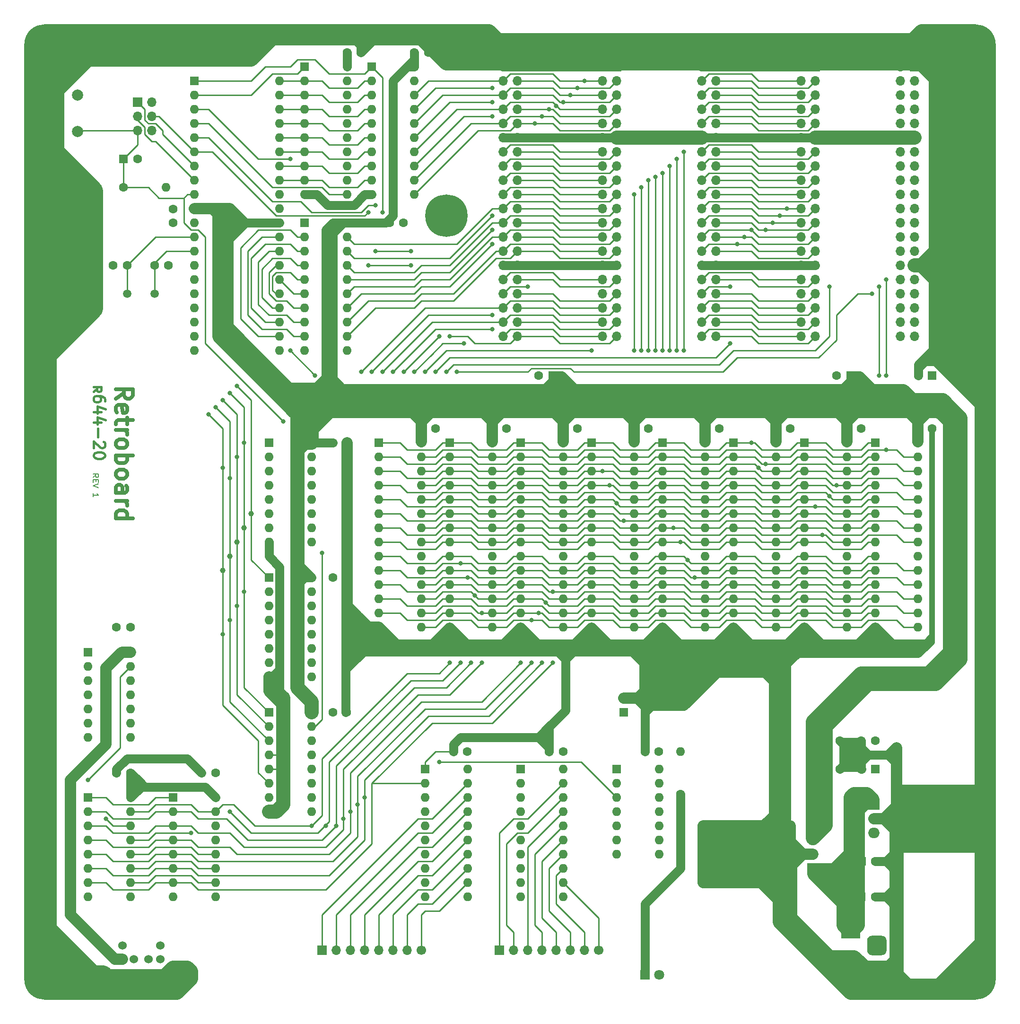
<source format=gbr>
%TF.GenerationSoftware,KiCad,Pcbnew,(5.1.10)-1*%
%TF.CreationDate,2021-10-04T17:48:38-06:00*%
%TF.ProjectId,retroboard,72657472-6f62-46f6-9172-642e6b696361,rev?*%
%TF.SameCoordinates,Original*%
%TF.FileFunction,Copper,L1,Top*%
%TF.FilePolarity,Positive*%
%FSLAX46Y46*%
G04 Gerber Fmt 4.6, Leading zero omitted, Abs format (unit mm)*
G04 Created by KiCad (PCBNEW (5.1.10)-1) date 2021-10-04 17:48:38*
%MOMM*%
%LPD*%
G01*
G04 APERTURE LIST*
%TA.AperFunction,NonConductor*%
%ADD10C,0.650000*%
%TD*%
%TA.AperFunction,NonConductor*%
%ADD11C,0.400000*%
%TD*%
%TA.AperFunction,NonConductor*%
%ADD12C,0.150000*%
%TD*%
%TA.AperFunction,ComponentPad*%
%ADD13C,1.600000*%
%TD*%
%TA.AperFunction,ComponentPad*%
%ADD14O,1.600000X1.600000*%
%TD*%
%TA.AperFunction,ComponentPad*%
%ADD15C,1.800000*%
%TD*%
%TA.AperFunction,ComponentPad*%
%ADD16R,1.800000X1.800000*%
%TD*%
%TA.AperFunction,ComponentPad*%
%ADD17R,1.600000X1.600000*%
%TD*%
%TA.AperFunction,ComponentPad*%
%ADD18C,7.600000*%
%TD*%
%TA.AperFunction,ComponentPad*%
%ADD19C,1.700000*%
%TD*%
%TA.AperFunction,ComponentPad*%
%ADD20O,1.700000X1.700000*%
%TD*%
%TA.AperFunction,ComponentPad*%
%ADD21R,1.700000X1.700000*%
%TD*%
%TA.AperFunction,ComponentPad*%
%ADD22C,3.300000*%
%TD*%
%TA.AperFunction,ComponentPad*%
%ADD23C,1.524000*%
%TD*%
%TA.AperFunction,SMDPad,CuDef*%
%ADD24C,1.000000*%
%TD*%
%TA.AperFunction,ComponentPad*%
%ADD25C,2.000000*%
%TD*%
%TA.AperFunction,ComponentPad*%
%ADD26C,1.500000*%
%TD*%
%TA.AperFunction,ComponentPad*%
%ADD27R,3.500000X3.500000*%
%TD*%
%TA.AperFunction,ComponentPad*%
%ADD28R,2.000000X1.905000*%
%TD*%
%TA.AperFunction,ComponentPad*%
%ADD29O,2.000000X1.905000*%
%TD*%
%TA.AperFunction,ViaPad*%
%ADD30C,0.800000*%
%TD*%
%TA.AperFunction,Conductor*%
%ADD31C,0.250000*%
%TD*%
%TA.AperFunction,Conductor*%
%ADD32C,1.600000*%
%TD*%
%TA.AperFunction,Conductor*%
%ADD33C,2.000000*%
%TD*%
%TA.AperFunction,Conductor*%
%ADD34C,2.500000*%
%TD*%
%TA.AperFunction,Conductor*%
%ADD35C,1.000000*%
%TD*%
%TA.AperFunction,Conductor*%
%ADD36C,4.000000*%
%TD*%
G04 APERTURE END LIST*
D10*
X373292857Y-249916871D02*
X374721428Y-248916871D01*
X373292857Y-248202585D02*
X376292857Y-248202585D01*
X376292857Y-249345442D01*
X376150000Y-249631157D01*
X376007142Y-249774014D01*
X375721428Y-249916871D01*
X375292857Y-249916871D01*
X375007142Y-249774014D01*
X374864285Y-249631157D01*
X374721428Y-249345442D01*
X374721428Y-248202585D01*
X373435714Y-252345442D02*
X373292857Y-252059728D01*
X373292857Y-251488300D01*
X373435714Y-251202585D01*
X373721428Y-251059728D01*
X374864285Y-251059728D01*
X375150000Y-251202585D01*
X375292857Y-251488300D01*
X375292857Y-252059728D01*
X375150000Y-252345442D01*
X374864285Y-252488300D01*
X374578571Y-252488300D01*
X374292857Y-251059728D01*
X375292857Y-253345442D02*
X375292857Y-254488300D01*
X376292857Y-253774014D02*
X373721428Y-253774014D01*
X373435714Y-253916871D01*
X373292857Y-254202585D01*
X373292857Y-254488300D01*
X373292857Y-255488300D02*
X375292857Y-255488300D01*
X374721428Y-255488300D02*
X375007142Y-255631157D01*
X375150000Y-255774014D01*
X375292857Y-256059728D01*
X375292857Y-256345442D01*
X373292857Y-257774014D02*
X373435714Y-257488300D01*
X373578571Y-257345442D01*
X373864285Y-257202585D01*
X374721428Y-257202585D01*
X375007142Y-257345442D01*
X375150000Y-257488300D01*
X375292857Y-257774014D01*
X375292857Y-258202585D01*
X375150000Y-258488300D01*
X375007142Y-258631157D01*
X374721428Y-258774014D01*
X373864285Y-258774014D01*
X373578571Y-258631157D01*
X373435714Y-258488300D01*
X373292857Y-258202585D01*
X373292857Y-257774014D01*
X373292857Y-260059728D02*
X376292857Y-260059728D01*
X375150000Y-260059728D02*
X375292857Y-260345442D01*
X375292857Y-260916871D01*
X375150000Y-261202585D01*
X375007142Y-261345442D01*
X374721428Y-261488300D01*
X373864285Y-261488300D01*
X373578571Y-261345442D01*
X373435714Y-261202585D01*
X373292857Y-260916871D01*
X373292857Y-260345442D01*
X373435714Y-260059728D01*
X373292857Y-263202585D02*
X373435714Y-262916871D01*
X373578571Y-262774014D01*
X373864285Y-262631157D01*
X374721428Y-262631157D01*
X375007142Y-262774014D01*
X375150000Y-262916871D01*
X375292857Y-263202585D01*
X375292857Y-263631157D01*
X375150000Y-263916871D01*
X375007142Y-264059728D01*
X374721428Y-264202585D01*
X373864285Y-264202585D01*
X373578571Y-264059728D01*
X373435714Y-263916871D01*
X373292857Y-263631157D01*
X373292857Y-263202585D01*
X373292857Y-266774014D02*
X374864285Y-266774014D01*
X375150000Y-266631157D01*
X375292857Y-266345442D01*
X375292857Y-265774014D01*
X375150000Y-265488300D01*
X373435714Y-266774014D02*
X373292857Y-266488300D01*
X373292857Y-265774014D01*
X373435714Y-265488300D01*
X373721428Y-265345442D01*
X374007142Y-265345442D01*
X374292857Y-265488300D01*
X374435714Y-265774014D01*
X374435714Y-266488300D01*
X374578571Y-266774014D01*
X373292857Y-268202585D02*
X375292857Y-268202585D01*
X374721428Y-268202585D02*
X375007142Y-268345442D01*
X375150000Y-268488300D01*
X375292857Y-268774014D01*
X375292857Y-269059728D01*
X373292857Y-271345442D02*
X376292857Y-271345442D01*
X373435714Y-271345442D02*
X373292857Y-271059728D01*
X373292857Y-270488300D01*
X373435714Y-270202585D01*
X373578571Y-270059728D01*
X373864285Y-269916871D01*
X374721428Y-269916871D01*
X375007142Y-270059728D01*
X375150000Y-270202585D01*
X375292857Y-270488300D01*
X375292857Y-271059728D01*
X375150000Y-271345442D01*
D11*
X369871666Y-248182942D02*
X369300238Y-248659133D01*
X369300238Y-247801990D02*
X370633571Y-247801990D01*
X370633571Y-248373419D01*
X370538333Y-248563895D01*
X370347857Y-248659133D01*
X370157380Y-248659133D01*
X369966904Y-248563895D01*
X369871666Y-248373419D01*
X369871666Y-247801990D01*
X371300238Y-250373419D02*
X371300238Y-249992466D01*
X371205000Y-249801990D01*
X371109761Y-249706752D01*
X370824047Y-249516276D01*
X370443095Y-249421038D01*
X369681190Y-249421038D01*
X369490714Y-249516276D01*
X369395476Y-249611514D01*
X369300238Y-249801990D01*
X369300238Y-250182942D01*
X369395476Y-250373419D01*
X369490714Y-250468657D01*
X369681190Y-250563895D01*
X370157380Y-250563895D01*
X370347857Y-250468657D01*
X370443095Y-250373419D01*
X370538333Y-250182942D01*
X370538333Y-249801990D01*
X370443095Y-249611514D01*
X370347857Y-249516276D01*
X370157380Y-249421038D01*
X370633571Y-252278180D02*
X369300238Y-252278180D01*
X371395476Y-251801990D02*
X369966904Y-251325800D01*
X369966904Y-252563895D01*
X370633571Y-254182942D02*
X369300238Y-254182942D01*
X371395476Y-253706752D02*
X369966904Y-253230561D01*
X369966904Y-254468657D01*
X370062142Y-255230561D02*
X370062142Y-256754371D01*
X371109761Y-257611514D02*
X371205000Y-257706752D01*
X371300238Y-257897228D01*
X371300238Y-258373419D01*
X371205000Y-258563895D01*
X371109761Y-258659133D01*
X370919285Y-258754371D01*
X370728809Y-258754371D01*
X370443095Y-258659133D01*
X369300238Y-257516276D01*
X369300238Y-258754371D01*
X371300238Y-259992466D02*
X371300238Y-260182942D01*
X371205000Y-260373419D01*
X371109761Y-260468657D01*
X370919285Y-260563895D01*
X370538333Y-260659133D01*
X370062142Y-260659133D01*
X369681190Y-260563895D01*
X369490714Y-260468657D01*
X369395476Y-260373419D01*
X369300238Y-260182942D01*
X369300238Y-259992466D01*
X369395476Y-259801990D01*
X369490714Y-259706752D01*
X369681190Y-259611514D01*
X370062142Y-259516276D01*
X370538333Y-259516276D01*
X370919285Y-259611514D01*
X371109761Y-259706752D01*
X371205000Y-259801990D01*
X371300238Y-259992466D01*
D12*
X369168419Y-264001428D02*
X369644609Y-263668095D01*
X369168419Y-263430000D02*
X370168419Y-263430000D01*
X370168419Y-263810952D01*
X370120800Y-263906190D01*
X370073180Y-263953809D01*
X369977942Y-264001428D01*
X369835085Y-264001428D01*
X369739847Y-263953809D01*
X369692228Y-263906190D01*
X369644609Y-263810952D01*
X369644609Y-263430000D01*
X369692228Y-264430000D02*
X369692228Y-264763333D01*
X369168419Y-264906190D02*
X369168419Y-264430000D01*
X370168419Y-264430000D01*
X370168419Y-264906190D01*
X370168419Y-265191904D02*
X369168419Y-265525238D01*
X370168419Y-265858571D01*
X369168419Y-267477619D02*
X369168419Y-266906190D01*
X369168419Y-267191904D02*
X370168419Y-267191904D01*
X370025561Y-267096666D01*
X369930323Y-267001428D01*
X369882704Y-266906190D01*
D13*
%TO.P,4.7k\u03A9,1*%
%TO.N,N/C*%
X474345000Y-320675000D03*
D14*
%TO.P,4.7k\u03A9,2*%
X474345000Y-313055000D03*
%TD*%
D15*
%TO.P,Power,2*%
%TO.N,N/C*%
X470535000Y-353060000D03*
D16*
%TO.P,Power,1*%
X467995000Y-353060000D03*
%TD*%
D17*
%TO.P,1uf,1*%
%TO.N,N/C*%
X519430000Y-245745000D03*
D13*
%TO.P,1uf,2*%
X516930000Y-245745000D03*
%TD*%
%TO.P,0.1uf,2*%
%TO.N,N/C*%
X429220000Y-187960000D03*
%TO.P,0.1uf,1*%
X426720000Y-187960000D03*
%TD*%
%TO.P,0.1uf,1*%
%TO.N,N/C*%
X414655000Y-187960000D03*
%TO.P,0.1uf,2*%
X417155000Y-187960000D03*
%TD*%
%TO.P,0.1uf,1*%
%TO.N,N/C*%
X422275000Y-218440000D03*
%TO.P,0.1uf,2*%
X424775000Y-218440000D03*
%TD*%
D17*
%TO.P,74573,1*%
%TO.N,N/C*%
X428625000Y-316230000D03*
D14*
%TO.P,74573,11*%
X436245000Y-339090000D03*
%TO.P,74573,2*%
X428625000Y-318770000D03*
%TO.P,74573,12*%
X436245000Y-336550000D03*
%TO.P,74573,3*%
X428625000Y-321310000D03*
%TO.P,74573,13*%
X436245000Y-334010000D03*
%TO.P,74573,4*%
X428625000Y-323850000D03*
%TO.P,74573,14*%
X436245000Y-331470000D03*
%TO.P,74573,5*%
X428625000Y-326390000D03*
%TO.P,74573,15*%
X436245000Y-328930000D03*
%TO.P,74573,6*%
X428625000Y-328930000D03*
%TO.P,74573,16*%
X436245000Y-326390000D03*
%TO.P,74573,7*%
X428625000Y-331470000D03*
%TO.P,74573,17*%
X436245000Y-323850000D03*
%TO.P,74573,8*%
X428625000Y-334010000D03*
%TO.P,74573,18*%
X436245000Y-321310000D03*
%TO.P,74573,9*%
X428625000Y-336550000D03*
%TO.P,74573,19*%
X436245000Y-318770000D03*
%TO.P,74573,10*%
X428625000Y-339090000D03*
%TO.P,74573,20*%
X436245000Y-316230000D03*
%TD*%
D17*
%TO.P,74573,1*%
%TO.N,N/C*%
X445770000Y-316230000D03*
D14*
%TO.P,74573,11*%
X453390000Y-339090000D03*
%TO.P,74573,2*%
X445770000Y-318770000D03*
%TO.P,74573,12*%
X453390000Y-336550000D03*
%TO.P,74573,3*%
X445770000Y-321310000D03*
%TO.P,74573,13*%
X453390000Y-334010000D03*
%TO.P,74573,4*%
X445770000Y-323850000D03*
%TO.P,74573,14*%
X453390000Y-331470000D03*
%TO.P,74573,5*%
X445770000Y-326390000D03*
%TO.P,74573,15*%
X453390000Y-328930000D03*
%TO.P,74573,6*%
X445770000Y-328930000D03*
%TO.P,74573,16*%
X453390000Y-326390000D03*
%TO.P,74573,7*%
X445770000Y-331470000D03*
%TO.P,74573,17*%
X453390000Y-323850000D03*
%TO.P,74573,8*%
X445770000Y-334010000D03*
%TO.P,74573,18*%
X453390000Y-321310000D03*
%TO.P,74573,9*%
X445770000Y-336550000D03*
%TO.P,74573,19*%
X453390000Y-318770000D03*
%TO.P,74573,10*%
X445770000Y-339090000D03*
%TO.P,74573,20*%
X453390000Y-316230000D03*
%TD*%
%TO.P,7404,14*%
%TO.N,N/C*%
X470535000Y-316230000D03*
%TO.P,7404,7*%
X462915000Y-331470000D03*
%TO.P,7404,13*%
X470535000Y-318770000D03*
%TO.P,7404,6*%
X462915000Y-328930000D03*
%TO.P,7404,12*%
X470535000Y-321310000D03*
%TO.P,7404,5*%
X462915000Y-326390000D03*
%TO.P,7404,11*%
X470535000Y-323850000D03*
%TO.P,7404,4*%
X462915000Y-323850000D03*
%TO.P,7404,10*%
X470535000Y-326390000D03*
%TO.P,7404,3*%
X462915000Y-321310000D03*
%TO.P,7404,9*%
X470535000Y-328930000D03*
%TO.P,7404,2*%
X462915000Y-318770000D03*
%TO.P,7404,8*%
X470535000Y-331470000D03*
D17*
%TO.P,7404,1*%
X462915000Y-316230000D03*
%TD*%
D13*
%TO.P,20pf,1*%
%TO.N,N/C*%
X382687200Y-226060000D03*
%TO.P,20pf,2*%
X380187200Y-226060000D03*
%TD*%
D18*
%TO.P, ,1*%
%TO.N,N/C*%
X432435000Y-217170000D03*
%TD*%
%TO.P, ,1*%
%TO.N,N/C*%
X473075000Y-300355000D03*
%TD*%
D13*
%TO.P,1uf,2*%
%TO.N,N/C*%
X502325000Y-245745000D03*
D17*
%TO.P,1uf,1*%
X504825000Y-245745000D03*
%TD*%
D13*
%TO.P,0.1uf,1*%
%TO.N,N/C*%
X383540000Y-218440000D03*
%TO.P,0.1uf,2*%
X383540000Y-215940000D03*
%TD*%
%TO.P,0.1uf,2*%
%TO.N,N/C*%
X470495000Y-313055000D03*
%TO.P,0.1uf,1*%
X467995000Y-313055000D03*
%TD*%
D19*
%TO.P, ,8*%
%TO.N,N/C*%
X459740000Y-348615000D03*
D20*
%TO.P, ,7*%
X457200000Y-348615000D03*
%TO.P, ,6*%
X454660000Y-348615000D03*
%TO.P, ,5*%
X452120000Y-348615000D03*
%TO.P, ,4*%
X449580000Y-348615000D03*
%TO.P, ,3*%
X447040000Y-348615000D03*
%TO.P, ,2*%
X444500000Y-348615000D03*
D21*
%TO.P, ,1*%
X441960000Y-348615000D03*
%TD*%
%TO.P, ,1*%
%TO.N,N/C*%
X410210000Y-348615000D03*
D20*
%TO.P, ,2*%
X412750000Y-348615000D03*
%TO.P, ,3*%
X415290000Y-348615000D03*
%TO.P, ,4*%
X417830000Y-348615000D03*
%TO.P, ,5*%
X420370000Y-348615000D03*
%TO.P, ,6*%
X422910000Y-348615000D03*
%TO.P, ,7*%
X425450000Y-348615000D03*
D19*
%TO.P, ,8*%
X427990000Y-348615000D03*
%TD*%
D13*
%TO.P,1uf,2*%
%TO.N,N/C*%
X464185000Y-303570000D03*
D17*
%TO.P,1uf,1*%
X464185000Y-306070000D03*
%TD*%
%TO.P,1uf,1*%
%TO.N,N/C*%
X451485000Y-245745000D03*
D13*
%TO.P,1uf,2*%
X448985000Y-245745000D03*
%TD*%
%TO.P,0.1uf,1*%
%TO.N,N/C*%
X412115000Y-306070000D03*
%TO.P,0.1uf,2*%
X414615000Y-306070000D03*
%TD*%
%TO.P,0.1uf,2*%
%TO.N,N/C*%
X414615000Y-257810000D03*
%TO.P,0.1uf,1*%
X412115000Y-257810000D03*
%TD*%
%TO.P,0.1uf,2*%
%TO.N,N/C*%
X414615000Y-281940000D03*
%TO.P,0.1uf,1*%
X412115000Y-281940000D03*
%TD*%
%TO.P,0.1uf,2*%
%TO.N,N/C*%
X391120000Y-316865000D03*
%TO.P,0.1uf,1*%
X388620000Y-316865000D03*
%TD*%
%TO.P,0.1uf,1*%
%TO.N,N/C*%
X450850000Y-313055000D03*
%TO.P,0.1uf,2*%
X453350000Y-313055000D03*
%TD*%
%TO.P,0.1uf,1*%
%TO.N,N/C*%
X433705000Y-313055000D03*
%TO.P,0.1uf,2*%
X436205000Y-313055000D03*
%TD*%
%TO.P,0.1uf,1*%
%TO.N,N/C*%
X373380000Y-316865000D03*
%TO.P,0.1uf,2*%
X375880000Y-316865000D03*
%TD*%
D14*
%TO.P,74595,16*%
%TO.N,N/C*%
X375920000Y-321310000D03*
%TO.P,74595,8*%
X368300000Y-339090000D03*
%TO.P,74595,15*%
X375920000Y-323850000D03*
%TO.P,74595,7*%
X368300000Y-336550000D03*
%TO.P,74595,14*%
X375920000Y-326390000D03*
%TO.P,74595,6*%
X368300000Y-334010000D03*
%TO.P,74595,13*%
X375920000Y-328930000D03*
%TO.P,74595,5*%
X368300000Y-331470000D03*
%TO.P,74595,12*%
X375920000Y-331470000D03*
%TO.P,74595,4*%
X368300000Y-328930000D03*
%TO.P,74595,11*%
X375920000Y-334010000D03*
%TO.P,74595,3*%
X368300000Y-326390000D03*
%TO.P,74595,10*%
X375920000Y-336550000D03*
%TO.P,74595,2*%
X368300000Y-323850000D03*
%TO.P,74595,9*%
X375920000Y-339090000D03*
D17*
%TO.P,74595,1*%
X368300000Y-321310000D03*
%TD*%
D13*
%TO.P,0.1uf,2*%
%TO.N,N/C*%
X375880000Y-290830000D03*
%TO.P,0.1uf,1*%
X373380000Y-290830000D03*
%TD*%
D17*
%TO.P,74138,1*%
%TO.N,N/C*%
X400685000Y-306070000D03*
D14*
%TO.P,74138,9*%
X408305000Y-323850000D03*
%TO.P,74138,2*%
X400685000Y-308610000D03*
%TO.P,74138,10*%
X408305000Y-321310000D03*
%TO.P,74138,3*%
X400685000Y-311150000D03*
%TO.P,74138,11*%
X408305000Y-318770000D03*
%TO.P,74138,4*%
X400685000Y-313690000D03*
%TO.P,74138,12*%
X408305000Y-316230000D03*
%TO.P,74138,5*%
X400685000Y-316230000D03*
%TO.P,74138,13*%
X408305000Y-313690000D03*
%TO.P,74138,6*%
X400685000Y-318770000D03*
%TO.P,74138,14*%
X408305000Y-311150000D03*
%TO.P,74138,7*%
X400685000Y-321310000D03*
%TO.P,74138,15*%
X408305000Y-308610000D03*
%TO.P,74138,8*%
X400685000Y-323850000D03*
%TO.P,74138,16*%
X408305000Y-306070000D03*
%TD*%
D22*
%TO.P,PS/2,7*%
%TO.N,N/C*%
X384575000Y-353275000D03*
X371075000Y-353275000D03*
D23*
%TO.P,PS/2,4*%
X374425000Y-350275000D03*
%TO.P,PS/2,6*%
X374425000Y-347775000D03*
%TO.P,PS/2,3*%
X381225000Y-350275000D03*
%TO.P,PS/2,5*%
X381225000Y-347775000D03*
%TO.P,PS/2,2*%
X376525000Y-350275000D03*
%TO.P,PS/2,1*%
X379125000Y-350275000D03*
D22*
%TO.P,PS/2,7*%
X377825000Y-354075000D03*
%TD*%
D14*
%TO.P,74595,16*%
%TO.N,N/C*%
X391160000Y-321310000D03*
%TO.P,74595,8*%
X383540000Y-339090000D03*
%TO.P,74595,15*%
X391160000Y-323850000D03*
%TO.P,74595,7*%
X383540000Y-336550000D03*
%TO.P,74595,14*%
X391160000Y-326390000D03*
%TO.P,74595,6*%
X383540000Y-334010000D03*
%TO.P,74595,13*%
X391160000Y-328930000D03*
%TO.P,74595,5*%
X383540000Y-331470000D03*
%TO.P,74595,12*%
X391160000Y-331470000D03*
%TO.P,74595,4*%
X383540000Y-328930000D03*
%TO.P,74595,11*%
X391160000Y-334010000D03*
%TO.P,74595,3*%
X383540000Y-326390000D03*
%TO.P,74595,10*%
X391160000Y-336550000D03*
%TO.P,74595,2*%
X383540000Y-323850000D03*
%TO.P,74595,9*%
X391160000Y-339090000D03*
D17*
%TO.P,74595,1*%
X383540000Y-321310000D03*
%TD*%
D14*
%TO.P,7404,14*%
%TO.N,N/C*%
X375920000Y-295275000D03*
%TO.P,7404,7*%
X368300000Y-310515000D03*
%TO.P,7404,13*%
X375920000Y-297815000D03*
%TO.P,7404,6*%
X368300000Y-307975000D03*
%TO.P,7404,12*%
X375920000Y-300355000D03*
%TO.P,7404,5*%
X368300000Y-305435000D03*
%TO.P,7404,11*%
X375920000Y-302895000D03*
%TO.P,7404,4*%
X368300000Y-302895000D03*
%TO.P,7404,10*%
X375920000Y-305435000D03*
%TO.P,7404,3*%
X368300000Y-300355000D03*
%TO.P,7404,9*%
X375920000Y-307975000D03*
%TO.P,7404,2*%
X368300000Y-297815000D03*
%TO.P,7404,8*%
X375920000Y-310515000D03*
D17*
%TO.P,7404,1*%
X368300000Y-295275000D03*
%TD*%
D24*
%TO.P,A15,*%
%TO.N,*%
X397510000Y-270510000D03*
%TD*%
%TO.P,A16,*%
%TO.N,*%
X396240000Y-273050000D03*
%TD*%
%TO.P,A17,*%
%TO.N,*%
X394970000Y-275590000D03*
%TD*%
%TO.P,A18,*%
%TO.N,*%
X393700000Y-278130000D03*
%TD*%
%TO.P,A19,*%
%TO.N,*%
X392430000Y-280670000D03*
%TD*%
D14*
%TO.P,74138,16*%
%TO.N,N/C*%
X408305000Y-281940000D03*
%TO.P,74138,8*%
X400685000Y-299720000D03*
%TO.P,74138,15*%
X408305000Y-284480000D03*
%TO.P,74138,7*%
X400685000Y-297180000D03*
%TO.P,74138,14*%
X408305000Y-287020000D03*
%TO.P,74138,6*%
X400685000Y-294640000D03*
%TO.P,74138,13*%
X408305000Y-289560000D03*
%TO.P,74138,5*%
X400685000Y-292100000D03*
%TO.P,74138,12*%
X408305000Y-292100000D03*
%TO.P,74138,4*%
X400685000Y-289560000D03*
%TO.P,74138,11*%
X408305000Y-294640000D03*
%TO.P,74138,3*%
X400685000Y-287020000D03*
%TO.P,74138,10*%
X408305000Y-297180000D03*
%TO.P,74138,2*%
X400685000Y-284480000D03*
%TO.P,74138,9*%
X408305000Y-299720000D03*
D17*
%TO.P,74138,1*%
X400685000Y-281940000D03*
%TD*%
%TO.P,4.7uf,1*%
%TO.N,N/C*%
X374650000Y-207010000D03*
D13*
%TO.P,4.7uf,2*%
X377150000Y-207010000D03*
%TD*%
D14*
%TO.P,10k\u03A9,2*%
%TO.N,N/C*%
X382270000Y-212090000D03*
D13*
%TO.P,10k\u03A9,1*%
X374650000Y-212090000D03*
%TD*%
%TO.P,0.1uf,2*%
%TO.N,N/C*%
X430490000Y-255270000D03*
%TO.P,0.1uf,1*%
X427990000Y-255270000D03*
%TD*%
%TO.P,0.1uf,2*%
%TO.N,N/C*%
X443190000Y-255270000D03*
%TO.P,0.1uf,1*%
X440690000Y-255270000D03*
%TD*%
%TO.P,0.1uf,2*%
%TO.N,N/C*%
X455890000Y-255270000D03*
%TO.P,0.1uf,1*%
X453390000Y-255270000D03*
%TD*%
%TO.P,0.1uf,2*%
%TO.N,N/C*%
X468590000Y-255270000D03*
%TO.P,0.1uf,1*%
X466090000Y-255270000D03*
%TD*%
%TO.P,0.1uf,2*%
%TO.N,N/C*%
X481290000Y-255270000D03*
%TO.P,0.1uf,1*%
X478790000Y-255270000D03*
%TD*%
%TO.P,0.1uf,2*%
%TO.N,N/C*%
X493990000Y-255270000D03*
%TO.P,0.1uf,1*%
X491490000Y-255270000D03*
%TD*%
%TO.P,0.1uf,2*%
%TO.N,N/C*%
X506690000Y-255270000D03*
%TO.P,0.1uf,1*%
X504190000Y-255270000D03*
%TD*%
%TO.P,0.1uf,2*%
%TO.N,N/C*%
X509230000Y-311150000D03*
%TO.P,0.1uf,1*%
X506730000Y-311150000D03*
%TD*%
%TO.P,0.1uf,1*%
%TO.N,N/C*%
X500380000Y-311150000D03*
%TO.P,0.1uf,2*%
X502880000Y-311150000D03*
%TD*%
%TO.P,1uf,2*%
%TO.N,N/C*%
X506770000Y-316230000D03*
D17*
%TO.P,1uf,1*%
X509270000Y-316230000D03*
%TD*%
%TO.P,10uf,1*%
%TO.N,N/C*%
X506730000Y-339090000D03*
D13*
%TO.P,10uf,2*%
X509230000Y-339090000D03*
%TD*%
%TO.P,1uf,2*%
%TO.N,N/C*%
X502880000Y-316230000D03*
D17*
%TO.P,1uf,1*%
X500380000Y-316230000D03*
%TD*%
D13*
%TO.P,10uf,2*%
%TO.N,N/C*%
X509270000Y-332740000D03*
D17*
%TO.P,10uf,1*%
X506770000Y-332740000D03*
%TD*%
D20*
%TO.P,ISP,6*%
%TO.N,N/C*%
X379730000Y-201930000D03*
%TO.P,ISP,5*%
X377190000Y-201930000D03*
%TO.P,ISP,4*%
X379730000Y-199390000D03*
%TO.P,ISP,3*%
X377190000Y-199390000D03*
%TO.P,ISP,2*%
X379730000Y-196850000D03*
D21*
%TO.P,ISP,1*%
X377190000Y-196850000D03*
%TD*%
D17*
%TO.P,74138,1*%
%TO.N,N/C*%
X400685000Y-257810000D03*
D14*
%TO.P,74138,9*%
X408305000Y-275590000D03*
%TO.P,74138,2*%
X400685000Y-260350000D03*
%TO.P,74138,10*%
X408305000Y-273050000D03*
%TO.P,74138,3*%
X400685000Y-262890000D03*
%TO.P,74138,11*%
X408305000Y-270510000D03*
%TO.P,74138,4*%
X400685000Y-265430000D03*
%TO.P,74138,12*%
X408305000Y-267970000D03*
%TO.P,74138,5*%
X400685000Y-267970000D03*
%TO.P,74138,13*%
X408305000Y-265430000D03*
%TO.P,74138,6*%
X400685000Y-270510000D03*
%TO.P,74138,14*%
X408305000Y-262890000D03*
%TO.P,74138,7*%
X400685000Y-273050000D03*
%TO.P,74138,15*%
X408305000Y-260350000D03*
%TO.P,74138,8*%
X400685000Y-275590000D03*
%TO.P,74138,16*%
X408305000Y-257810000D03*
%TD*%
D25*
%TO.P,Reset,2*%
%TO.N,N/C*%
X361895000Y-195580000D03*
%TO.P,Reset,1*%
X366395000Y-195580000D03*
%TO.P,Reset,2*%
X361895000Y-202080000D03*
%TO.P,Reset,1*%
X366395000Y-202080000D03*
%TD*%
D26*
%TO.P,Osc,2*%
%TO.N,N/C*%
X380185000Y-231140000D03*
%TO.P,Osc,1*%
X375285000Y-231140000D03*
%TD*%
D13*
%TO.P,20pf,2*%
%TO.N,N/C*%
X372785000Y-226060000D03*
%TO.P,20pf,1*%
X375285000Y-226060000D03*
%TD*%
%TO.P,0.1uf,1*%
%TO.N,N/C*%
X516890000Y-255270000D03*
%TO.P,0.1uf,2*%
X519390000Y-255270000D03*
%TD*%
%TO.P,12V DC,3*%
%TO.N,N/C*%
%TA.AperFunction,ComponentPad*%
G36*
G01*
X510400000Y-349555000D02*
X508650000Y-349555000D01*
G75*
G02*
X507775000Y-348680000I0J875000D01*
G01*
X507775000Y-346930000D01*
G75*
G02*
X508650000Y-346055000I875000J0D01*
G01*
X510400000Y-346055000D01*
G75*
G02*
X511275000Y-346930000I0J-875000D01*
G01*
X511275000Y-348680000D01*
G75*
G02*
X510400000Y-349555000I-875000J0D01*
G01*
G37*
%TD.AperFunction*%
%TO.P,12V DC,2*%
%TA.AperFunction,ComponentPad*%
G36*
G01*
X505825000Y-352305000D02*
X503825000Y-352305000D01*
G75*
G02*
X503075000Y-351555000I0J750000D01*
G01*
X503075000Y-350055000D01*
G75*
G02*
X503825000Y-349305000I750000J0D01*
G01*
X505825000Y-349305000D01*
G75*
G02*
X506575000Y-350055000I0J-750000D01*
G01*
X506575000Y-351555000D01*
G75*
G02*
X505825000Y-352305000I-750000J0D01*
G01*
G37*
%TD.AperFunction*%
D27*
%TO.P,12V DC,1*%
X504825000Y-344805000D03*
%TD*%
D28*
%TO.P,7805,1*%
%TO.N,N/C*%
X498094000Y-334010000D03*
D29*
%TO.P,7805,2*%
X498094000Y-331470000D03*
%TO.P,7805,3*%
X498094000Y-328930000D03*
%TD*%
%TO.P,7805,3*%
%TO.N,N/C*%
X509016000Y-327660000D03*
%TO.P,7805,2*%
X509016000Y-325120000D03*
D28*
%TO.P,7805,1*%
X509016000Y-322580000D03*
%TD*%
D17*
%TO.P,RAM2,1*%
%TO.N,N/C*%
X445770000Y-257810000D03*
D14*
%TO.P,RAM2,15*%
X453390000Y-290830000D03*
%TO.P,RAM2,2*%
X445770000Y-260350000D03*
%TO.P,RAM2,16*%
X453390000Y-288290000D03*
%TO.P,RAM2,3*%
X445770000Y-262890000D03*
%TO.P,RAM2,17*%
X453390000Y-285750000D03*
%TO.P,RAM2,4*%
X445770000Y-265430000D03*
%TO.P,RAM2,18*%
X453390000Y-283210000D03*
%TO.P,RAM2,5*%
X445770000Y-267970000D03*
%TO.P,RAM2,19*%
X453390000Y-280670000D03*
%TO.P,RAM2,6*%
X445770000Y-270510000D03*
%TO.P,RAM2,20*%
X453390000Y-278130000D03*
%TO.P,RAM2,7*%
X445770000Y-273050000D03*
%TO.P,RAM2,21*%
X453390000Y-275590000D03*
%TO.P,RAM2,8*%
X445770000Y-275590000D03*
%TO.P,RAM2,22*%
X453390000Y-273050000D03*
%TO.P,RAM2,9*%
X445770000Y-278130000D03*
%TO.P,RAM2,23*%
X453390000Y-270510000D03*
%TO.P,RAM2,10*%
X445770000Y-280670000D03*
%TO.P,RAM2,24*%
X453390000Y-267970000D03*
%TO.P,RAM2,11*%
X445770000Y-283210000D03*
%TO.P,RAM2,25*%
X453390000Y-265430000D03*
%TO.P,RAM2,12*%
X445770000Y-285750000D03*
%TO.P,RAM2,26*%
X453390000Y-262890000D03*
%TO.P,RAM2,13*%
X445770000Y-288290000D03*
%TO.P,RAM2,27*%
X453390000Y-260350000D03*
%TO.P,RAM2,14*%
X445770000Y-290830000D03*
%TO.P,RAM2,28*%
X453390000Y-257810000D03*
%TD*%
D17*
%TO.P,RAM1,1*%
%TO.N,N/C*%
X433070000Y-257810000D03*
D14*
%TO.P,RAM1,15*%
X440690000Y-290830000D03*
%TO.P,RAM1,2*%
X433070000Y-260350000D03*
%TO.P,RAM1,16*%
X440690000Y-288290000D03*
%TO.P,RAM1,3*%
X433070000Y-262890000D03*
%TO.P,RAM1,17*%
X440690000Y-285750000D03*
%TO.P,RAM1,4*%
X433070000Y-265430000D03*
%TO.P,RAM1,18*%
X440690000Y-283210000D03*
%TO.P,RAM1,5*%
X433070000Y-267970000D03*
%TO.P,RAM1,19*%
X440690000Y-280670000D03*
%TO.P,RAM1,6*%
X433070000Y-270510000D03*
%TO.P,RAM1,20*%
X440690000Y-278130000D03*
%TO.P,RAM1,7*%
X433070000Y-273050000D03*
%TO.P,RAM1,21*%
X440690000Y-275590000D03*
%TO.P,RAM1,8*%
X433070000Y-275590000D03*
%TO.P,RAM1,22*%
X440690000Y-273050000D03*
%TO.P,RAM1,9*%
X433070000Y-278130000D03*
%TO.P,RAM1,23*%
X440690000Y-270510000D03*
%TO.P,RAM1,10*%
X433070000Y-280670000D03*
%TO.P,RAM1,24*%
X440690000Y-267970000D03*
%TO.P,RAM1,11*%
X433070000Y-283210000D03*
%TO.P,RAM1,25*%
X440690000Y-265430000D03*
%TO.P,RAM1,12*%
X433070000Y-285750000D03*
%TO.P,RAM1,26*%
X440690000Y-262890000D03*
%TO.P,RAM1,13*%
X433070000Y-288290000D03*
%TO.P,RAM1,27*%
X440690000Y-260350000D03*
%TO.P,RAM1,14*%
X433070000Y-290830000D03*
%TO.P,RAM1,28*%
X440690000Y-257810000D03*
%TD*%
%TO.P,RAM0,28*%
%TO.N,N/C*%
X427990000Y-257810000D03*
%TO.P,RAM0,14*%
X420370000Y-290830000D03*
%TO.P,RAM0,27*%
X427990000Y-260350000D03*
%TO.P,RAM0,13*%
X420370000Y-288290000D03*
%TO.P,RAM0,26*%
X427990000Y-262890000D03*
%TO.P,RAM0,12*%
X420370000Y-285750000D03*
%TO.P,RAM0,25*%
X427990000Y-265430000D03*
%TO.P,RAM0,11*%
X420370000Y-283210000D03*
%TO.P,RAM0,24*%
X427990000Y-267970000D03*
%TO.P,RAM0,10*%
X420370000Y-280670000D03*
%TO.P,RAM0,23*%
X427990000Y-270510000D03*
%TO.P,RAM0,9*%
X420370000Y-278130000D03*
%TO.P,RAM0,22*%
X427990000Y-273050000D03*
%TO.P,RAM0,8*%
X420370000Y-275590000D03*
%TO.P,RAM0,21*%
X427990000Y-275590000D03*
%TO.P,RAM0,7*%
X420370000Y-273050000D03*
%TO.P,RAM0,20*%
X427990000Y-278130000D03*
%TO.P,RAM0,6*%
X420370000Y-270510000D03*
%TO.P,RAM0,19*%
X427990000Y-280670000D03*
%TO.P,RAM0,5*%
X420370000Y-267970000D03*
%TO.P,RAM0,18*%
X427990000Y-283210000D03*
%TO.P,RAM0,4*%
X420370000Y-265430000D03*
%TO.P,RAM0,17*%
X427990000Y-285750000D03*
%TO.P,RAM0,3*%
X420370000Y-262890000D03*
%TO.P,RAM0,16*%
X427990000Y-288290000D03*
%TO.P,RAM0,2*%
X420370000Y-260350000D03*
%TO.P,RAM0,15*%
X427990000Y-290830000D03*
D17*
%TO.P,RAM0,1*%
X420370000Y-257810000D03*
%TD*%
%TO.P,RAM7,1*%
%TO.N,N/C*%
X509270000Y-257810000D03*
D14*
%TO.P,RAM7,15*%
X516890000Y-290830000D03*
%TO.P,RAM7,2*%
X509270000Y-260350000D03*
%TO.P,RAM7,16*%
X516890000Y-288290000D03*
%TO.P,RAM7,3*%
X509270000Y-262890000D03*
%TO.P,RAM7,17*%
X516890000Y-285750000D03*
%TO.P,RAM7,4*%
X509270000Y-265430000D03*
%TO.P,RAM7,18*%
X516890000Y-283210000D03*
%TO.P,RAM7,5*%
X509270000Y-267970000D03*
%TO.P,RAM7,19*%
X516890000Y-280670000D03*
%TO.P,RAM7,6*%
X509270000Y-270510000D03*
%TO.P,RAM7,20*%
X516890000Y-278130000D03*
%TO.P,RAM7,7*%
X509270000Y-273050000D03*
%TO.P,RAM7,21*%
X516890000Y-275590000D03*
%TO.P,RAM7,8*%
X509270000Y-275590000D03*
%TO.P,RAM7,22*%
X516890000Y-273050000D03*
%TO.P,RAM7,9*%
X509270000Y-278130000D03*
%TO.P,RAM7,23*%
X516890000Y-270510000D03*
%TO.P,RAM7,10*%
X509270000Y-280670000D03*
%TO.P,RAM7,24*%
X516890000Y-267970000D03*
%TO.P,RAM7,11*%
X509270000Y-283210000D03*
%TO.P,RAM7,25*%
X516890000Y-265430000D03*
%TO.P,RAM7,12*%
X509270000Y-285750000D03*
%TO.P,RAM7,26*%
X516890000Y-262890000D03*
%TO.P,RAM7,13*%
X509270000Y-288290000D03*
%TO.P,RAM7,27*%
X516890000Y-260350000D03*
%TO.P,RAM7,14*%
X509270000Y-290830000D03*
%TO.P,RAM7,28*%
X516890000Y-257810000D03*
%TD*%
D17*
%TO.P,RAM6,1*%
%TO.N,N/C*%
X496570000Y-257810000D03*
D14*
%TO.P,RAM6,15*%
X504190000Y-290830000D03*
%TO.P,RAM6,2*%
X496570000Y-260350000D03*
%TO.P,RAM6,16*%
X504190000Y-288290000D03*
%TO.P,RAM6,3*%
X496570000Y-262890000D03*
%TO.P,RAM6,17*%
X504190000Y-285750000D03*
%TO.P,RAM6,4*%
X496570000Y-265430000D03*
%TO.P,RAM6,18*%
X504190000Y-283210000D03*
%TO.P,RAM6,5*%
X496570000Y-267970000D03*
%TO.P,RAM6,19*%
X504190000Y-280670000D03*
%TO.P,RAM6,6*%
X496570000Y-270510000D03*
%TO.P,RAM6,20*%
X504190000Y-278130000D03*
%TO.P,RAM6,7*%
X496570000Y-273050000D03*
%TO.P,RAM6,21*%
X504190000Y-275590000D03*
%TO.P,RAM6,8*%
X496570000Y-275590000D03*
%TO.P,RAM6,22*%
X504190000Y-273050000D03*
%TO.P,RAM6,9*%
X496570000Y-278130000D03*
%TO.P,RAM6,23*%
X504190000Y-270510000D03*
%TO.P,RAM6,10*%
X496570000Y-280670000D03*
%TO.P,RAM6,24*%
X504190000Y-267970000D03*
%TO.P,RAM6,11*%
X496570000Y-283210000D03*
%TO.P,RAM6,25*%
X504190000Y-265430000D03*
%TO.P,RAM6,12*%
X496570000Y-285750000D03*
%TO.P,RAM6,26*%
X504190000Y-262890000D03*
%TO.P,RAM6,13*%
X496570000Y-288290000D03*
%TO.P,RAM6,27*%
X504190000Y-260350000D03*
%TO.P,RAM6,14*%
X496570000Y-290830000D03*
%TO.P,RAM6,28*%
X504190000Y-257810000D03*
%TD*%
D17*
%TO.P,RAM5,1*%
%TO.N,N/C*%
X483870000Y-257810000D03*
D14*
%TO.P,RAM5,15*%
X491490000Y-290830000D03*
%TO.P,RAM5,2*%
X483870000Y-260350000D03*
%TO.P,RAM5,16*%
X491490000Y-288290000D03*
%TO.P,RAM5,3*%
X483870000Y-262890000D03*
%TO.P,RAM5,17*%
X491490000Y-285750000D03*
%TO.P,RAM5,4*%
X483870000Y-265430000D03*
%TO.P,RAM5,18*%
X491490000Y-283210000D03*
%TO.P,RAM5,5*%
X483870000Y-267970000D03*
%TO.P,RAM5,19*%
X491490000Y-280670000D03*
%TO.P,RAM5,6*%
X483870000Y-270510000D03*
%TO.P,RAM5,20*%
X491490000Y-278130000D03*
%TO.P,RAM5,7*%
X483870000Y-273050000D03*
%TO.P,RAM5,21*%
X491490000Y-275590000D03*
%TO.P,RAM5,8*%
X483870000Y-275590000D03*
%TO.P,RAM5,22*%
X491490000Y-273050000D03*
%TO.P,RAM5,9*%
X483870000Y-278130000D03*
%TO.P,RAM5,23*%
X491490000Y-270510000D03*
%TO.P,RAM5,10*%
X483870000Y-280670000D03*
%TO.P,RAM5,24*%
X491490000Y-267970000D03*
%TO.P,RAM5,11*%
X483870000Y-283210000D03*
%TO.P,RAM5,25*%
X491490000Y-265430000D03*
%TO.P,RAM5,12*%
X483870000Y-285750000D03*
%TO.P,RAM5,26*%
X491490000Y-262890000D03*
%TO.P,RAM5,13*%
X483870000Y-288290000D03*
%TO.P,RAM5,27*%
X491490000Y-260350000D03*
%TO.P,RAM5,14*%
X483870000Y-290830000D03*
%TO.P,RAM5,28*%
X491490000Y-257810000D03*
%TD*%
D17*
%TO.P,RAM4,1*%
%TO.N,N/C*%
X471170000Y-257810000D03*
D14*
%TO.P,RAM4,15*%
X478790000Y-290830000D03*
%TO.P,RAM4,2*%
X471170000Y-260350000D03*
%TO.P,RAM4,16*%
X478790000Y-288290000D03*
%TO.P,RAM4,3*%
X471170000Y-262890000D03*
%TO.P,RAM4,17*%
X478790000Y-285750000D03*
%TO.P,RAM4,4*%
X471170000Y-265430000D03*
%TO.P,RAM4,18*%
X478790000Y-283210000D03*
%TO.P,RAM4,5*%
X471170000Y-267970000D03*
%TO.P,RAM4,19*%
X478790000Y-280670000D03*
%TO.P,RAM4,6*%
X471170000Y-270510000D03*
%TO.P,RAM4,20*%
X478790000Y-278130000D03*
%TO.P,RAM4,7*%
X471170000Y-273050000D03*
%TO.P,RAM4,21*%
X478790000Y-275590000D03*
%TO.P,RAM4,8*%
X471170000Y-275590000D03*
%TO.P,RAM4,22*%
X478790000Y-273050000D03*
%TO.P,RAM4,9*%
X471170000Y-278130000D03*
%TO.P,RAM4,23*%
X478790000Y-270510000D03*
%TO.P,RAM4,10*%
X471170000Y-280670000D03*
%TO.P,RAM4,24*%
X478790000Y-267970000D03*
%TO.P,RAM4,11*%
X471170000Y-283210000D03*
%TO.P,RAM4,25*%
X478790000Y-265430000D03*
%TO.P,RAM4,12*%
X471170000Y-285750000D03*
%TO.P,RAM4,26*%
X478790000Y-262890000D03*
%TO.P,RAM4,13*%
X471170000Y-288290000D03*
%TO.P,RAM4,27*%
X478790000Y-260350000D03*
%TO.P,RAM4,14*%
X471170000Y-290830000D03*
%TO.P,RAM4,28*%
X478790000Y-257810000D03*
%TD*%
D17*
%TO.P,RAM3,1*%
%TO.N,N/C*%
X458470000Y-257810000D03*
D14*
%TO.P,RAM3,15*%
X466090000Y-290830000D03*
%TO.P,RAM3,2*%
X458470000Y-260350000D03*
%TO.P,RAM3,16*%
X466090000Y-288290000D03*
%TO.P,RAM3,3*%
X458470000Y-262890000D03*
%TO.P,RAM3,17*%
X466090000Y-285750000D03*
%TO.P,RAM3,4*%
X458470000Y-265430000D03*
%TO.P,RAM3,18*%
X466090000Y-283210000D03*
%TO.P,RAM3,5*%
X458470000Y-267970000D03*
%TO.P,RAM3,19*%
X466090000Y-280670000D03*
%TO.P,RAM3,6*%
X458470000Y-270510000D03*
%TO.P,RAM3,20*%
X466090000Y-278130000D03*
%TO.P,RAM3,7*%
X458470000Y-273050000D03*
%TO.P,RAM3,21*%
X466090000Y-275590000D03*
%TO.P,RAM3,8*%
X458470000Y-275590000D03*
%TO.P,RAM3,22*%
X466090000Y-273050000D03*
%TO.P,RAM3,9*%
X458470000Y-278130000D03*
%TO.P,RAM3,23*%
X466090000Y-270510000D03*
%TO.P,RAM3,10*%
X458470000Y-280670000D03*
%TO.P,RAM3,24*%
X466090000Y-267970000D03*
%TO.P,RAM3,11*%
X458470000Y-283210000D03*
%TO.P,RAM3,25*%
X466090000Y-265430000D03*
%TO.P,RAM3,12*%
X458470000Y-285750000D03*
%TO.P,RAM3,26*%
X466090000Y-262890000D03*
%TO.P,RAM3,13*%
X458470000Y-288290000D03*
%TO.P,RAM3,27*%
X466090000Y-260350000D03*
%TO.P,RAM3,14*%
X458470000Y-290830000D03*
%TO.P,RAM3,28*%
X466090000Y-257810000D03*
%TD*%
%TO.P,74573,20*%
%TO.N,N/C*%
X414655000Y-190500000D03*
%TO.P,74573,10*%
X407035000Y-213360000D03*
%TO.P,74573,19*%
X414655000Y-193040000D03*
%TO.P,74573,9*%
X407035000Y-210820000D03*
%TO.P,74573,18*%
X414655000Y-195580000D03*
%TO.P,74573,8*%
X407035000Y-208280000D03*
%TO.P,74573,17*%
X414655000Y-198120000D03*
%TO.P,74573,7*%
X407035000Y-205740000D03*
%TO.P,74573,16*%
X414655000Y-200660000D03*
%TO.P,74573,6*%
X407035000Y-203200000D03*
%TO.P,74573,15*%
X414655000Y-203200000D03*
%TO.P,74573,5*%
X407035000Y-200660000D03*
%TO.P,74573,14*%
X414655000Y-205740000D03*
%TO.P,74573,4*%
X407035000Y-198120000D03*
%TO.P,74573,13*%
X414655000Y-208280000D03*
%TO.P,74573,3*%
X407035000Y-195580000D03*
%TO.P,74573,12*%
X414655000Y-210820000D03*
%TO.P,74573,2*%
X407035000Y-193040000D03*
%TO.P,74573,11*%
X414655000Y-213360000D03*
D17*
%TO.P,74573,1*%
X407035000Y-190500000D03*
%TD*%
D20*
%TO.P,Slot 1,40*%
%TO.N,N/C*%
X442595000Y-238760000D03*
%TO.P,Slot 1,39*%
X445135000Y-238760000D03*
%TO.P,Slot 1,38*%
X442595000Y-236220000D03*
%TO.P,Slot 1,37*%
X445135000Y-236220000D03*
%TO.P,Slot 1,36*%
X442595000Y-233680000D03*
%TO.P,Slot 1,35*%
X445135000Y-233680000D03*
%TO.P,Slot 1,34*%
X442595000Y-231140000D03*
%TO.P,Slot 1,33*%
X445135000Y-231140000D03*
%TO.P,Slot 1,32*%
X442595000Y-228600000D03*
%TO.P,Slot 1,31*%
X445135000Y-228600000D03*
%TO.P,Slot 1,30*%
X442595000Y-226060000D03*
%TO.P,Slot 1,29*%
X445135000Y-226060000D03*
%TO.P,Slot 1,28*%
X442595000Y-223520000D03*
%TO.P,Slot 1,27*%
X445135000Y-223520000D03*
%TO.P,Slot 1,26*%
X442595000Y-220980000D03*
%TO.P,Slot 1,25*%
X445135000Y-220980000D03*
%TO.P,Slot 1,24*%
X442595000Y-218440000D03*
%TO.P,Slot 1,23*%
X445135000Y-218440000D03*
%TO.P,Slot 1,22*%
X442595000Y-215900000D03*
%TO.P,Slot 1,21*%
X445135000Y-215900000D03*
%TO.P,Slot 1,20*%
X442595000Y-213360000D03*
%TO.P,Slot 1,19*%
X445135000Y-213360000D03*
%TO.P,Slot 1,18*%
X442595000Y-210820000D03*
%TO.P,Slot 1,17*%
X445135000Y-210820000D03*
%TO.P,Slot 1,16*%
X442595000Y-208280000D03*
%TO.P,Slot 1,15*%
X445135000Y-208280000D03*
%TO.P,Slot 1,14*%
X442595000Y-205740000D03*
%TO.P,Slot 1,13*%
X445135000Y-205740000D03*
%TO.P,Slot 1,12*%
X442595000Y-203200000D03*
%TO.P,Slot 1,11*%
X445135000Y-203200000D03*
%TO.P,Slot 1,10*%
X442595000Y-200660000D03*
%TO.P,Slot 1,9*%
X445135000Y-200660000D03*
%TO.P,Slot 1,8*%
X442595000Y-198120000D03*
%TO.P,Slot 1,7*%
X445135000Y-198120000D03*
%TO.P,Slot 1,6*%
X442595000Y-195580000D03*
%TO.P,Slot 1,5*%
X445135000Y-195580000D03*
%TO.P,Slot 1,4*%
X442595000Y-193040000D03*
%TO.P,Slot 1,3*%
X445135000Y-193040000D03*
%TO.P,Slot 1,2*%
X442595000Y-190500000D03*
D21*
%TO.P,Slot 1,1*%
X445135000Y-190500000D03*
%TD*%
D20*
%TO.P,Slot 2,40*%
%TO.N,N/C*%
X460375000Y-238760000D03*
%TO.P,Slot 2,39*%
X462915000Y-238760000D03*
%TO.P,Slot 2,38*%
X460375000Y-236220000D03*
%TO.P,Slot 2,37*%
X462915000Y-236220000D03*
%TO.P,Slot 2,36*%
X460375000Y-233680000D03*
%TO.P,Slot 2,35*%
X462915000Y-233680000D03*
%TO.P,Slot 2,34*%
X460375000Y-231140000D03*
%TO.P,Slot 2,33*%
X462915000Y-231140000D03*
%TO.P,Slot 2,32*%
X460375000Y-228600000D03*
%TO.P,Slot 2,31*%
X462915000Y-228600000D03*
%TO.P,Slot 2,30*%
X460375000Y-226060000D03*
%TO.P,Slot 2,29*%
X462915000Y-226060000D03*
%TO.P,Slot 2,28*%
X460375000Y-223520000D03*
%TO.P,Slot 2,27*%
X462915000Y-223520000D03*
%TO.P,Slot 2,26*%
X460375000Y-220980000D03*
%TO.P,Slot 2,25*%
X462915000Y-220980000D03*
%TO.P,Slot 2,24*%
X460375000Y-218440000D03*
%TO.P,Slot 2,23*%
X462915000Y-218440000D03*
%TO.P,Slot 2,22*%
X460375000Y-215900000D03*
%TO.P,Slot 2,21*%
X462915000Y-215900000D03*
%TO.P,Slot 2,20*%
X460375000Y-213360000D03*
%TO.P,Slot 2,19*%
X462915000Y-213360000D03*
%TO.P,Slot 2,18*%
X460375000Y-210820000D03*
%TO.P,Slot 2,17*%
X462915000Y-210820000D03*
%TO.P,Slot 2,16*%
X460375000Y-208280000D03*
%TO.P,Slot 2,15*%
X462915000Y-208280000D03*
%TO.P,Slot 2,14*%
X460375000Y-205740000D03*
%TO.P,Slot 2,13*%
X462915000Y-205740000D03*
%TO.P,Slot 2,12*%
X460375000Y-203200000D03*
%TO.P,Slot 2,11*%
X462915000Y-203200000D03*
%TO.P,Slot 2,10*%
X460375000Y-200660000D03*
%TO.P,Slot 2,9*%
X462915000Y-200660000D03*
%TO.P,Slot 2,8*%
X460375000Y-198120000D03*
%TO.P,Slot 2,7*%
X462915000Y-198120000D03*
%TO.P,Slot 2,6*%
X460375000Y-195580000D03*
%TO.P,Slot 2,5*%
X462915000Y-195580000D03*
%TO.P,Slot 2,4*%
X460375000Y-193040000D03*
%TO.P,Slot 2,3*%
X462915000Y-193040000D03*
%TO.P,Slot 2,2*%
X460375000Y-190500000D03*
D21*
%TO.P,Slot 2,1*%
X462915000Y-190500000D03*
%TD*%
D20*
%TO.P,Slot 3,40*%
%TO.N,N/C*%
X478155000Y-238760000D03*
%TO.P,Slot 3,39*%
X480695000Y-238760000D03*
%TO.P,Slot 3,38*%
X478155000Y-236220000D03*
%TO.P,Slot 3,37*%
X480695000Y-236220000D03*
%TO.P,Slot 3,36*%
X478155000Y-233680000D03*
%TO.P,Slot 3,35*%
X480695000Y-233680000D03*
%TO.P,Slot 3,34*%
X478155000Y-231140000D03*
%TO.P,Slot 3,33*%
X480695000Y-231140000D03*
%TO.P,Slot 3,32*%
X478155000Y-228600000D03*
%TO.P,Slot 3,31*%
X480695000Y-228600000D03*
%TO.P,Slot 3,30*%
X478155000Y-226060000D03*
%TO.P,Slot 3,29*%
X480695000Y-226060000D03*
%TO.P,Slot 3,28*%
X478155000Y-223520000D03*
%TO.P,Slot 3,27*%
X480695000Y-223520000D03*
%TO.P,Slot 3,26*%
X478155000Y-220980000D03*
%TO.P,Slot 3,25*%
X480695000Y-220980000D03*
%TO.P,Slot 3,24*%
X478155000Y-218440000D03*
%TO.P,Slot 3,23*%
X480695000Y-218440000D03*
%TO.P,Slot 3,22*%
X478155000Y-215900000D03*
%TO.P,Slot 3,21*%
X480695000Y-215900000D03*
%TO.P,Slot 3,20*%
X478155000Y-213360000D03*
%TO.P,Slot 3,19*%
X480695000Y-213360000D03*
%TO.P,Slot 3,18*%
X478155000Y-210820000D03*
%TO.P,Slot 3,17*%
X480695000Y-210820000D03*
%TO.P,Slot 3,16*%
X478155000Y-208280000D03*
%TO.P,Slot 3,15*%
X480695000Y-208280000D03*
%TO.P,Slot 3,14*%
X478155000Y-205740000D03*
%TO.P,Slot 3,13*%
X480695000Y-205740000D03*
%TO.P,Slot 3,12*%
X478155000Y-203200000D03*
%TO.P,Slot 3,11*%
X480695000Y-203200000D03*
%TO.P,Slot 3,10*%
X478155000Y-200660000D03*
%TO.P,Slot 3,9*%
X480695000Y-200660000D03*
%TO.P,Slot 3,8*%
X478155000Y-198120000D03*
%TO.P,Slot 3,7*%
X480695000Y-198120000D03*
%TO.P,Slot 3,6*%
X478155000Y-195580000D03*
%TO.P,Slot 3,5*%
X480695000Y-195580000D03*
%TO.P,Slot 3,4*%
X478155000Y-193040000D03*
%TO.P,Slot 3,3*%
X480695000Y-193040000D03*
%TO.P,Slot 3,2*%
X478155000Y-190500000D03*
D21*
%TO.P,Slot 3,1*%
X480695000Y-190500000D03*
%TD*%
D20*
%TO.P,Slot 4,40*%
%TO.N,N/C*%
X495935000Y-238760000D03*
%TO.P,Slot 4,39*%
X498475000Y-238760000D03*
%TO.P,Slot 4,38*%
X495935000Y-236220000D03*
%TO.P,Slot 4,37*%
X498475000Y-236220000D03*
%TO.P,Slot 4,36*%
X495935000Y-233680000D03*
%TO.P,Slot 4,35*%
X498475000Y-233680000D03*
%TO.P,Slot 4,34*%
X495935000Y-231140000D03*
%TO.P,Slot 4,33*%
X498475000Y-231140000D03*
%TO.P,Slot 4,32*%
X495935000Y-228600000D03*
%TO.P,Slot 4,31*%
X498475000Y-228600000D03*
%TO.P,Slot 4,30*%
X495935000Y-226060000D03*
%TO.P,Slot 4,29*%
X498475000Y-226060000D03*
%TO.P,Slot 4,28*%
X495935000Y-223520000D03*
%TO.P,Slot 4,27*%
X498475000Y-223520000D03*
%TO.P,Slot 4,26*%
X495935000Y-220980000D03*
%TO.P,Slot 4,25*%
X498475000Y-220980000D03*
%TO.P,Slot 4,24*%
X495935000Y-218440000D03*
%TO.P,Slot 4,23*%
X498475000Y-218440000D03*
%TO.P,Slot 4,22*%
X495935000Y-215900000D03*
%TO.P,Slot 4,21*%
X498475000Y-215900000D03*
%TO.P,Slot 4,20*%
X495935000Y-213360000D03*
%TO.P,Slot 4,19*%
X498475000Y-213360000D03*
%TO.P,Slot 4,18*%
X495935000Y-210820000D03*
%TO.P,Slot 4,17*%
X498475000Y-210820000D03*
%TO.P,Slot 4,16*%
X495935000Y-208280000D03*
%TO.P,Slot 4,15*%
X498475000Y-208280000D03*
%TO.P,Slot 4,14*%
X495935000Y-205740000D03*
%TO.P,Slot 4,13*%
X498475000Y-205740000D03*
%TO.P,Slot 4,12*%
X495935000Y-203200000D03*
%TO.P,Slot 4,11*%
X498475000Y-203200000D03*
%TO.P,Slot 4,10*%
X495935000Y-200660000D03*
%TO.P,Slot 4,9*%
X498475000Y-200660000D03*
%TO.P,Slot 4,8*%
X495935000Y-198120000D03*
%TO.P,Slot 4,7*%
X498475000Y-198120000D03*
%TO.P,Slot 4,6*%
X495935000Y-195580000D03*
%TO.P,Slot 4,5*%
X498475000Y-195580000D03*
%TO.P,Slot 4,4*%
X495935000Y-193040000D03*
%TO.P,Slot 4,3*%
X498475000Y-193040000D03*
%TO.P,Slot 4,2*%
X495935000Y-190500000D03*
D21*
%TO.P,Slot 4,1*%
X498475000Y-190500000D03*
%TD*%
%TO.P,Slot 5,1*%
%TO.N,N/C*%
X516255000Y-190500000D03*
D20*
%TO.P,Slot 5,2*%
X513715000Y-190500000D03*
%TO.P,Slot 5,3*%
X516255000Y-193040000D03*
%TO.P,Slot 5,4*%
X513715000Y-193040000D03*
%TO.P,Slot 5,5*%
X516255000Y-195580000D03*
%TO.P,Slot 5,6*%
X513715000Y-195580000D03*
%TO.P,Slot 5,7*%
X516255000Y-198120000D03*
%TO.P,Slot 5,8*%
X513715000Y-198120000D03*
%TO.P,Slot 5,9*%
X516255000Y-200660000D03*
%TO.P,Slot 5,10*%
X513715000Y-200660000D03*
%TO.P,Slot 5,11*%
X516255000Y-203200000D03*
%TO.P,Slot 5,12*%
X513715000Y-203200000D03*
%TO.P,Slot 5,13*%
X516255000Y-205740000D03*
%TO.P,Slot 5,14*%
X513715000Y-205740000D03*
%TO.P,Slot 5,15*%
X516255000Y-208280000D03*
%TO.P,Slot 5,16*%
X513715000Y-208280000D03*
%TO.P,Slot 5,17*%
X516255000Y-210820000D03*
%TO.P,Slot 5,18*%
X513715000Y-210820000D03*
%TO.P,Slot 5,19*%
X516255000Y-213360000D03*
%TO.P,Slot 5,20*%
X513715000Y-213360000D03*
%TO.P,Slot 5,21*%
X516255000Y-215900000D03*
%TO.P,Slot 5,22*%
X513715000Y-215900000D03*
%TO.P,Slot 5,23*%
X516255000Y-218440000D03*
%TO.P,Slot 5,24*%
X513715000Y-218440000D03*
%TO.P,Slot 5,25*%
X516255000Y-220980000D03*
%TO.P,Slot 5,26*%
X513715000Y-220980000D03*
%TO.P,Slot 5,27*%
X516255000Y-223520000D03*
%TO.P,Slot 5,28*%
X513715000Y-223520000D03*
%TO.P,Slot 5,29*%
X516255000Y-226060000D03*
%TO.P,Slot 5,30*%
X513715000Y-226060000D03*
%TO.P,Slot 5,31*%
X516255000Y-228600000D03*
%TO.P,Slot 5,32*%
X513715000Y-228600000D03*
%TO.P,Slot 5,33*%
X516255000Y-231140000D03*
%TO.P,Slot 5,34*%
X513715000Y-231140000D03*
%TO.P,Slot 5,35*%
X516255000Y-233680000D03*
%TO.P,Slot 5,36*%
X513715000Y-233680000D03*
%TO.P,Slot 5,37*%
X516255000Y-236220000D03*
%TO.P,Slot 5,38*%
X513715000Y-236220000D03*
%TO.P,Slot 5,39*%
X516255000Y-238760000D03*
%TO.P,Slot 5,40*%
X513715000Y-238760000D03*
%TD*%
D17*
%TO.P,74573,1*%
%TO.N,N/C*%
X407035000Y-218440000D03*
D14*
%TO.P,74573,11*%
X414655000Y-241300000D03*
%TO.P,74573,2*%
X407035000Y-220980000D03*
%TO.P,74573,12*%
X414655000Y-238760000D03*
%TO.P,74573,3*%
X407035000Y-223520000D03*
%TO.P,74573,13*%
X414655000Y-236220000D03*
%TO.P,74573,4*%
X407035000Y-226060000D03*
%TO.P,74573,14*%
X414655000Y-233680000D03*
%TO.P,74573,5*%
X407035000Y-228600000D03*
%TO.P,74573,15*%
X414655000Y-231140000D03*
%TO.P,74573,6*%
X407035000Y-231140000D03*
%TO.P,74573,16*%
X414655000Y-228600000D03*
%TO.P,74573,7*%
X407035000Y-233680000D03*
%TO.P,74573,17*%
X414655000Y-226060000D03*
%TO.P,74573,8*%
X407035000Y-236220000D03*
%TO.P,74573,18*%
X414655000Y-223520000D03*
%TO.P,74573,9*%
X407035000Y-238760000D03*
%TO.P,74573,19*%
X414655000Y-220980000D03*
%TO.P,74573,10*%
X407035000Y-241300000D03*
%TO.P,74573,20*%
X414655000Y-218440000D03*
%TD*%
D17*
%TO.P,74245,1*%
%TO.N,N/C*%
X419100000Y-190500000D03*
D14*
%TO.P,74245,11*%
X426720000Y-213360000D03*
%TO.P,74245,2*%
X419100000Y-193040000D03*
%TO.P,74245,12*%
X426720000Y-210820000D03*
%TO.P,74245,3*%
X419100000Y-195580000D03*
%TO.P,74245,13*%
X426720000Y-208280000D03*
%TO.P,74245,4*%
X419100000Y-198120000D03*
%TO.P,74245,14*%
X426720000Y-205740000D03*
%TO.P,74245,5*%
X419100000Y-200660000D03*
%TO.P,74245,15*%
X426720000Y-203200000D03*
%TO.P,74245,6*%
X419100000Y-203200000D03*
%TO.P,74245,16*%
X426720000Y-200660000D03*
%TO.P,74245,7*%
X419100000Y-205740000D03*
%TO.P,74245,17*%
X426720000Y-198120000D03*
%TO.P,74245,8*%
X419100000Y-208280000D03*
%TO.P,74245,18*%
X426720000Y-195580000D03*
%TO.P,74245,9*%
X419100000Y-210820000D03*
%TO.P,74245,19*%
X426720000Y-193040000D03*
%TO.P,74245,10*%
X419100000Y-213360000D03*
%TO.P,74245,20*%
X426720000Y-190500000D03*
%TD*%
D17*
%TO.P,ATmega644,1*%
%TO.N,N/C*%
X387350000Y-193040000D03*
D14*
%TO.P,ATmega644,21*%
X402590000Y-241300000D03*
%TO.P,ATmega644,2*%
X387350000Y-195580000D03*
%TO.P,ATmega644,22*%
X402590000Y-238760000D03*
%TO.P,ATmega644,3*%
X387350000Y-198120000D03*
%TO.P,ATmega644,23*%
X402590000Y-236220000D03*
%TO.P,ATmega644,4*%
X387350000Y-200660000D03*
%TO.P,ATmega644,24*%
X402590000Y-233680000D03*
%TO.P,ATmega644,5*%
X387350000Y-203200000D03*
%TO.P,ATmega644,25*%
X402590000Y-231140000D03*
%TO.P,ATmega644,6*%
X387350000Y-205740000D03*
%TO.P,ATmega644,26*%
X402590000Y-228600000D03*
%TO.P,ATmega644,7*%
X387350000Y-208280000D03*
%TO.P,ATmega644,27*%
X402590000Y-226060000D03*
%TO.P,ATmega644,8*%
X387350000Y-210820000D03*
%TO.P,ATmega644,28*%
X402590000Y-223520000D03*
%TO.P,ATmega644,9*%
X387350000Y-213360000D03*
%TO.P,ATmega644,29*%
X402590000Y-220980000D03*
%TO.P,ATmega644,10*%
X387350000Y-215900000D03*
%TO.P,ATmega644,30*%
X402590000Y-218440000D03*
%TO.P,ATmega644,11*%
X387350000Y-218440000D03*
%TO.P,ATmega644,31*%
X402590000Y-215900000D03*
%TO.P,ATmega644,12*%
X387350000Y-220980000D03*
%TO.P,ATmega644,32*%
X402590000Y-213360000D03*
%TO.P,ATmega644,13*%
X387350000Y-223520000D03*
%TO.P,ATmega644,33*%
X402590000Y-210820000D03*
%TO.P,ATmega644,14*%
X387350000Y-226060000D03*
%TO.P,ATmega644,34*%
X402590000Y-208280000D03*
%TO.P,ATmega644,15*%
X387350000Y-228600000D03*
%TO.P,ATmega644,35*%
X402590000Y-205740000D03*
%TO.P,ATmega644,16*%
X387350000Y-231140000D03*
%TO.P,ATmega644,36*%
X402590000Y-203200000D03*
%TO.P,ATmega644,17*%
X387350000Y-233680000D03*
%TO.P,ATmega644,37*%
X402590000Y-200660000D03*
%TO.P,ATmega644,18*%
X387350000Y-236220000D03*
%TO.P,ATmega644,38*%
X402590000Y-198120000D03*
%TO.P,ATmega644,19*%
X387350000Y-238760000D03*
%TO.P,ATmega644,39*%
X402590000Y-195580000D03*
%TO.P,ATmega644,20*%
X387350000Y-241300000D03*
%TO.P,ATmega644,40*%
X402590000Y-193040000D03*
%TD*%
D18*
%TO.P, ,1*%
%TO.N,N/C*%
X527050000Y-186690000D03*
%TD*%
%TO.P, ,1*%
%TO.N,N/C*%
X360680000Y-186690000D03*
%TD*%
%TO.P, ,1*%
%TO.N,N/C*%
X360680000Y-353695000D03*
%TD*%
%TO.P, ,1*%
%TO.N,N/C*%
X527050000Y-353695000D03*
%TD*%
D30*
%TO.N,*%
X440690000Y-194310000D03*
X440690000Y-196850000D03*
X440690000Y-199390000D03*
X440690000Y-217170000D03*
X440690000Y-219710000D03*
X440690000Y-222250000D03*
X426085000Y-223520000D03*
X426085000Y-226060000D03*
X440690000Y-234950000D03*
X440690000Y-237490000D03*
X455930000Y-194310000D03*
X454660000Y-195580000D03*
X449580000Y-199390000D03*
X450215000Y-286385000D03*
X448945000Y-288290000D03*
X447675000Y-289560000D03*
X437515000Y-285115000D03*
X436245000Y-281940000D03*
X434975000Y-279400000D03*
X453390000Y-196850000D03*
X448310000Y-200660000D03*
X450850000Y-198120000D03*
X473710000Y-207010000D03*
X468630000Y-210820000D03*
X466090000Y-213360000D03*
X471170000Y-209550000D03*
X474980000Y-205740000D03*
X467360000Y-212090000D03*
X469900000Y-210185000D03*
X472440000Y-208280000D03*
X492125000Y-217170000D03*
X485775000Y-220980000D03*
X489585000Y-219710000D03*
X493395000Y-215900000D03*
X484505000Y-222250000D03*
X487045000Y-219710000D03*
X490855000Y-218440000D03*
X474980000Y-241300000D03*
X473710000Y-241300000D03*
X472440000Y-241300000D03*
X471170000Y-241300000D03*
X476885000Y-281940000D03*
X475615000Y-278765000D03*
X474345000Y-275590000D03*
X473075000Y-273050000D03*
X469900000Y-241300000D03*
X464185000Y-271780000D03*
X468630000Y-241300000D03*
X462915000Y-268605000D03*
X467360000Y-241300000D03*
X461645000Y-265430000D03*
X466090000Y-241300000D03*
X460375000Y-262890000D03*
X502285000Y-265430000D03*
X501015000Y-267335000D03*
X499745000Y-274320000D03*
X498475000Y-269240000D03*
X489585000Y-261620000D03*
X488315000Y-262255000D03*
X487045000Y-257810000D03*
X511175000Y-228600000D03*
X509905000Y-229870000D03*
X511175000Y-245745000D03*
X511175000Y-259080000D03*
X509905000Y-245745000D03*
X483235000Y-229870000D03*
X438785000Y-288290000D03*
X452120000Y-197485000D03*
X447040000Y-229870000D03*
X483235000Y-240030000D03*
X458470000Y-241300000D03*
X435610000Y-240030000D03*
X430530000Y-245110000D03*
X428625000Y-245110000D03*
X426720000Y-245110000D03*
X501015000Y-229870000D03*
X432435000Y-245110000D03*
X417195000Y-245110000D03*
X419100000Y-245110000D03*
X421005000Y-245110000D03*
X422910000Y-245110000D03*
X421005000Y-216535000D03*
X433070000Y-238760000D03*
X431165000Y-238760000D03*
X424815000Y-245110000D03*
X419735000Y-215265000D03*
X418465000Y-216535000D03*
X419735000Y-223520000D03*
X418465000Y-226060000D03*
X434340000Y-245110000D03*
X508635000Y-231140000D03*
X392430000Y-250190000D03*
X391160000Y-251460000D03*
X389890000Y-252730000D03*
X394970000Y-247650000D03*
X393700000Y-248920000D03*
X396240000Y-257810000D03*
X392430000Y-262255000D03*
X433070000Y-297180000D03*
X434975000Y-297180000D03*
X438785000Y-297180000D03*
X445770000Y-297180000D03*
X447675000Y-297180000D03*
X457200000Y-193040000D03*
X451485000Y-284480000D03*
X393700000Y-264160000D03*
X394970000Y-260350000D03*
X436880000Y-297180000D03*
X393700000Y-323850000D03*
X386715000Y-327660000D03*
X410210000Y-277495000D03*
X396240000Y-284480000D03*
X394970000Y-287020000D03*
X393700000Y-289560000D03*
X392430000Y-292100000D03*
X449580000Y-297180000D03*
X368300000Y-318135000D03*
X371475000Y-325120000D03*
X451485000Y-297180000D03*
X408305000Y-326390000D03*
X417830000Y-321310000D03*
X416560000Y-322580000D03*
X415290000Y-323850000D03*
X414020000Y-325120000D03*
X412750000Y-326390000D03*
X410845000Y-326390000D03*
X431165000Y-314960000D03*
X404495000Y-207010000D03*
X404495000Y-241300000D03*
X408940000Y-245745000D03*
X403225000Y-254000000D03*
%TD*%
D31*
%TO.N,*%
X402590000Y-193040000D02*
X407035000Y-193040000D01*
X402590000Y-195580000D02*
X407035000Y-195580000D01*
X402590000Y-198120000D02*
X407035000Y-198120000D01*
X402590000Y-200660000D02*
X407035000Y-200660000D01*
X402590000Y-203200000D02*
X407035000Y-203200000D01*
X402590000Y-205740000D02*
X407035000Y-205740000D01*
X402590000Y-208280000D02*
X407035000Y-208280000D01*
X402590000Y-210820000D02*
X407035000Y-210820000D01*
X407035000Y-193040000D02*
X410210000Y-193040000D01*
X410210000Y-193040000D02*
X411480000Y-194310000D01*
X411480000Y-194310000D02*
X416560000Y-194310000D01*
X417830000Y-193040000D02*
X419100000Y-193040000D01*
X416560000Y-194310000D02*
X417830000Y-193040000D01*
X407035000Y-195580000D02*
X410210000Y-195580000D01*
X410210000Y-195580000D02*
X411480000Y-196850000D01*
X411480000Y-196850000D02*
X416560000Y-196850000D01*
X417830000Y-195580000D02*
X419100000Y-195580000D01*
X416560000Y-196850000D02*
X417830000Y-195580000D01*
X407035000Y-198120000D02*
X410210000Y-198120000D01*
X410210000Y-198120000D02*
X411480000Y-199390000D01*
X411480000Y-199390000D02*
X416560000Y-199390000D01*
X417830000Y-198120000D02*
X419100000Y-198120000D01*
X416560000Y-199390000D02*
X417830000Y-198120000D01*
X407035000Y-200660000D02*
X410210000Y-200660000D01*
X410210000Y-200660000D02*
X411480000Y-201930000D01*
X411480000Y-201930000D02*
X416560000Y-201930000D01*
X417830000Y-200660000D02*
X419100000Y-200660000D01*
X416560000Y-201930000D02*
X417830000Y-200660000D01*
X407035000Y-203200000D02*
X410210000Y-203200000D01*
X410210000Y-203200000D02*
X411480000Y-204470000D01*
X411480000Y-204470000D02*
X416560000Y-204470000D01*
X417830000Y-203200000D02*
X419100000Y-203200000D01*
X416560000Y-204470000D02*
X417830000Y-203200000D01*
X407035000Y-205740000D02*
X410210000Y-205740000D01*
X410210000Y-205740000D02*
X411480000Y-207010000D01*
X411480000Y-207010000D02*
X416560000Y-207010000D01*
X417830000Y-205740000D02*
X419100000Y-205740000D01*
X416560000Y-207010000D02*
X417830000Y-205740000D01*
X407035000Y-208280000D02*
X410210000Y-208280000D01*
X410210000Y-208280000D02*
X411480000Y-209550000D01*
X411480000Y-209550000D02*
X416560000Y-209550000D01*
X417830000Y-208280000D02*
X419100000Y-208280000D01*
X416560000Y-209550000D02*
X417830000Y-208280000D01*
X407035000Y-226060000D02*
X405765000Y-226060000D01*
X405765000Y-226060000D02*
X404495000Y-224790000D01*
X404495000Y-224790000D02*
X401320000Y-224790000D01*
X401320000Y-224790000D02*
X399415000Y-226695000D01*
X399415000Y-226695000D02*
X399415000Y-231775000D01*
X401320000Y-233680000D02*
X402590000Y-233680000D01*
X399415000Y-231775000D02*
X401320000Y-233680000D01*
X405130000Y-231140000D02*
X407035000Y-231140000D01*
X402590000Y-228600000D02*
X405130000Y-231140000D01*
X451485000Y-199390000D02*
X452755000Y-200660000D01*
X452755000Y-194310000D02*
X456565000Y-194310000D01*
X461645000Y-194310000D02*
X462915000Y-193040000D01*
X445135000Y-193040000D02*
X451485000Y-193040000D01*
X445135000Y-213360000D02*
X451485000Y-213360000D01*
X461645000Y-201930000D02*
X462915000Y-200660000D01*
D32*
X442595000Y-190500000D02*
X462915000Y-190500000D01*
D31*
X452755000Y-193040000D02*
X457835000Y-193040000D01*
X451485000Y-194310000D02*
X452755000Y-195580000D01*
X443865000Y-194310000D02*
X451485000Y-194310000D01*
X452755000Y-195580000D02*
X455295000Y-195580000D01*
X442595000Y-193040000D02*
X443865000Y-191770000D01*
X445135000Y-223520000D02*
X451485000Y-223520000D01*
X451485000Y-196850000D02*
X452755000Y-198120000D01*
X452755000Y-198120000D02*
X460375000Y-198120000D01*
X452755000Y-201930000D02*
X461645000Y-201930000D01*
X445135000Y-200660000D02*
X447675000Y-200660000D01*
X451485000Y-200660000D02*
X452755000Y-201930000D01*
X452755000Y-200660000D02*
X460375000Y-200660000D01*
X445135000Y-198120000D02*
X449580000Y-198120000D01*
X442595000Y-198120000D02*
X443865000Y-196850000D01*
X443865000Y-196850000D02*
X450850000Y-196850000D01*
X451485000Y-198120000D02*
X452755000Y-199390000D01*
X452755000Y-199390000D02*
X461645000Y-199390000D01*
X461645000Y-199390000D02*
X462915000Y-198120000D01*
X443865000Y-199390000D02*
X448310000Y-199390000D01*
X451485000Y-191770000D02*
X452755000Y-193040000D01*
X443865000Y-191770000D02*
X451485000Y-191770000D01*
X442595000Y-195580000D02*
X443865000Y-194310000D01*
X442595000Y-200660000D02*
X443865000Y-199390000D01*
X452755000Y-223520000D02*
X460375000Y-223520000D01*
X451485000Y-222250000D02*
X452755000Y-223520000D01*
X443865000Y-222250000D02*
X451485000Y-222250000D01*
X461645000Y-224790000D02*
X462915000Y-223520000D01*
X442595000Y-223520000D02*
X443865000Y-222250000D01*
X452755000Y-224790000D02*
X461645000Y-224790000D01*
X451485000Y-223520000D02*
X452755000Y-224790000D01*
X461645000Y-214630000D02*
X462915000Y-213360000D01*
X452755000Y-214630000D02*
X461645000Y-214630000D01*
X451485000Y-213360000D02*
X452755000Y-214630000D01*
X452755000Y-213360000D02*
X460375000Y-213360000D01*
X451485000Y-212090000D02*
X452755000Y-213360000D01*
X443865000Y-212090000D02*
X451485000Y-212090000D01*
X442595000Y-213360000D02*
X443865000Y-212090000D01*
X461645000Y-212090000D02*
X462915000Y-210820000D01*
X452755000Y-212090000D02*
X461645000Y-212090000D01*
X451485000Y-210820000D02*
X452755000Y-212090000D01*
X452755000Y-210820000D02*
X460375000Y-210820000D01*
X451485000Y-209550000D02*
X452755000Y-210820000D01*
X443865000Y-209550000D02*
X451485000Y-209550000D01*
X461645000Y-209550000D02*
X462915000Y-208280000D01*
X442595000Y-210820000D02*
X443865000Y-209550000D01*
X445135000Y-210820000D02*
X451485000Y-210820000D01*
X451485000Y-208280000D02*
X452755000Y-209550000D01*
X452755000Y-208280000D02*
X460375000Y-208280000D01*
X445135000Y-208280000D02*
X451485000Y-208280000D01*
X451485000Y-207010000D02*
X452755000Y-208280000D01*
X443865000Y-207010000D02*
X451485000Y-207010000D01*
X442595000Y-208280000D02*
X443865000Y-207010000D01*
X452755000Y-205740000D02*
X457835000Y-205740000D01*
X451485000Y-204470000D02*
X452755000Y-205740000D01*
X443865000Y-204470000D02*
X451485000Y-204470000D01*
X451485000Y-205740000D02*
X452755000Y-207010000D01*
X442595000Y-205740000D02*
X443865000Y-204470000D01*
X452755000Y-207010000D02*
X457200000Y-207010000D01*
X461645000Y-207010000D02*
X462915000Y-205740000D01*
X445135000Y-205740000D02*
X451485000Y-205740000D01*
X452755000Y-209550000D02*
X461645000Y-209550000D01*
D32*
X442595000Y-203200000D02*
X462915000Y-203200000D01*
D31*
X443865000Y-227330000D02*
X451485000Y-227330000D01*
X442595000Y-228600000D02*
X443865000Y-227330000D01*
X452755000Y-229870000D02*
X461645000Y-229870000D01*
D32*
X442595000Y-226060000D02*
X462915000Y-226060000D01*
D31*
X452755000Y-218440000D02*
X460375000Y-218440000D01*
X451485000Y-217170000D02*
X452755000Y-218440000D01*
X443865000Y-217170000D02*
X451485000Y-217170000D01*
X442595000Y-218440000D02*
X443865000Y-217170000D01*
X452755000Y-219710000D02*
X461645000Y-219710000D01*
X461645000Y-219710000D02*
X462915000Y-218440000D01*
X451485000Y-218440000D02*
X452755000Y-219710000D01*
X445135000Y-218440000D02*
X451485000Y-218440000D01*
X461645000Y-217170000D02*
X462915000Y-215900000D01*
X451485000Y-215900000D02*
X452755000Y-217170000D01*
X445135000Y-215900000D02*
X451485000Y-215900000D01*
X452755000Y-215900000D02*
X460375000Y-215900000D01*
X451485000Y-214630000D02*
X452755000Y-215900000D01*
X443865000Y-214630000D02*
X451485000Y-214630000D01*
X442595000Y-215900000D02*
X443865000Y-214630000D01*
X461645000Y-222250000D02*
X462915000Y-220980000D01*
X452755000Y-222250000D02*
X461645000Y-222250000D01*
X451485000Y-220980000D02*
X452755000Y-222250000D01*
X452755000Y-220980000D02*
X460375000Y-220980000D01*
X451485000Y-219710000D02*
X452755000Y-220980000D01*
X452755000Y-217170000D02*
X461645000Y-217170000D01*
X442595000Y-220980000D02*
X443865000Y-219710000D01*
X461645000Y-229870000D02*
X462915000Y-228600000D01*
X445135000Y-220980000D02*
X451485000Y-220980000D01*
X443865000Y-219710000D02*
X451485000Y-219710000D01*
X445135000Y-228600000D02*
X451485000Y-228600000D01*
X451485000Y-228600000D02*
X452755000Y-229870000D01*
X452755000Y-228600000D02*
X460375000Y-228600000D01*
X451485000Y-227330000D02*
X452755000Y-228600000D01*
X488315000Y-217170000D02*
X497205000Y-217170000D01*
X488315000Y-228600000D02*
X495935000Y-228600000D01*
X479425000Y-214630000D02*
X487045000Y-214630000D01*
X497205000Y-222250000D02*
X498475000Y-220980000D01*
X488315000Y-222250000D02*
X497205000Y-222250000D01*
X487045000Y-214630000D02*
X488315000Y-215900000D01*
X487045000Y-219710000D02*
X488315000Y-220980000D01*
X478155000Y-220980000D02*
X479425000Y-219710000D01*
X488315000Y-220980000D02*
X495935000Y-220980000D01*
X487045000Y-220980000D02*
X488315000Y-222250000D01*
X487045000Y-228600000D02*
X488315000Y-229870000D01*
X487045000Y-227330000D02*
X488315000Y-228600000D01*
X479425000Y-219710000D02*
X487045000Y-219710000D01*
X497205000Y-229870000D02*
X498475000Y-228600000D01*
X480695000Y-228600000D02*
X487045000Y-228600000D01*
X480695000Y-220980000D02*
X487045000Y-220980000D01*
X478155000Y-215900000D02*
X479425000Y-214630000D01*
X497205000Y-196850000D02*
X498475000Y-195580000D01*
X497205000Y-201930000D02*
X498475000Y-200660000D01*
X488315000Y-201930000D02*
X497205000Y-201930000D01*
X488315000Y-196850000D02*
X497205000Y-196850000D01*
X487045000Y-194310000D02*
X488315000Y-195580000D01*
X488315000Y-195580000D02*
X495935000Y-195580000D01*
X488315000Y-194310000D02*
X497205000Y-194310000D01*
X480695000Y-200660000D02*
X487045000Y-200660000D01*
X487045000Y-199390000D02*
X488315000Y-200660000D01*
X487045000Y-196850000D02*
X488315000Y-198120000D01*
X480695000Y-195580000D02*
X487045000Y-195580000D01*
D32*
X478155000Y-190500000D02*
X498475000Y-190500000D01*
D31*
X488315000Y-198120000D02*
X495935000Y-198120000D01*
X480695000Y-213360000D02*
X487045000Y-213360000D01*
X479425000Y-199390000D02*
X487045000Y-199390000D01*
X488315000Y-193040000D02*
X495935000Y-193040000D01*
X488315000Y-200660000D02*
X495935000Y-200660000D01*
X479425000Y-196850000D02*
X487045000Y-196850000D01*
X480695000Y-193040000D02*
X487045000Y-193040000D01*
X487045000Y-198120000D02*
X488315000Y-199390000D01*
X487045000Y-200660000D02*
X488315000Y-201930000D01*
X497205000Y-199390000D02*
X498475000Y-198120000D01*
X488315000Y-199390000D02*
X497205000Y-199390000D01*
X478155000Y-198120000D02*
X479425000Y-196850000D01*
X480695000Y-223520000D02*
X487045000Y-223520000D01*
X487045000Y-193040000D02*
X488315000Y-194310000D01*
X478155000Y-193040000D02*
X479425000Y-191770000D01*
X480695000Y-198120000D02*
X487045000Y-198120000D01*
X479425000Y-194310000D02*
X487045000Y-194310000D01*
X497205000Y-194310000D02*
X498475000Y-193040000D01*
X487045000Y-195580000D02*
X488315000Y-196850000D01*
X487045000Y-191770000D02*
X488315000Y-193040000D01*
X479425000Y-191770000D02*
X487045000Y-191770000D01*
X478155000Y-195580000D02*
X479425000Y-194310000D01*
X478155000Y-200660000D02*
X479425000Y-199390000D01*
X488315000Y-223520000D02*
X495935000Y-223520000D01*
X487045000Y-222250000D02*
X488315000Y-223520000D01*
X479425000Y-222250000D02*
X487045000Y-222250000D01*
X497205000Y-224790000D02*
X498475000Y-223520000D01*
X478155000Y-223520000D02*
X479425000Y-222250000D01*
X488315000Y-224790000D02*
X497205000Y-224790000D01*
X487045000Y-223520000D02*
X488315000Y-224790000D01*
X497205000Y-214630000D02*
X498475000Y-213360000D01*
X488315000Y-214630000D02*
X497205000Y-214630000D01*
X487045000Y-213360000D02*
X488315000Y-214630000D01*
X488315000Y-213360000D02*
X495935000Y-213360000D01*
X487045000Y-212090000D02*
X488315000Y-213360000D01*
X479425000Y-212090000D02*
X487045000Y-212090000D01*
X478155000Y-213360000D02*
X479425000Y-212090000D01*
X497205000Y-212090000D02*
X498475000Y-210820000D01*
X488315000Y-212090000D02*
X497205000Y-212090000D01*
X487045000Y-210820000D02*
X488315000Y-212090000D01*
X488315000Y-210820000D02*
X495935000Y-210820000D01*
X487045000Y-209550000D02*
X488315000Y-210820000D01*
X479425000Y-209550000D02*
X487045000Y-209550000D01*
X497205000Y-209550000D02*
X498475000Y-208280000D01*
X478155000Y-210820000D02*
X479425000Y-209550000D01*
X480695000Y-210820000D02*
X487045000Y-210820000D01*
X487045000Y-208280000D02*
X488315000Y-209550000D01*
X488315000Y-208280000D02*
X495935000Y-208280000D01*
X480695000Y-208280000D02*
X487045000Y-208280000D01*
X487045000Y-207010000D02*
X488315000Y-208280000D01*
X479425000Y-207010000D02*
X487045000Y-207010000D01*
X478155000Y-208280000D02*
X479425000Y-207010000D01*
X488315000Y-205740000D02*
X495935000Y-205740000D01*
X487045000Y-204470000D02*
X488315000Y-205740000D01*
X479425000Y-204470000D02*
X487045000Y-204470000D01*
X487045000Y-205740000D02*
X488315000Y-207010000D01*
X478155000Y-205740000D02*
X479425000Y-204470000D01*
X488315000Y-207010000D02*
X497205000Y-207010000D01*
X497205000Y-207010000D02*
X498475000Y-205740000D01*
X480695000Y-205740000D02*
X487045000Y-205740000D01*
X488315000Y-209550000D02*
X497205000Y-209550000D01*
D32*
X478155000Y-203200000D02*
X498475000Y-203200000D01*
D31*
X479425000Y-227330000D02*
X487045000Y-227330000D01*
X478155000Y-228600000D02*
X479425000Y-227330000D01*
X488315000Y-229870000D02*
X497205000Y-229870000D01*
D32*
X478155000Y-226060000D02*
X498475000Y-226060000D01*
D31*
X488315000Y-218440000D02*
X495935000Y-218440000D01*
X487045000Y-217170000D02*
X488315000Y-218440000D01*
X479425000Y-217170000D02*
X487045000Y-217170000D01*
X478155000Y-218440000D02*
X479425000Y-217170000D01*
X488315000Y-219710000D02*
X497205000Y-219710000D01*
X497205000Y-219710000D02*
X498475000Y-218440000D01*
X487045000Y-218440000D02*
X488315000Y-219710000D01*
X480695000Y-218440000D02*
X487045000Y-218440000D01*
X497205000Y-217170000D02*
X498475000Y-215900000D01*
X487045000Y-215900000D02*
X488315000Y-217170000D01*
X480695000Y-215900000D02*
X487045000Y-215900000D01*
X488315000Y-215900000D02*
X495935000Y-215900000D01*
X451485000Y-231140000D02*
X452755000Y-232410000D01*
X461645000Y-232410000D02*
X462915000Y-231140000D01*
X445135000Y-231140000D02*
X451485000Y-231140000D01*
X452755000Y-232410000D02*
X461645000Y-232410000D01*
X452755000Y-233680000D02*
X460375000Y-233680000D01*
X451485000Y-233680000D02*
X452755000Y-234950000D01*
X451485000Y-232410000D02*
X452755000Y-233680000D01*
X461645000Y-234950000D02*
X462915000Y-233680000D01*
X445135000Y-233680000D02*
X451485000Y-233680000D01*
X443865000Y-232410000D02*
X451485000Y-232410000D01*
X442595000Y-233680000D02*
X443865000Y-232410000D01*
X452755000Y-234950000D02*
X461645000Y-234950000D01*
X452755000Y-236220000D02*
X460375000Y-236220000D01*
X451485000Y-236220000D02*
X452755000Y-237490000D01*
X451485000Y-234950000D02*
X452755000Y-236220000D01*
X461645000Y-237490000D02*
X462915000Y-236220000D01*
X445135000Y-236220000D02*
X451485000Y-236220000D01*
X443865000Y-234950000D02*
X451485000Y-234950000D01*
X442595000Y-236220000D02*
X443865000Y-234950000D01*
X452755000Y-237490000D02*
X461645000Y-237490000D01*
X452755000Y-238760000D02*
X460375000Y-238760000D01*
X451485000Y-238760000D02*
X452755000Y-240030000D01*
X451485000Y-237490000D02*
X452755000Y-238760000D01*
X461645000Y-240030000D02*
X462915000Y-238760000D01*
X445135000Y-238760000D02*
X451485000Y-238760000D01*
X443865000Y-237490000D02*
X451485000Y-237490000D01*
X442595000Y-238760000D02*
X443865000Y-237490000D01*
X452755000Y-240030000D02*
X461645000Y-240030000D01*
X478155000Y-238760000D02*
X479425000Y-237490000D01*
X487045000Y-233680000D02*
X488315000Y-234950000D01*
X487045000Y-238760000D02*
X488315000Y-240030000D01*
X479425000Y-232410000D02*
X487045000Y-232410000D01*
X488315000Y-240030000D02*
X497205000Y-240030000D01*
X488315000Y-238760000D02*
X495935000Y-238760000D01*
X479425000Y-234950000D02*
X487045000Y-234950000D01*
X480695000Y-233680000D02*
X487045000Y-233680000D01*
X478155000Y-236220000D02*
X479425000Y-234950000D01*
X487045000Y-231140000D02*
X488315000Y-232410000D01*
X488315000Y-234950000D02*
X497205000Y-234950000D01*
X497205000Y-237490000D02*
X498475000Y-236220000D01*
X487045000Y-232410000D02*
X488315000Y-233680000D01*
X487045000Y-234950000D02*
X488315000Y-236220000D01*
X488315000Y-236220000D02*
X495935000Y-236220000D01*
X480695000Y-236220000D02*
X487045000Y-236220000D01*
X488315000Y-233680000D02*
X495935000Y-233680000D01*
X478155000Y-233680000D02*
X479425000Y-232410000D01*
X488315000Y-237490000D02*
X497205000Y-237490000D01*
X497205000Y-240030000D02*
X498475000Y-238760000D01*
X479425000Y-237490000D02*
X487045000Y-237490000D01*
X487045000Y-237490000D02*
X488315000Y-238760000D01*
X497205000Y-232410000D02*
X498475000Y-231140000D01*
X497205000Y-234950000D02*
X498475000Y-233680000D01*
X480695000Y-231140000D02*
X487045000Y-231140000D01*
X487045000Y-236220000D02*
X488315000Y-237490000D01*
X480695000Y-238760000D02*
X487045000Y-238760000D01*
X488315000Y-232410000D02*
X497205000Y-232410000D01*
D32*
X396240000Y-218440000D02*
X402590000Y-218440000D01*
D31*
X429260000Y-193040000D02*
X442595000Y-193040000D01*
X426720000Y-195580000D02*
X429260000Y-193040000D01*
X430530000Y-194310000D02*
X440690000Y-194310000D01*
X426720000Y-198120000D02*
X430530000Y-194310000D01*
X431800000Y-195580000D02*
X442595000Y-195580000D01*
X426720000Y-200660000D02*
X431800000Y-195580000D01*
X433070000Y-196850000D02*
X440690000Y-196850000D01*
X426720000Y-203200000D02*
X433070000Y-196850000D01*
X434340000Y-198120000D02*
X442595000Y-198120000D01*
X426720000Y-205740000D02*
X434340000Y-198120000D01*
X435610000Y-199390000D02*
X440690000Y-199390000D01*
X426720000Y-208280000D02*
X435610000Y-199390000D01*
X436880000Y-200660000D02*
X442595000Y-200660000D01*
X426720000Y-210820000D02*
X436880000Y-200660000D01*
X443865000Y-201930000D02*
X445135000Y-200660000D01*
X438150000Y-201930000D02*
X443865000Y-201930000D01*
X426720000Y-213360000D02*
X438150000Y-201930000D01*
X407035000Y-210820000D02*
X410210000Y-210820000D01*
X410210000Y-210820000D02*
X411480000Y-212090000D01*
X411480000Y-212090000D02*
X416560000Y-212090000D01*
X416560000Y-212090000D02*
X417830000Y-210820000D01*
X417830000Y-210820000D02*
X419100000Y-210820000D01*
X444500000Y-271780000D02*
X449580000Y-271780000D01*
X474980000Y-281940000D02*
X476250000Y-283210000D01*
X449580000Y-262890000D02*
X450850000Y-264160000D01*
X487680000Y-265430000D02*
X488950000Y-266700000D01*
X487680000Y-262890000D02*
X488950000Y-264160000D01*
X500380000Y-273050000D02*
X501650000Y-274320000D01*
X514350000Y-270510000D02*
X516890000Y-270510000D01*
X496570000Y-257810000D02*
X500380000Y-257810000D01*
X506730000Y-280670000D02*
X508000000Y-279400000D01*
X508000000Y-274320000D02*
X513080000Y-274320000D01*
X508000000Y-288290000D02*
X509270000Y-288290000D01*
X506730000Y-271780000D02*
X508000000Y-270510000D01*
X506730000Y-289560000D02*
X508000000Y-288290000D01*
X508000000Y-289560000D02*
X513080000Y-289560000D01*
X496570000Y-273050000D02*
X500380000Y-273050000D01*
X500380000Y-283210000D02*
X501650000Y-284480000D01*
X506730000Y-287020000D02*
X508000000Y-285750000D01*
X496570000Y-267970000D02*
X500380000Y-267970000D01*
X508000000Y-278130000D02*
X509270000Y-278130000D01*
X500380000Y-270510000D02*
X501650000Y-271780000D01*
X500380000Y-275590000D02*
X501650000Y-276860000D01*
X513080000Y-266700000D02*
X514350000Y-267970000D01*
X508000000Y-287020000D02*
X513080000Y-287020000D01*
X500380000Y-285750000D02*
X501650000Y-287020000D01*
X501650000Y-274320000D02*
X506730000Y-274320000D01*
X506730000Y-267970000D02*
X508000000Y-266700000D01*
X496570000Y-262890000D02*
X500380000Y-262890000D01*
X501650000Y-271780000D02*
X506730000Y-271780000D01*
X514350000Y-267970000D02*
X516890000Y-267970000D01*
X504190000Y-267970000D02*
X506730000Y-267970000D01*
X506730000Y-281940000D02*
X508000000Y-280670000D01*
X501650000Y-269240000D02*
X506730000Y-269240000D01*
X504190000Y-275590000D02*
X506730000Y-275590000D01*
X496570000Y-285750000D02*
X500380000Y-285750000D01*
X514350000Y-265430000D02*
X516890000Y-265430000D01*
X514350000Y-283210000D02*
X516890000Y-283210000D01*
X506730000Y-276860000D02*
X508000000Y-275590000D01*
X514350000Y-288290000D02*
X516890000Y-288290000D01*
X513080000Y-284480000D02*
X514350000Y-285750000D01*
X496570000Y-283210000D02*
X500380000Y-283210000D01*
X513080000Y-264160000D02*
X514350000Y-265430000D01*
X504190000Y-288290000D02*
X506730000Y-288290000D01*
X514350000Y-285750000D02*
X516890000Y-285750000D01*
X496570000Y-280670000D02*
X500380000Y-280670000D01*
X504190000Y-270510000D02*
X506730000Y-270510000D01*
X504190000Y-290830000D02*
X506730000Y-290830000D01*
X508000000Y-280670000D02*
X509270000Y-280670000D01*
X514350000Y-273050000D02*
X516890000Y-273050000D01*
X504190000Y-273050000D02*
X506730000Y-273050000D01*
X513080000Y-274320000D02*
X514350000Y-275590000D01*
X514350000Y-290830000D02*
X516890000Y-290830000D01*
X514350000Y-275590000D02*
X516890000Y-275590000D01*
X501650000Y-289560000D02*
X506730000Y-289560000D01*
X500380000Y-267970000D02*
X501650000Y-269240000D01*
X513080000Y-271780000D02*
X514350000Y-273050000D01*
X501650000Y-284480000D02*
X506730000Y-284480000D01*
X500380000Y-257810000D02*
X501650000Y-259080000D01*
X500380000Y-280670000D02*
X501650000Y-281940000D01*
X501650000Y-259080000D02*
X506730000Y-259080000D01*
X508000000Y-257810000D02*
X509270000Y-257810000D01*
X506730000Y-259080000D02*
X508000000Y-257810000D01*
X501650000Y-261620000D02*
X506730000Y-261620000D01*
X500380000Y-260350000D02*
X501650000Y-261620000D01*
X506730000Y-261620000D02*
X508000000Y-260350000D01*
X504190000Y-260350000D02*
X506730000Y-260350000D01*
X504190000Y-283210000D02*
X506730000Y-283210000D01*
X508000000Y-260350000D02*
X509270000Y-260350000D01*
X506730000Y-260350000D02*
X508000000Y-259080000D01*
X508000000Y-259080000D02*
X511175000Y-259080000D01*
X500380000Y-265430000D02*
X501650000Y-266700000D01*
X513080000Y-259080000D02*
X514350000Y-260350000D01*
X500380000Y-262890000D02*
X501650000Y-264160000D01*
X514350000Y-260350000D02*
X516890000Y-260350000D01*
X504190000Y-262890000D02*
X506730000Y-262890000D01*
X513080000Y-269240000D02*
X514350000Y-270510000D01*
X501650000Y-264160000D02*
X506730000Y-264160000D01*
X508000000Y-262890000D02*
X509270000Y-262890000D01*
X506730000Y-264160000D02*
X508000000Y-262890000D01*
X514350000Y-262890000D02*
X516890000Y-262890000D01*
X496570000Y-265430000D02*
X500380000Y-265430000D01*
X508000000Y-261620000D02*
X513080000Y-261620000D01*
X513080000Y-261620000D02*
X514350000Y-262890000D01*
X504190000Y-265430000D02*
X506730000Y-265430000D01*
X501650000Y-266700000D02*
X506730000Y-266700000D01*
X506730000Y-262890000D02*
X508000000Y-261620000D01*
X508000000Y-265430000D02*
X509270000Y-265430000D01*
X449580000Y-289560000D02*
X450850000Y-290830000D01*
X440690000Y-267970000D02*
X443230000Y-267970000D01*
X476250000Y-262890000D02*
X478790000Y-262890000D01*
X462280000Y-289560000D02*
X463550000Y-290830000D01*
X468630000Y-267970000D02*
X469900000Y-266700000D01*
X449580000Y-267970000D02*
X450850000Y-269240000D01*
X453390000Y-265430000D02*
X455930000Y-265430000D01*
X438150000Y-287020000D02*
X443230000Y-287020000D01*
X444500000Y-270510000D02*
X445770000Y-270510000D01*
X457200000Y-271780000D02*
X462280000Y-271780000D01*
X458470000Y-257810000D02*
X462280000Y-257810000D01*
X462280000Y-275590000D02*
X463550000Y-276860000D01*
X462280000Y-267970000D02*
X463550000Y-269240000D01*
X455930000Y-275590000D02*
X457200000Y-274320000D01*
X436880000Y-260350000D02*
X438150000Y-261620000D01*
X457200000Y-281940000D02*
X462280000Y-281940000D01*
X453390000Y-280670000D02*
X455930000Y-280670000D01*
X458470000Y-280670000D02*
X462280000Y-280670000D01*
X463550000Y-267970000D02*
X466090000Y-267970000D01*
X444500000Y-257810000D02*
X445770000Y-257810000D01*
X450850000Y-270510000D02*
X453390000Y-270510000D01*
X443230000Y-274320000D02*
X444500000Y-273050000D01*
X466090000Y-270510000D02*
X468630000Y-270510000D01*
X450850000Y-269240000D02*
X455930000Y-269240000D01*
X449580000Y-281940000D02*
X450850000Y-283210000D01*
X457200000Y-284480000D02*
X462280000Y-284480000D01*
X463550000Y-273050000D02*
X466090000Y-273050000D01*
X449580000Y-260350000D02*
X450850000Y-261620000D01*
X476250000Y-264160000D02*
X481330000Y-264160000D01*
X463550000Y-271780000D02*
X468630000Y-271780000D01*
X433070000Y-257810000D02*
X436880000Y-257810000D01*
X455930000Y-266700000D02*
X457200000Y-265430000D01*
X466090000Y-288290000D02*
X468630000Y-288290000D01*
X468630000Y-287020000D02*
X469900000Y-285750000D01*
X444500000Y-266700000D02*
X449580000Y-266700000D01*
X431800000Y-264160000D02*
X436880000Y-264160000D01*
X455930000Y-285750000D02*
X457200000Y-284480000D01*
X436880000Y-280670000D02*
X438150000Y-281940000D01*
X443230000Y-265430000D02*
X444500000Y-264160000D01*
X468630000Y-259080000D02*
X469900000Y-257810000D01*
X463550000Y-287020000D02*
X468630000Y-287020000D01*
X487680000Y-261620000D02*
X488950000Y-262890000D01*
X450850000Y-259080000D02*
X455930000Y-259080000D01*
X453390000Y-273050000D02*
X455930000Y-273050000D01*
X462280000Y-261620000D02*
X463550000Y-262890000D01*
X462280000Y-283210000D02*
X463550000Y-284480000D01*
X469900000Y-284480000D02*
X474980000Y-284480000D01*
X468630000Y-264160000D02*
X469900000Y-262890000D01*
X440690000Y-290830000D02*
X443230000Y-290830000D01*
X443230000Y-284480000D02*
X444500000Y-283210000D01*
X469900000Y-259080000D02*
X474980000Y-259080000D01*
X450850000Y-261620000D02*
X455930000Y-261620000D01*
X433070000Y-275590000D02*
X436880000Y-275590000D01*
X445770000Y-260350000D02*
X448310000Y-260350000D01*
X476250000Y-288290000D02*
X478790000Y-288290000D01*
X445770000Y-265430000D02*
X449580000Y-265430000D01*
X506730000Y-266700000D02*
X508000000Y-265430000D01*
X483870000Y-260350000D02*
X486410000Y-260350000D01*
X486410000Y-260350000D02*
X487680000Y-260350000D01*
X500380000Y-281940000D02*
X501650000Y-283210000D01*
X494030000Y-269240000D02*
X495300000Y-267970000D01*
X495300000Y-264160000D02*
X500380000Y-264160000D01*
X487680000Y-278130000D02*
X488950000Y-279400000D01*
X488950000Y-281940000D02*
X494030000Y-281940000D01*
X494030000Y-279400000D02*
X495300000Y-278130000D01*
X495300000Y-267970000D02*
X496570000Y-267970000D01*
X487680000Y-288290000D02*
X488950000Y-289560000D01*
X494030000Y-270510000D02*
X495300000Y-269240000D01*
X483870000Y-270510000D02*
X487680000Y-270510000D01*
X495300000Y-273050000D02*
X496570000Y-273050000D01*
X500380000Y-279400000D02*
X501650000Y-280670000D01*
X494030000Y-265430000D02*
X495300000Y-264160000D01*
X491490000Y-280670000D02*
X494030000Y-280670000D01*
X495300000Y-283210000D02*
X496570000Y-283210000D01*
X483870000Y-275590000D02*
X487680000Y-275590000D01*
X494030000Y-274320000D02*
X495300000Y-273050000D01*
X494030000Y-283210000D02*
X495300000Y-281940000D01*
X495300000Y-275590000D02*
X496570000Y-275590000D01*
X495300000Y-269240000D02*
X500380000Y-269240000D01*
X494030000Y-285750000D02*
X495300000Y-284480000D01*
X495300000Y-279400000D02*
X500380000Y-279400000D01*
X494030000Y-290830000D02*
X495300000Y-289560000D01*
X488950000Y-287020000D02*
X494030000Y-287020000D01*
X483870000Y-278130000D02*
X487680000Y-278130000D01*
X491490000Y-285750000D02*
X494030000Y-285750000D01*
X495300000Y-281940000D02*
X500380000Y-281940000D01*
X501650000Y-280670000D02*
X504190000Y-280670000D01*
X494030000Y-275590000D02*
X495300000Y-274320000D01*
X495300000Y-266700000D02*
X500380000Y-266700000D01*
X495300000Y-284480000D02*
X500380000Y-284480000D01*
X488950000Y-279400000D02*
X494030000Y-279400000D01*
X494030000Y-273050000D02*
X495300000Y-271780000D01*
X494030000Y-288290000D02*
X495300000Y-287020000D01*
X495300000Y-270510000D02*
X496570000Y-270510000D01*
X500380000Y-289560000D02*
X501650000Y-290830000D01*
X483870000Y-288290000D02*
X487680000Y-288290000D01*
X495300000Y-285750000D02*
X496570000Y-285750000D01*
X488950000Y-276860000D02*
X494030000Y-276860000D01*
X500380000Y-287020000D02*
X501650000Y-288290000D01*
X494030000Y-284480000D02*
X495300000Y-283210000D01*
X495300000Y-271780000D02*
X500380000Y-271780000D01*
X494030000Y-271780000D02*
X495300000Y-270510000D01*
X495300000Y-274320000D02*
X500380000Y-274320000D01*
X483870000Y-257810000D02*
X487680000Y-257810000D01*
X494030000Y-287020000D02*
X495300000Y-285750000D01*
X487680000Y-273050000D02*
X488950000Y-274320000D01*
X495300000Y-288290000D02*
X496570000Y-288290000D01*
X494030000Y-289560000D02*
X495300000Y-288290000D01*
X500380000Y-266700000D02*
X501650000Y-267970000D01*
X495300000Y-289560000D02*
X500380000Y-289560000D01*
X483870000Y-273050000D02*
X487680000Y-273050000D01*
X487680000Y-283210000D02*
X488950000Y-284480000D01*
X494030000Y-280670000D02*
X495300000Y-279400000D01*
X501650000Y-270510000D02*
X504190000Y-270510000D01*
X495300000Y-287020000D02*
X500380000Y-287020000D01*
X487680000Y-275590000D02*
X488950000Y-276860000D01*
X483870000Y-267970000D02*
X487680000Y-267970000D01*
X487680000Y-270510000D02*
X488950000Y-271780000D01*
X495300000Y-278130000D02*
X496570000Y-278130000D01*
X457200000Y-267970000D02*
X458470000Y-267970000D01*
X462280000Y-287020000D02*
X463550000Y-288290000D01*
X450850000Y-260350000D02*
X453390000Y-260350000D01*
X474980000Y-274320000D02*
X476250000Y-275590000D01*
X495300000Y-257810000D02*
X496570000Y-257810000D01*
X494030000Y-281940000D02*
X495300000Y-280670000D01*
X478790000Y-267970000D02*
X481330000Y-267970000D01*
X481330000Y-269240000D02*
X482600000Y-267970000D01*
X481330000Y-273050000D02*
X482600000Y-271780000D01*
X481330000Y-267970000D02*
X482600000Y-266700000D01*
X500380000Y-264160000D02*
X501650000Y-265430000D01*
X495300000Y-280670000D02*
X496570000Y-280670000D01*
X500380000Y-284480000D02*
X501650000Y-285750000D01*
X488950000Y-265430000D02*
X491490000Y-265430000D01*
X500380000Y-274320000D02*
X501650000Y-275590000D01*
X478790000Y-290830000D02*
X481330000Y-290830000D01*
X482600000Y-260350000D02*
X483870000Y-260350000D01*
X488950000Y-273050000D02*
X491490000Y-273050000D01*
X488950000Y-285750000D02*
X491490000Y-285750000D01*
X476250000Y-271780000D02*
X481330000Y-271780000D01*
X471170000Y-273050000D02*
X474980000Y-273050000D01*
X482600000Y-266700000D02*
X487680000Y-266700000D01*
X500380000Y-269240000D02*
X501650000Y-270510000D01*
X457200000Y-274320000D02*
X462280000Y-274320000D01*
X476250000Y-290830000D02*
X478790000Y-290830000D01*
X450850000Y-273050000D02*
X453390000Y-273050000D01*
X438150000Y-284480000D02*
X443230000Y-284480000D01*
X457200000Y-287020000D02*
X462280000Y-287020000D01*
X444500000Y-265430000D02*
X445770000Y-265430000D01*
X436880000Y-265430000D02*
X438150000Y-266700000D01*
X445770000Y-262890000D02*
X449580000Y-262890000D01*
X443230000Y-275590000D02*
X444500000Y-274320000D01*
X488950000Y-260350000D02*
X491490000Y-260350000D01*
X462280000Y-265430000D02*
X463550000Y-266700000D01*
X458470000Y-270510000D02*
X462280000Y-270510000D01*
X450850000Y-275590000D02*
X453390000Y-275590000D01*
X445770000Y-288290000D02*
X449580000Y-288290000D01*
X474980000Y-284480000D02*
X476250000Y-285750000D01*
X468630000Y-271780000D02*
X469900000Y-270510000D01*
X463550000Y-259080000D02*
X468630000Y-259080000D01*
X458470000Y-265430000D02*
X462280000Y-265430000D01*
X468630000Y-283210000D02*
X469900000Y-281940000D01*
X463550000Y-269240000D02*
X468630000Y-269240000D01*
X445770000Y-278130000D02*
X449580000Y-278130000D01*
X462280000Y-269240000D02*
X463550000Y-270510000D01*
X458470000Y-260350000D02*
X461010000Y-260350000D01*
X436880000Y-267970000D02*
X438150000Y-269240000D01*
X445770000Y-285750000D02*
X449580000Y-285750000D01*
X466090000Y-273050000D02*
X468630000Y-273050000D01*
X463550000Y-274320000D02*
X468630000Y-274320000D01*
X450850000Y-274320000D02*
X455930000Y-274320000D01*
X476250000Y-269240000D02*
X481330000Y-269240000D01*
X482600000Y-257810000D02*
X483870000Y-257810000D01*
X482600000Y-278130000D02*
X483870000Y-278130000D01*
X491490000Y-273050000D02*
X494030000Y-273050000D01*
X501650000Y-267970000D02*
X504190000Y-267970000D01*
X482600000Y-283210000D02*
X483870000Y-283210000D01*
X487680000Y-287020000D02*
X488950000Y-288290000D01*
X476250000Y-276860000D02*
X481330000Y-276860000D01*
X478790000Y-270510000D02*
X481330000Y-270510000D01*
X488950000Y-270510000D02*
X491490000Y-270510000D01*
X494030000Y-266700000D02*
X495300000Y-265430000D01*
X474980000Y-285750000D02*
X476250000Y-287020000D01*
X488950000Y-261620000D02*
X494030000Y-261620000D01*
X483870000Y-285750000D02*
X487680000Y-285750000D01*
X471170000Y-260350000D02*
X473710000Y-260350000D01*
X501650000Y-285750000D02*
X504190000Y-285750000D01*
X481330000Y-261620000D02*
X482600000Y-260350000D01*
X494030000Y-260350000D02*
X495300000Y-259080000D01*
X487680000Y-267970000D02*
X488950000Y-269240000D01*
X474980000Y-270510000D02*
X476250000Y-271780000D01*
X471170000Y-270510000D02*
X474980000Y-270510000D01*
X481330000Y-270510000D02*
X482600000Y-269240000D01*
X482600000Y-287020000D02*
X487680000Y-287020000D01*
X488950000Y-280670000D02*
X491490000Y-280670000D01*
X481330000Y-279400000D02*
X482600000Y-278130000D01*
X478790000Y-283210000D02*
X481330000Y-283210000D01*
X481330000Y-260350000D02*
X482600000Y-259080000D01*
X491490000Y-290830000D02*
X494030000Y-290830000D01*
X483870000Y-283210000D02*
X487680000Y-283210000D01*
X478790000Y-288290000D02*
X481330000Y-288290000D01*
X481330000Y-274320000D02*
X482600000Y-273050000D01*
X471170000Y-283210000D02*
X474980000Y-283210000D01*
X481330000Y-265430000D02*
X482600000Y-264160000D01*
X501650000Y-288290000D02*
X504190000Y-288290000D01*
X482600000Y-289560000D02*
X487680000Y-289560000D01*
X481330000Y-280670000D02*
X482600000Y-279400000D01*
X487680000Y-257810000D02*
X488950000Y-259080000D01*
X494030000Y-261620000D02*
X495300000Y-260350000D01*
X482600000Y-273050000D02*
X483870000Y-273050000D01*
X476250000Y-274320000D02*
X481330000Y-274320000D01*
X501650000Y-283210000D02*
X504190000Y-283210000D01*
X471170000Y-267970000D02*
X474980000Y-267970000D01*
X471170000Y-285750000D02*
X474980000Y-285750000D01*
X501650000Y-265430000D02*
X504190000Y-265430000D01*
X494030000Y-264160000D02*
X495300000Y-262890000D01*
X474980000Y-273050000D02*
X476250000Y-274320000D01*
X481330000Y-289560000D02*
X482600000Y-288290000D01*
X481330000Y-259080000D02*
X482600000Y-257810000D01*
X495300000Y-262890000D02*
X496570000Y-262890000D01*
X474980000Y-257810000D02*
X476250000Y-259080000D01*
X494030000Y-259080000D02*
X495300000Y-257810000D01*
X471170000Y-262890000D02*
X474980000Y-262890000D01*
X487680000Y-274320000D02*
X488950000Y-275590000D01*
X491490000Y-283210000D02*
X494030000Y-283210000D01*
X482600000Y-271780000D02*
X487680000Y-271780000D01*
X495300000Y-259080000D02*
X500380000Y-259080000D01*
X491490000Y-275590000D02*
X494030000Y-275590000D01*
X488950000Y-284480000D02*
X494030000Y-284480000D01*
X478790000Y-275590000D02*
X481330000Y-275590000D01*
X482600000Y-275590000D02*
X483870000Y-275590000D01*
X466090000Y-265430000D02*
X468630000Y-265430000D01*
X455930000Y-289560000D02*
X457200000Y-288290000D01*
X449580000Y-265430000D02*
X450850000Y-266700000D01*
X474980000Y-269240000D02*
X476250000Y-270510000D01*
X469900000Y-281940000D02*
X474980000Y-281940000D01*
X453390000Y-267970000D02*
X455930000Y-267970000D01*
X469900000Y-289560000D02*
X474980000Y-289560000D01*
X450850000Y-266700000D02*
X455930000Y-266700000D01*
X455930000Y-260350000D02*
X457200000Y-259080000D01*
X455930000Y-284480000D02*
X457200000Y-283210000D01*
X457200000Y-269240000D02*
X462280000Y-269240000D01*
X450850000Y-280670000D02*
X453390000Y-280670000D01*
X455930000Y-262890000D02*
X457200000Y-261620000D01*
X443230000Y-271780000D02*
X444500000Y-270510000D01*
X458470000Y-273050000D02*
X462280000Y-273050000D01*
X424180000Y-288290000D02*
X425450000Y-289560000D01*
X453390000Y-285750000D02*
X455930000Y-285750000D01*
X444500000Y-287020000D02*
X449580000Y-287020000D01*
X440690000Y-260350000D02*
X443230000Y-260350000D01*
X440690000Y-262890000D02*
X443230000Y-262890000D01*
X474980000Y-279400000D02*
X476250000Y-280670000D01*
X436880000Y-257810000D02*
X438150000Y-259080000D01*
X457200000Y-279400000D02*
X462280000Y-279400000D01*
X438150000Y-274320000D02*
X443230000Y-274320000D01*
X462280000Y-274320000D02*
X463550000Y-275590000D01*
X445770000Y-273050000D02*
X449580000Y-273050000D01*
X433070000Y-283210000D02*
X436880000Y-283210000D01*
X462280000Y-288290000D02*
X463550000Y-289560000D01*
X440690000Y-288290000D02*
X443230000Y-288290000D01*
X438150000Y-276860000D02*
X443230000Y-276860000D01*
X458470000Y-262890000D02*
X462280000Y-262890000D01*
X444500000Y-285750000D02*
X445770000Y-285750000D01*
X450850000Y-290830000D02*
X453390000Y-290830000D01*
X449580000Y-275590000D02*
X450850000Y-276860000D01*
X476250000Y-280670000D02*
X478790000Y-280670000D01*
X433070000Y-278130000D02*
X436880000Y-278130000D01*
X443230000Y-269240000D02*
X444500000Y-267970000D01*
X469900000Y-285750000D02*
X471170000Y-285750000D01*
X444500000Y-289560000D02*
X449580000Y-289560000D01*
X443230000Y-279400000D02*
X444500000Y-278130000D01*
X430530000Y-270510000D02*
X431800000Y-269240000D01*
X469900000Y-264160000D02*
X474980000Y-264160000D01*
X466090000Y-283210000D02*
X468630000Y-283210000D01*
X474980000Y-265430000D02*
X476250000Y-266700000D01*
X449580000Y-279400000D02*
X450850000Y-280670000D01*
X476250000Y-265430000D02*
X478790000Y-265430000D01*
X463550000Y-283210000D02*
X466090000Y-283210000D01*
X471170000Y-265430000D02*
X474980000Y-265430000D01*
X449580000Y-257810000D02*
X450850000Y-259080000D01*
X469900000Y-280670000D02*
X471170000Y-280670000D01*
X468630000Y-279400000D02*
X469900000Y-278130000D01*
X444500000Y-288290000D02*
X445770000Y-288290000D01*
X457200000Y-262890000D02*
X458470000Y-262890000D01*
X468630000Y-260350000D02*
X469900000Y-259080000D01*
X469900000Y-265430000D02*
X471170000Y-265430000D01*
X431800000Y-267970000D02*
X433070000Y-267970000D01*
X463550000Y-261620000D02*
X468630000Y-261620000D01*
X453390000Y-270510000D02*
X455930000Y-270510000D01*
X450850000Y-267970000D02*
X453390000Y-267970000D01*
X455930000Y-274320000D02*
X457200000Y-273050000D01*
X466090000Y-260350000D02*
X468630000Y-260350000D01*
X436880000Y-273050000D02*
X438150000Y-274320000D01*
X449580000Y-273050000D02*
X450850000Y-274320000D01*
X444500000Y-278130000D02*
X445770000Y-278130000D01*
X457200000Y-266700000D02*
X462280000Y-266700000D01*
X458470000Y-288290000D02*
X462280000Y-288290000D01*
X466090000Y-267970000D02*
X468630000Y-267970000D01*
X474980000Y-289560000D02*
X476250000Y-290830000D01*
X444500000Y-275590000D02*
X445770000Y-275590000D01*
X444500000Y-262890000D02*
X445770000Y-262890000D01*
X455930000Y-259080000D02*
X457200000Y-257810000D01*
X433070000Y-270510000D02*
X436880000Y-270510000D01*
X444500000Y-261620000D02*
X449580000Y-261620000D01*
X450850000Y-276860000D02*
X455930000Y-276860000D01*
X474980000Y-278130000D02*
X476250000Y-279400000D01*
X476250000Y-289560000D02*
X481330000Y-289560000D01*
X471170000Y-257810000D02*
X474980000Y-257810000D01*
X476250000Y-287020000D02*
X481330000Y-287020000D01*
X478790000Y-260350000D02*
X481330000Y-260350000D01*
X482600000Y-284480000D02*
X487680000Y-284480000D01*
X474980000Y-288290000D02*
X476250000Y-289560000D01*
X478790000Y-280670000D02*
X481330000Y-280670000D01*
X471170000Y-280670000D02*
X474980000Y-280670000D01*
X478790000Y-273050000D02*
X481330000Y-273050000D01*
X491490000Y-265430000D02*
X494030000Y-265430000D01*
X476250000Y-284480000D02*
X481330000Y-284480000D01*
X487680000Y-266700000D02*
X488950000Y-267970000D01*
X488950000Y-259080000D02*
X494030000Y-259080000D01*
X487680000Y-279400000D02*
X488950000Y-280670000D01*
X488950000Y-266700000D02*
X494030000Y-266700000D01*
X488950000Y-290830000D02*
X491490000Y-290830000D01*
X478790000Y-285750000D02*
X481330000Y-285750000D01*
X482600000Y-270510000D02*
X483870000Y-270510000D01*
X481330000Y-271780000D02*
X482600000Y-270510000D01*
X482600000Y-267970000D02*
X483870000Y-267970000D01*
X487680000Y-284480000D02*
X488950000Y-285750000D01*
X494030000Y-276860000D02*
X495300000Y-275590000D01*
X471170000Y-288290000D02*
X474980000Y-288290000D01*
X488950000Y-289560000D02*
X494030000Y-289560000D01*
X487680000Y-264160000D02*
X488950000Y-265430000D01*
X481330000Y-285750000D02*
X482600000Y-284480000D01*
X482600000Y-274320000D02*
X487680000Y-274320000D01*
X481330000Y-288290000D02*
X482600000Y-287020000D01*
X501650000Y-260350000D02*
X504190000Y-260350000D01*
X481330000Y-290830000D02*
X482600000Y-289560000D01*
X491490000Y-288290000D02*
X494030000Y-288290000D01*
X481330000Y-281940000D02*
X482600000Y-280670000D01*
X481330000Y-287020000D02*
X482600000Y-285750000D01*
X487680000Y-285750000D02*
X488950000Y-287020000D01*
X495300000Y-261620000D02*
X500380000Y-261620000D01*
X488950000Y-274320000D02*
X494030000Y-274320000D01*
X481330000Y-284480000D02*
X482600000Y-283210000D01*
X482600000Y-259080000D02*
X487680000Y-259080000D01*
X482600000Y-281940000D02*
X487680000Y-281940000D01*
X488950000Y-269240000D02*
X494030000Y-269240000D01*
X494030000Y-262890000D02*
X495300000Y-261620000D01*
X474980000Y-280670000D02*
X476250000Y-281940000D01*
X495300000Y-265430000D02*
X496570000Y-265430000D01*
X487680000Y-281940000D02*
X488950000Y-283210000D01*
X482600000Y-264160000D02*
X487680000Y-264160000D01*
X482600000Y-288290000D02*
X483870000Y-288290000D01*
X482600000Y-279400000D02*
X487680000Y-279400000D01*
X488950000Y-275590000D02*
X491490000Y-275590000D01*
X483870000Y-265430000D02*
X487680000Y-265430000D01*
X481330000Y-283210000D02*
X482600000Y-281940000D01*
X476250000Y-259080000D02*
X481330000Y-259080000D01*
X474980000Y-260350000D02*
X476250000Y-261620000D01*
X487680000Y-271780000D02*
X488950000Y-273050000D01*
X473710000Y-260350000D02*
X474980000Y-260350000D01*
X488950000Y-267970000D02*
X491490000Y-267970000D01*
X500380000Y-261620000D02*
X501650000Y-262890000D01*
X482600000Y-285750000D02*
X483870000Y-285750000D01*
X482600000Y-269240000D02*
X487680000Y-269240000D01*
X483870000Y-262890000D02*
X487680000Y-262890000D01*
X487680000Y-260350000D02*
X488950000Y-261620000D01*
X501650000Y-275590000D02*
X504190000Y-275590000D01*
X488950000Y-271780000D02*
X494030000Y-271780000D01*
X476250000Y-261620000D02*
X481330000Y-261620000D01*
X474980000Y-267970000D02*
X476250000Y-269240000D01*
X474980000Y-283210000D02*
X476250000Y-284480000D01*
X500380000Y-271780000D02*
X501650000Y-273050000D01*
X482600000Y-280670000D02*
X483870000Y-280670000D01*
X487680000Y-280670000D02*
X488950000Y-281940000D01*
X481330000Y-275590000D02*
X482600000Y-274320000D01*
X501650000Y-290830000D02*
X504190000Y-290830000D01*
X471170000Y-275590000D02*
X474980000Y-275590000D01*
X494030000Y-267970000D02*
X495300000Y-266700000D01*
X501650000Y-262890000D02*
X504190000Y-262890000D01*
X501650000Y-273050000D02*
X504190000Y-273050000D01*
X420370000Y-270510000D02*
X424180000Y-270510000D01*
X431800000Y-273050000D02*
X433070000Y-273050000D01*
X436880000Y-279400000D02*
X438150000Y-280670000D01*
X430530000Y-265430000D02*
X431800000Y-264160000D01*
X427990000Y-280670000D02*
X430530000Y-280670000D01*
X431800000Y-283210000D02*
X433070000Y-283210000D01*
X420370000Y-275590000D02*
X424180000Y-275590000D01*
X430530000Y-274320000D02*
X431800000Y-273050000D01*
X430530000Y-283210000D02*
X431800000Y-281940000D01*
X431800000Y-275590000D02*
X433070000Y-275590000D01*
X431800000Y-269240000D02*
X436880000Y-269240000D01*
X430530000Y-285750000D02*
X431800000Y-284480000D01*
X431800000Y-279400000D02*
X436880000Y-279400000D01*
X430530000Y-290830000D02*
X431800000Y-289560000D01*
X425450000Y-287020000D02*
X430530000Y-287020000D01*
X420370000Y-278130000D02*
X424180000Y-278130000D01*
X427990000Y-285750000D02*
X430530000Y-285750000D01*
X431800000Y-281940000D02*
X436880000Y-281940000D01*
X438150000Y-280670000D02*
X440690000Y-280670000D01*
X430530000Y-275590000D02*
X431800000Y-274320000D01*
X431800000Y-266700000D02*
X436880000Y-266700000D01*
X431800000Y-284480000D02*
X436880000Y-284480000D01*
X425450000Y-279400000D02*
X430530000Y-279400000D01*
X430530000Y-273050000D02*
X431800000Y-271780000D01*
X430530000Y-288290000D02*
X431800000Y-287020000D01*
X431800000Y-270510000D02*
X433070000Y-270510000D01*
X436880000Y-289560000D02*
X438150000Y-290830000D01*
X420370000Y-288290000D02*
X424180000Y-288290000D01*
X431800000Y-285750000D02*
X433070000Y-285750000D01*
X425450000Y-276860000D02*
X430530000Y-276860000D01*
X436880000Y-287020000D02*
X438150000Y-288290000D01*
X430530000Y-284480000D02*
X431800000Y-283210000D01*
X431800000Y-271780000D02*
X436880000Y-271780000D01*
X430530000Y-271780000D02*
X431800000Y-270510000D01*
X431800000Y-274320000D02*
X436880000Y-274320000D01*
X420370000Y-257810000D02*
X424180000Y-257810000D01*
X430530000Y-287020000D02*
X431800000Y-285750000D01*
X424180000Y-273050000D02*
X425450000Y-274320000D01*
X431800000Y-288290000D02*
X433070000Y-288290000D01*
X430530000Y-289560000D02*
X431800000Y-288290000D01*
X436880000Y-266700000D02*
X438150000Y-267970000D01*
X431800000Y-289560000D02*
X436880000Y-289560000D01*
X420370000Y-273050000D02*
X424180000Y-273050000D01*
X424180000Y-283210000D02*
X425450000Y-284480000D01*
X430530000Y-280670000D02*
X431800000Y-279400000D01*
X438150000Y-270510000D02*
X440690000Y-270510000D01*
X431800000Y-287020000D02*
X436880000Y-287020000D01*
X424180000Y-275590000D02*
X425450000Y-276860000D01*
X420370000Y-267970000D02*
X424180000Y-267970000D01*
X424180000Y-270510000D02*
X425450000Y-271780000D01*
X431800000Y-278130000D02*
X433070000Y-278130000D01*
X424180000Y-285750000D02*
X425450000Y-287020000D01*
X425450000Y-274320000D02*
X430530000Y-274320000D01*
X430530000Y-267970000D02*
X431800000Y-266700000D01*
X420370000Y-262890000D02*
X424180000Y-262890000D01*
X425450000Y-271780000D02*
X430530000Y-271780000D01*
X438150000Y-267970000D02*
X440690000Y-267970000D01*
X427990000Y-267970000D02*
X430530000Y-267970000D01*
X427990000Y-275590000D02*
X430530000Y-275590000D01*
X425450000Y-269240000D02*
X430530000Y-269240000D01*
X430530000Y-281940000D02*
X431800000Y-280670000D01*
X420370000Y-285750000D02*
X424180000Y-285750000D01*
X438150000Y-265430000D02*
X440690000Y-265430000D01*
X438150000Y-283210000D02*
X440690000Y-283210000D01*
X430530000Y-276860000D02*
X431800000Y-275590000D01*
X438150000Y-288290000D02*
X440690000Y-288290000D01*
X436880000Y-284480000D02*
X438150000Y-285750000D01*
X427990000Y-288290000D02*
X430530000Y-288290000D01*
X436880000Y-264160000D02*
X438150000Y-265430000D01*
X420370000Y-283210000D02*
X424180000Y-283210000D01*
X438150000Y-285750000D02*
X440690000Y-285750000D01*
X420370000Y-280670000D02*
X424180000Y-280670000D01*
X427990000Y-270510000D02*
X430530000Y-270510000D01*
X427990000Y-290830000D02*
X430530000Y-290830000D01*
X431800000Y-280670000D02*
X433070000Y-280670000D01*
X438150000Y-273050000D02*
X440690000Y-273050000D01*
X427990000Y-273050000D02*
X430530000Y-273050000D01*
X436880000Y-274320000D02*
X438150000Y-275590000D01*
X438150000Y-290830000D02*
X440690000Y-290830000D01*
X438150000Y-275590000D02*
X440690000Y-275590000D01*
X425450000Y-289560000D02*
X430530000Y-289560000D01*
X424180000Y-267970000D02*
X425450000Y-269240000D01*
X436880000Y-271780000D02*
X438150000Y-273050000D01*
X425450000Y-284480000D02*
X430530000Y-284480000D01*
X424180000Y-257810000D02*
X425450000Y-259080000D01*
X424180000Y-280670000D02*
X425450000Y-281940000D01*
X425450000Y-259080000D02*
X430530000Y-259080000D01*
X431800000Y-257810000D02*
X433070000Y-257810000D01*
X430530000Y-259080000D02*
X431800000Y-257810000D01*
X425450000Y-261620000D02*
X430530000Y-261620000D01*
X424180000Y-260350000D02*
X425450000Y-261620000D01*
X430530000Y-261620000D02*
X431800000Y-260350000D01*
X427990000Y-260350000D02*
X430530000Y-260350000D01*
X430530000Y-266700000D02*
X431800000Y-265430000D01*
X438150000Y-260350000D02*
X440690000Y-260350000D01*
X438150000Y-262890000D02*
X440690000Y-262890000D01*
X436880000Y-259080000D02*
X438150000Y-260350000D01*
X513080000Y-279400000D02*
X514350000Y-280670000D01*
X436880000Y-261620000D02*
X438150000Y-262890000D01*
X431800000Y-261620000D02*
X436880000Y-261620000D01*
X430530000Y-262890000D02*
X431800000Y-261620000D01*
X431800000Y-262890000D02*
X433070000Y-262890000D01*
X430530000Y-264160000D02*
X431800000Y-262890000D01*
X427990000Y-265430000D02*
X430530000Y-265430000D01*
X427990000Y-262890000D02*
X430530000Y-262890000D01*
X496570000Y-260350000D02*
X499110000Y-260350000D01*
X425450000Y-264160000D02*
X430530000Y-264160000D01*
X431800000Y-265430000D02*
X433070000Y-265430000D01*
X436880000Y-269240000D02*
X438150000Y-270510000D01*
X420370000Y-265430000D02*
X424180000Y-265430000D01*
X424180000Y-265430000D02*
X425450000Y-266700000D01*
X424180000Y-262890000D02*
X425450000Y-264160000D01*
X506730000Y-265430000D02*
X508000000Y-264160000D01*
X496570000Y-270510000D02*
X500380000Y-270510000D01*
X504190000Y-280670000D02*
X506730000Y-280670000D01*
X506730000Y-270510000D02*
X508000000Y-269240000D01*
X500380000Y-288290000D02*
X501650000Y-289560000D01*
X506730000Y-279400000D02*
X508000000Y-278130000D01*
X501650000Y-281940000D02*
X506730000Y-281940000D01*
X508000000Y-275590000D02*
X509270000Y-275590000D01*
X431800000Y-259080000D02*
X436880000Y-259080000D01*
X427990000Y-283210000D02*
X430530000Y-283210000D01*
X430530000Y-260350000D02*
X431800000Y-259080000D01*
X431800000Y-260350000D02*
X433070000Y-260350000D01*
X425450000Y-266700000D02*
X430530000Y-266700000D01*
X508000000Y-267970000D02*
X509270000Y-267970000D01*
X499110000Y-260350000D02*
X500380000Y-260350000D01*
X508000000Y-273050000D02*
X509270000Y-273050000D01*
X500380000Y-278130000D02*
X501650000Y-279400000D01*
X513080000Y-281940000D02*
X514350000Y-283210000D01*
X506730000Y-269240000D02*
X508000000Y-267970000D01*
X506730000Y-288290000D02*
X508000000Y-287020000D01*
X508000000Y-284480000D02*
X513080000Y-284480000D01*
X506730000Y-273050000D02*
X508000000Y-271780000D01*
X508000000Y-266700000D02*
X513080000Y-266700000D01*
X508000000Y-281940000D02*
X513080000Y-281940000D01*
X508000000Y-283210000D02*
X509270000Y-283210000D01*
X508000000Y-270510000D02*
X509270000Y-270510000D01*
X506730000Y-283210000D02*
X508000000Y-281940000D01*
X508000000Y-285750000D02*
X509270000Y-285750000D01*
X501650000Y-276860000D02*
X506730000Y-276860000D01*
X501650000Y-279400000D02*
X506730000Y-279400000D01*
X506730000Y-290830000D02*
X508000000Y-289560000D01*
X504190000Y-285750000D02*
X506730000Y-285750000D01*
X496570000Y-288290000D02*
X500380000Y-288290000D01*
X506730000Y-275590000D02*
X508000000Y-274320000D01*
X506730000Y-285750000D02*
X508000000Y-284480000D01*
X496570000Y-278130000D02*
X500380000Y-278130000D01*
X508000000Y-271780000D02*
X513080000Y-271780000D01*
X501650000Y-287020000D02*
X506730000Y-287020000D01*
X513080000Y-287020000D02*
X514350000Y-288290000D01*
X514350000Y-280670000D02*
X516890000Y-280670000D01*
X513080000Y-289560000D02*
X514350000Y-290830000D01*
X508000000Y-269240000D02*
X513080000Y-269240000D01*
X506730000Y-274320000D02*
X508000000Y-273050000D01*
X496570000Y-275590000D02*
X500380000Y-275590000D01*
X508000000Y-279400000D02*
X513080000Y-279400000D01*
X508000000Y-264160000D02*
X513080000Y-264160000D01*
X506730000Y-284480000D02*
X508000000Y-283210000D01*
X455930000Y-280670000D02*
X457200000Y-279400000D01*
X481330000Y-262890000D02*
X482600000Y-261620000D01*
X449580000Y-280670000D02*
X450850000Y-281940000D01*
X462280000Y-281940000D02*
X463550000Y-283210000D01*
X463550000Y-290830000D02*
X466090000Y-290830000D01*
X463550000Y-265430000D02*
X466090000Y-265430000D01*
X424180000Y-278130000D02*
X425450000Y-279400000D01*
X448310000Y-260350000D02*
X449580000Y-260350000D01*
X438150000Y-261620000D02*
X443230000Y-261620000D01*
X462280000Y-270510000D02*
X463550000Y-271780000D01*
X433070000Y-273050000D02*
X436880000Y-273050000D01*
X457200000Y-283210000D02*
X458470000Y-283210000D01*
X468630000Y-289560000D02*
X469900000Y-288290000D01*
X457200000Y-264160000D02*
X462280000Y-264160000D01*
X469900000Y-279400000D02*
X474980000Y-279400000D01*
X444500000Y-267970000D02*
X445770000Y-267970000D01*
X463550000Y-276860000D02*
X468630000Y-276860000D01*
X468630000Y-275590000D02*
X469900000Y-274320000D01*
X476250000Y-285750000D02*
X478790000Y-285750000D01*
X449580000Y-270510000D02*
X450850000Y-271780000D01*
X462280000Y-262890000D02*
X463550000Y-264160000D01*
X455930000Y-264160000D02*
X457200000Y-262890000D01*
X455930000Y-271780000D02*
X457200000Y-270510000D01*
X450850000Y-281940000D02*
X455930000Y-281940000D01*
X440690000Y-275590000D02*
X443230000Y-275590000D01*
X469900000Y-262890000D02*
X471170000Y-262890000D01*
X443230000Y-264160000D02*
X444500000Y-262890000D01*
X449580000Y-266700000D02*
X450850000Y-267970000D01*
X453390000Y-288290000D02*
X455930000Y-288290000D01*
X462280000Y-264160000D02*
X463550000Y-265430000D01*
X468630000Y-285750000D02*
X469900000Y-284480000D01*
X445770000Y-267970000D02*
X449580000Y-267970000D01*
X440690000Y-265430000D02*
X443230000Y-265430000D01*
X435610000Y-260350000D02*
X436880000Y-260350000D01*
X444500000Y-260350000D02*
X445770000Y-260350000D01*
X463550000Y-281940000D02*
X468630000Y-281940000D01*
X444500000Y-284480000D02*
X449580000Y-284480000D01*
X449580000Y-288290000D02*
X450850000Y-289560000D01*
X469900000Y-267970000D02*
X471170000Y-267970000D01*
X463550000Y-289560000D02*
X468630000Y-289560000D01*
X474980000Y-264160000D02*
X476250000Y-265430000D01*
X449580000Y-278130000D02*
X450850000Y-279400000D01*
X476250000Y-267970000D02*
X478790000Y-267970000D01*
X449580000Y-259080000D02*
X450850000Y-260350000D01*
X430530000Y-279400000D02*
X431800000Y-278130000D01*
X422910000Y-260350000D02*
X424180000Y-260350000D01*
X455930000Y-279400000D02*
X457200000Y-278130000D01*
X468630000Y-274320000D02*
X469900000Y-273050000D01*
X458470000Y-283210000D02*
X462280000Y-283210000D01*
X463550000Y-266700000D02*
X468630000Y-266700000D01*
X455930000Y-273050000D02*
X457200000Y-271780000D01*
X457200000Y-288290000D02*
X458470000Y-288290000D01*
X476250000Y-260350000D02*
X478790000Y-260350000D01*
X462280000Y-271780000D02*
X463550000Y-273050000D01*
X481330000Y-266700000D02*
X482600000Y-265430000D01*
X436880000Y-270510000D02*
X438150000Y-271780000D01*
X457200000Y-261620000D02*
X462280000Y-261620000D01*
X450850000Y-287020000D02*
X455930000Y-287020000D01*
X476250000Y-281940000D02*
X481330000Y-281940000D01*
X476250000Y-273050000D02*
X478790000Y-273050000D01*
X482600000Y-265430000D02*
X483870000Y-265430000D01*
X478790000Y-262890000D02*
X481330000Y-262890000D01*
X462280000Y-284480000D02*
X463550000Y-285750000D01*
X443230000Y-262890000D02*
X444500000Y-261620000D01*
X455930000Y-265430000D02*
X457200000Y-264160000D01*
X457200000Y-280670000D02*
X458470000Y-280670000D01*
X450850000Y-262890000D02*
X453390000Y-262890000D01*
X491490000Y-262890000D02*
X494030000Y-262890000D01*
X481330000Y-276860000D02*
X482600000Y-275590000D01*
X438150000Y-259080000D02*
X443230000Y-259080000D01*
X487680000Y-289560000D02*
X488950000Y-290830000D01*
X491490000Y-267970000D02*
X494030000Y-267970000D01*
X450850000Y-289560000D02*
X455930000Y-289560000D01*
X455930000Y-261620000D02*
X457200000Y-260350000D01*
X458470000Y-275590000D02*
X462280000Y-275590000D01*
X466090000Y-280670000D02*
X468630000Y-280670000D01*
X445770000Y-283210000D02*
X449580000Y-283210000D01*
X455930000Y-283210000D02*
X457200000Y-281940000D01*
X495300000Y-260350000D02*
X496570000Y-260350000D01*
X474980000Y-275590000D02*
X476250000Y-276860000D01*
X488950000Y-264160000D02*
X494030000Y-264160000D01*
X488950000Y-288290000D02*
X491490000Y-288290000D01*
X469900000Y-273050000D02*
X471170000Y-273050000D01*
X444500000Y-274320000D02*
X449580000Y-274320000D01*
X443230000Y-276860000D02*
X444500000Y-275590000D01*
X449580000Y-284480000D02*
X450850000Y-285750000D01*
X463550000Y-285750000D02*
X466090000Y-285750000D01*
X476250000Y-279400000D02*
X481330000Y-279400000D01*
X491490000Y-270510000D02*
X494030000Y-270510000D01*
X483870000Y-280670000D02*
X487680000Y-280670000D01*
X500380000Y-259080000D02*
X501650000Y-260350000D01*
X471170000Y-278130000D02*
X474980000Y-278130000D01*
X491490000Y-260350000D02*
X494030000Y-260350000D01*
X488950000Y-283210000D02*
X491490000Y-283210000D01*
X443230000Y-283210000D02*
X444500000Y-281940000D01*
X444500000Y-280670000D02*
X445770000Y-280670000D01*
X450850000Y-264160000D02*
X455930000Y-264160000D01*
X469900000Y-261620000D02*
X474980000Y-261620000D01*
X487680000Y-269240000D02*
X488950000Y-270510000D01*
X468630000Y-266700000D02*
X469900000Y-265430000D01*
X488950000Y-262890000D02*
X491490000Y-262890000D01*
X450850000Y-288290000D02*
X453390000Y-288290000D01*
X440690000Y-280670000D02*
X443230000Y-280670000D01*
X466090000Y-290830000D02*
X468630000Y-290830000D01*
X438150000Y-269240000D02*
X443230000Y-269240000D01*
X445770000Y-270510000D02*
X449580000Y-270510000D01*
X457200000Y-273050000D02*
X458470000Y-273050000D01*
X463550000Y-280670000D02*
X466090000Y-280670000D01*
X476250000Y-275590000D02*
X478790000Y-275590000D01*
X463550000Y-262890000D02*
X466090000Y-262890000D01*
X425450000Y-281940000D02*
X430530000Y-281940000D01*
X457200000Y-265430000D02*
X458470000Y-265430000D01*
X458470000Y-267970000D02*
X462280000Y-267970000D01*
X468630000Y-269240000D02*
X469900000Y-267970000D01*
X449580000Y-269240000D02*
X450850000Y-270510000D01*
X458470000Y-285750000D02*
X462280000Y-285750000D01*
X433070000Y-265430000D02*
X436880000Y-265430000D01*
X463550000Y-284480000D02*
X468630000Y-284480000D01*
X444500000Y-273050000D02*
X445770000Y-273050000D01*
X450850000Y-271780000D02*
X455930000Y-271780000D01*
X476250000Y-283210000D02*
X478790000Y-283210000D01*
X433070000Y-285750000D02*
X436880000Y-285750000D01*
X457200000Y-275590000D02*
X458470000Y-275590000D01*
X466090000Y-262890000D02*
X468630000Y-262890000D01*
X455930000Y-290830000D02*
X457200000Y-289560000D01*
X468630000Y-276860000D02*
X469900000Y-275590000D01*
X481330000Y-264160000D02*
X482600000Y-262890000D01*
X469900000Y-275590000D02*
X471170000Y-275590000D01*
X468630000Y-288290000D02*
X469900000Y-287020000D01*
X455930000Y-267970000D02*
X457200000Y-266700000D01*
X469900000Y-270510000D02*
X471170000Y-270510000D01*
X450850000Y-285750000D02*
X453390000Y-285750000D01*
X443230000Y-285750000D02*
X444500000Y-284480000D01*
X469900000Y-260350000D02*
X471170000Y-260350000D01*
X455930000Y-281940000D02*
X457200000Y-280670000D01*
X445770000Y-257810000D02*
X449580000Y-257810000D01*
X444500000Y-264160000D02*
X449580000Y-264160000D01*
X449580000Y-264160000D02*
X450850000Y-265430000D01*
X443230000Y-267970000D02*
X444500000Y-266700000D01*
X469900000Y-271780000D02*
X474980000Y-271780000D01*
X450850000Y-279400000D02*
X455930000Y-279400000D01*
X466090000Y-275590000D02*
X468630000Y-275590000D01*
X438150000Y-281940000D02*
X443230000Y-281940000D01*
X469900000Y-274320000D02*
X474980000Y-274320000D01*
X482600000Y-262890000D02*
X483870000Y-262890000D01*
X443230000Y-260350000D02*
X444500000Y-259080000D01*
X443230000Y-259080000D02*
X444500000Y-257810000D01*
X443230000Y-281940000D02*
X444500000Y-280670000D01*
X433070000Y-262890000D02*
X436880000Y-262890000D01*
X457200000Y-285750000D02*
X458470000Y-285750000D01*
X440690000Y-285750000D02*
X443230000Y-285750000D01*
X444500000Y-281940000D02*
X449580000Y-281940000D01*
X457200000Y-257810000D02*
X458470000Y-257810000D01*
X455930000Y-288290000D02*
X457200000Y-287020000D01*
X445770000Y-280670000D02*
X449580000Y-280670000D01*
X462280000Y-285750000D02*
X463550000Y-287020000D01*
X469900000Y-278130000D02*
X471170000Y-278130000D01*
X466090000Y-285750000D02*
X468630000Y-285750000D01*
X433070000Y-267970000D02*
X436880000Y-267970000D01*
X462280000Y-260350000D02*
X463550000Y-261620000D01*
X450850000Y-283210000D02*
X453390000Y-283210000D01*
X476250000Y-270510000D02*
X478790000Y-270510000D01*
X462280000Y-280670000D02*
X463550000Y-281940000D01*
X438150000Y-266700000D02*
X443230000Y-266700000D01*
X463550000Y-275590000D02*
X466090000Y-275590000D01*
X443230000Y-280670000D02*
X444500000Y-279400000D01*
X457200000Y-259080000D02*
X462280000Y-259080000D01*
X436880000Y-275590000D02*
X438150000Y-276860000D01*
X438150000Y-289560000D02*
X443230000Y-289560000D01*
X436880000Y-281940000D02*
X438150000Y-283210000D01*
X469900000Y-283210000D02*
X471170000Y-283210000D01*
X436880000Y-283210000D02*
X438150000Y-284480000D01*
X468630000Y-273050000D02*
X469900000Y-271780000D01*
X463550000Y-270510000D02*
X466090000Y-270510000D01*
X444500000Y-259080000D02*
X449580000Y-259080000D01*
X468630000Y-261620000D02*
X469900000Y-260350000D01*
X440690000Y-283210000D02*
X443230000Y-283210000D01*
X469900000Y-269240000D02*
X474980000Y-269240000D01*
X438150000Y-279400000D02*
X443230000Y-279400000D01*
X469900000Y-287020000D02*
X474980000Y-287020000D01*
X453390000Y-290830000D02*
X455930000Y-290830000D01*
X487680000Y-259080000D02*
X488950000Y-260350000D01*
X458470000Y-278130000D02*
X462280000Y-278130000D01*
X453390000Y-262890000D02*
X455930000Y-262890000D01*
X444500000Y-283210000D02*
X445770000Y-283210000D01*
X457200000Y-270510000D02*
X458470000Y-270510000D01*
X468630000Y-265430000D02*
X469900000Y-264160000D01*
X450850000Y-265430000D02*
X453390000Y-265430000D01*
X462280000Y-273050000D02*
X463550000Y-274320000D01*
X443230000Y-290830000D02*
X444500000Y-289560000D01*
X474980000Y-271780000D02*
X476250000Y-273050000D01*
X449580000Y-271780000D02*
X450850000Y-273050000D01*
X469900000Y-266700000D02*
X474980000Y-266700000D01*
X468630000Y-281940000D02*
X469900000Y-280670000D01*
X443230000Y-270510000D02*
X444500000Y-269240000D01*
X436880000Y-278130000D02*
X438150000Y-279400000D01*
X462280000Y-278130000D02*
X463550000Y-279400000D01*
X420370000Y-260350000D02*
X422910000Y-260350000D01*
X463550000Y-260350000D02*
X466090000Y-260350000D01*
X438150000Y-264160000D02*
X443230000Y-264160000D01*
X449580000Y-261620000D02*
X450850000Y-262890000D01*
X440690000Y-270510000D02*
X443230000Y-270510000D01*
X433070000Y-260350000D02*
X435610000Y-260350000D01*
X468630000Y-284480000D02*
X469900000Y-283210000D01*
X440690000Y-273050000D02*
X443230000Y-273050000D01*
X445770000Y-275590000D02*
X449580000Y-275590000D01*
X462280000Y-266700000D02*
X463550000Y-267970000D01*
X469900000Y-288290000D02*
X471170000Y-288290000D01*
X463550000Y-288290000D02*
X466090000Y-288290000D01*
X436880000Y-288290000D02*
X438150000Y-289560000D01*
X478790000Y-265430000D02*
X481330000Y-265430000D01*
X463550000Y-279400000D02*
X468630000Y-279400000D01*
X468630000Y-290830000D02*
X469900000Y-289560000D01*
X449580000Y-287020000D02*
X450850000Y-288290000D01*
X455930000Y-270510000D02*
X457200000Y-269240000D01*
X449580000Y-283210000D02*
X450850000Y-284480000D01*
X455930000Y-276860000D02*
X457200000Y-275590000D01*
X444500000Y-269240000D02*
X449580000Y-269240000D01*
X461010000Y-260350000D02*
X462280000Y-260350000D01*
X482600000Y-261620000D02*
X487680000Y-261620000D01*
X469900000Y-257810000D02*
X471170000Y-257810000D01*
X444500000Y-279400000D02*
X449580000Y-279400000D01*
X453390000Y-275590000D02*
X455930000Y-275590000D01*
X474980000Y-262890000D02*
X476250000Y-264160000D01*
X433070000Y-288290000D02*
X436880000Y-288290000D01*
X433070000Y-280670000D02*
X436880000Y-280670000D01*
X468630000Y-270510000D02*
X469900000Y-269240000D01*
X450850000Y-284480000D02*
X455930000Y-284480000D01*
X453390000Y-260350000D02*
X455930000Y-260350000D01*
X462280000Y-279400000D02*
X463550000Y-280670000D01*
X443230000Y-288290000D02*
X444500000Y-287020000D01*
X457200000Y-278130000D02*
X458470000Y-278130000D01*
X457200000Y-260350000D02*
X458470000Y-260350000D01*
X443230000Y-261620000D02*
X444500000Y-260350000D01*
X430530000Y-269240000D02*
X431800000Y-267970000D01*
X455930000Y-269240000D02*
X457200000Y-267970000D01*
X443230000Y-287020000D02*
X444500000Y-285750000D01*
X443230000Y-289560000D02*
X444500000Y-288290000D01*
X468630000Y-262890000D02*
X469900000Y-261620000D01*
X443230000Y-273050000D02*
X444500000Y-271780000D01*
X443230000Y-266700000D02*
X444500000Y-265430000D01*
X455930000Y-287020000D02*
X457200000Y-285750000D01*
X438150000Y-271780000D02*
X443230000Y-271780000D01*
X453390000Y-283210000D02*
X455930000Y-283210000D01*
X462280000Y-259080000D02*
X463550000Y-260350000D01*
X468630000Y-280670000D02*
X469900000Y-279400000D01*
X474980000Y-261620000D02*
X476250000Y-262890000D01*
X463550000Y-264160000D02*
X468630000Y-264160000D01*
X436880000Y-262890000D02*
X438150000Y-264160000D01*
X449580000Y-274320000D02*
X450850000Y-275590000D01*
X474980000Y-266700000D02*
X476250000Y-267970000D01*
X449580000Y-285750000D02*
X450850000Y-287020000D01*
X474980000Y-259080000D02*
X476250000Y-260350000D01*
X476250000Y-266700000D02*
X481330000Y-266700000D01*
X474980000Y-287020000D02*
X476250000Y-288290000D01*
X462280000Y-257810000D02*
X463550000Y-259080000D01*
X436880000Y-285750000D02*
X438150000Y-287020000D01*
D33*
X521462000Y-329234800D02*
X527583400Y-329234800D01*
X527583400Y-329234800D02*
X527583400Y-321005200D01*
X527583400Y-321005200D02*
X521462000Y-321005200D01*
X525653000Y-321005200D02*
X525653000Y-329234800D01*
X526872200Y-321005200D02*
X526872200Y-329234800D01*
X523163800Y-321005200D02*
X523163800Y-329234800D01*
X521436600Y-321005200D02*
X521436600Y-329234800D01*
X524535400Y-321005200D02*
X524535400Y-329234800D01*
X520166600Y-321005200D02*
X520166600Y-329234800D01*
X519531600Y-321005200D02*
X519531600Y-329234800D01*
X518896600Y-321005200D02*
X518896600Y-329234800D01*
X516356600Y-321005200D02*
X516356600Y-329234800D01*
X514985000Y-321005200D02*
X514985000Y-329234800D01*
X510794000Y-325120000D02*
X513080000Y-322834000D01*
X510794000Y-325120000D02*
X513080000Y-327406000D01*
X517626600Y-324586600D02*
X517626600Y-329234800D01*
X517626600Y-321005200D02*
X517626600Y-324586600D01*
X481457000Y-335584800D02*
X481457000Y-327355200D01*
X479526600Y-335584800D02*
X485648000Y-335584800D01*
X479526600Y-327355200D02*
X479526600Y-335584800D01*
X485648000Y-327355200D02*
X479526600Y-327355200D01*
X480237800Y-335584800D02*
X480237800Y-327355200D01*
X478409000Y-326390000D02*
X494030000Y-326390000D01*
X483946200Y-335584800D02*
X483946200Y-327355200D01*
X485673400Y-335584800D02*
X485673400Y-327355200D01*
X482574600Y-335584800D02*
X482574600Y-327355200D01*
X486943400Y-335584800D02*
X486943400Y-327355200D01*
X487578400Y-335584800D02*
X487578400Y-327355200D01*
X488213400Y-335584800D02*
X488213400Y-327355200D01*
X490753400Y-335584800D02*
X490753400Y-327355200D01*
X492125000Y-335584800D02*
X492125000Y-327355200D01*
X496316000Y-331470000D02*
X494030000Y-333756000D01*
X494030000Y-333756000D02*
X494030000Y-336550000D01*
X494030000Y-331470000D02*
X494030000Y-333756000D01*
X496316000Y-331470000D02*
X494030000Y-329184000D01*
X494030000Y-329184000D02*
X494030000Y-331470000D01*
X494030000Y-326390000D02*
X494030000Y-329184000D01*
X498094000Y-331470000D02*
X494030000Y-331470000D01*
X489483400Y-332003400D02*
X489483400Y-327355200D01*
X489483400Y-335584800D02*
X489483400Y-332003400D01*
X427990000Y-254000000D02*
X426085000Y-252095000D01*
X427990000Y-257606800D02*
X427990000Y-253796800D01*
X427990000Y-254000000D02*
X429895000Y-252095000D01*
X427990000Y-255270000D02*
X427990000Y-254000000D01*
D34*
X429895000Y-252095000D02*
X426085000Y-252095000D01*
D33*
X440690000Y-257606800D02*
X440690000Y-253796800D01*
X440690000Y-254000000D02*
X438785000Y-252095000D01*
X440690000Y-254000000D02*
X442595000Y-252095000D01*
X453390000Y-257606800D02*
X453390000Y-253796800D01*
X453390000Y-254000000D02*
X451485000Y-252095000D01*
X453390000Y-254000000D02*
X455295000Y-252095000D01*
X466090000Y-257606800D02*
X466090000Y-253796800D01*
X466090000Y-254000000D02*
X464185000Y-252095000D01*
X466090000Y-254000000D02*
X467995000Y-252095000D01*
X478790000Y-257606800D02*
X478790000Y-253796800D01*
X478790000Y-254000000D02*
X476885000Y-252095000D01*
X478790000Y-254000000D02*
X480695000Y-252095000D01*
X491490000Y-257606800D02*
X491490000Y-253796800D01*
X491490000Y-254000000D02*
X489585000Y-252095000D01*
X491490000Y-254000000D02*
X493395000Y-252095000D01*
X504190000Y-257606800D02*
X504190000Y-253796800D01*
X504190000Y-254000000D02*
X502285000Y-252095000D01*
X504190000Y-254000000D02*
X506095000Y-252095000D01*
X516890000Y-257606800D02*
X516890000Y-253796800D01*
X516890000Y-254000000D02*
X514985000Y-252095000D01*
X516890000Y-254000000D02*
X518795000Y-252095000D01*
X393065000Y-220980000D02*
X393700000Y-220980000D01*
X393065000Y-219075000D02*
X394335000Y-219075000D01*
X395605000Y-217805000D02*
X396240000Y-218440000D01*
X393700000Y-215900000D02*
X395605000Y-217805000D01*
X394335000Y-219075000D02*
X395605000Y-217805000D01*
D31*
X451485000Y-193040000D02*
X452755000Y-194310000D01*
X457835000Y-193040000D02*
X460375000Y-193040000D01*
X456565000Y-194310000D02*
X461645000Y-194310000D01*
X455295000Y-195580000D02*
X460375000Y-195580000D01*
X450850000Y-196850000D02*
X451485000Y-196850000D01*
X449580000Y-198120000D02*
X451485000Y-198120000D01*
X448310000Y-199390000D02*
X451485000Y-199390000D01*
X447675000Y-200660000D02*
X451485000Y-200660000D01*
X461010000Y-289560000D02*
X462280000Y-289560000D01*
X457200000Y-289560000D02*
X461010000Y-289560000D01*
X451485000Y-195580000D02*
X452755000Y-196850000D01*
X454025000Y-196850000D02*
X461645000Y-196850000D01*
X452755000Y-196850000D02*
X454025000Y-196850000D01*
X445135000Y-195580000D02*
X451485000Y-195580000D01*
X461645000Y-196850000D02*
X462915000Y-195580000D01*
X457835000Y-205740000D02*
X458470000Y-205740000D01*
X457200000Y-207010000D02*
X461645000Y-207010000D01*
X458470000Y-205740000D02*
X460375000Y-205740000D01*
X511175000Y-259080000D02*
X513080000Y-259080000D01*
D33*
X390525000Y-215900000D02*
X393065000Y-218440000D01*
D34*
X393065000Y-218440000D02*
X393065000Y-216535000D01*
D33*
X387350000Y-215900000D02*
X390525000Y-215900000D01*
X390525000Y-215900000D02*
X393700000Y-215900000D01*
D31*
X478155000Y-231140000D02*
X479425000Y-229870000D01*
X479425000Y-229870000D02*
X483235000Y-229870000D01*
X442595000Y-231140000D02*
X443865000Y-229870000D01*
X443865000Y-229870000D02*
X447040000Y-229870000D01*
D33*
X423545000Y-294005000D02*
X424180000Y-294005000D01*
X433070000Y-291033200D02*
X436245000Y-294208200D01*
X433070000Y-291033200D02*
X433070000Y-292938200D01*
X445770000Y-291033200D02*
X448945000Y-294208200D01*
X445770000Y-291033200D02*
X445770000Y-292938200D01*
X458470000Y-291033200D02*
X455295000Y-294208200D01*
X458470000Y-291033200D02*
X458470000Y-292938200D01*
X471170000Y-291033200D02*
X474345000Y-294208200D01*
X471170000Y-291033200D02*
X467995000Y-294208200D01*
X471170000Y-291033200D02*
X471170000Y-292938200D01*
X483870000Y-291033200D02*
X487045000Y-294208200D01*
X483870000Y-291033200D02*
X480695000Y-294208200D01*
X483870000Y-291033200D02*
X483870000Y-292938200D01*
X496570000Y-291033200D02*
X499745000Y-294208200D01*
X496570000Y-291033200D02*
X493395000Y-294208200D01*
X496570000Y-291033200D02*
X496570000Y-292938200D01*
X509270000Y-291033200D02*
X512445000Y-294208200D01*
X509270000Y-291033200D02*
X506095000Y-294208200D01*
X509270000Y-291033200D02*
X509270000Y-292938200D01*
D31*
X471170000Y-209550000D02*
X471170000Y-241300000D01*
X472440000Y-208280000D02*
X472440000Y-241300000D01*
X473710000Y-207010000D02*
X473710000Y-241300000D01*
X474980000Y-205740000D02*
X474980000Y-241300000D01*
X469900000Y-210185000D02*
X469900000Y-241300000D01*
X468630000Y-210820000D02*
X468630000Y-241300000D01*
X467360000Y-212090000D02*
X467360000Y-241300000D01*
X466090000Y-213360000D02*
X466090000Y-241300000D01*
X381000000Y-199390000D02*
X387350000Y-205740000D01*
X379730000Y-199390000D02*
X381000000Y-199390000D01*
X380365000Y-203835000D02*
X387350000Y-210820000D01*
X379730000Y-203835000D02*
X380365000Y-203835000D01*
X378460000Y-202565000D02*
X379730000Y-203835000D01*
X378460000Y-201295000D02*
X378460000Y-202565000D01*
X377190000Y-200025000D02*
X378460000Y-201295000D01*
X377190000Y-199390000D02*
X377190000Y-200025000D01*
X381635000Y-202565000D02*
X387350000Y-208280000D01*
X381635000Y-201930000D02*
X381635000Y-202565000D01*
X380365000Y-200660000D02*
X381635000Y-201930000D01*
X379095000Y-200660000D02*
X380365000Y-200660000D01*
X378460000Y-200025000D02*
X379095000Y-200660000D01*
X378460000Y-198120000D02*
X378460000Y-200025000D01*
X377190000Y-196850000D02*
X378460000Y-198120000D01*
D34*
X405130000Y-252095000D02*
X403225000Y-250190000D01*
X498348000Y-334314800D02*
X502539000Y-334314800D01*
X503123200Y-334162400D02*
X504571000Y-332714600D01*
X504825000Y-323494400D02*
X504825000Y-325247000D01*
X506171200Y-322656200D02*
X505104400Y-323723000D01*
X507746000Y-320675000D02*
X505764800Y-320675000D01*
X504825000Y-321310000D02*
X505790200Y-322275200D01*
X504825000Y-325247000D02*
X504825000Y-344805000D01*
X506095000Y-322580000D02*
X505790200Y-322275200D01*
X505790200Y-323850000D02*
X507365000Y-322275200D01*
X506095000Y-323850000D02*
X506120400Y-323850000D01*
X506095000Y-323850000D02*
X506095000Y-322580000D01*
X501980200Y-334314800D02*
X503555000Y-332740000D01*
X498348000Y-334314800D02*
X500075200Y-334314800D01*
D33*
X494030000Y-336550000D02*
X492760000Y-336550000D01*
D34*
X504190000Y-353060000D02*
X507080000Y-353060000D01*
X506270000Y-352250000D02*
X504825000Y-350805000D01*
X507080000Y-353060000D02*
X506270000Y-352250000D01*
X501015000Y-349885000D02*
X504190000Y-353060000D01*
X505460000Y-344805000D02*
X506095000Y-344170000D01*
X504190000Y-344805000D02*
X503555000Y-344170000D01*
X503555000Y-344170000D02*
X503555000Y-332740000D01*
X506095000Y-344170000D02*
X506095000Y-323850000D01*
D31*
X419735000Y-215265000D02*
X419735000Y-215265000D01*
X418465000Y-216535000D02*
X418465000Y-216535000D01*
D32*
X414655000Y-218440000D02*
X413385000Y-218440000D01*
X412115000Y-219710000D02*
X412115000Y-248285000D01*
D34*
X410210000Y-250190000D02*
X414020000Y-250190000D01*
D32*
X410210000Y-250190000D02*
X411480000Y-248920000D01*
X411480000Y-248920000D02*
X410845000Y-248285000D01*
X412115000Y-218440000D02*
X413385000Y-218440000D01*
X410845000Y-219710000D02*
X412115000Y-218440000D01*
X414020000Y-218440000D02*
X411480000Y-220980000D01*
X414655000Y-218440000D02*
X414020000Y-218440000D01*
D34*
X516255000Y-203200000D02*
X498475000Y-203200000D01*
X478155000Y-203200000D02*
X462915000Y-203200000D01*
D35*
X519390000Y-292775000D02*
X519390000Y-293410000D01*
X519328400Y-292455600D02*
X518098400Y-293685600D01*
X519390000Y-292060000D02*
X519390000Y-292775000D01*
X519390000Y-255270000D02*
X519390000Y-292060000D01*
X519379200Y-293497000D02*
X518189200Y-294687000D01*
D34*
X403225000Y-250190000D02*
X405130000Y-250190000D01*
X501980200Y-334314800D02*
X501980200Y-336854800D01*
X494030000Y-342900000D02*
X501015000Y-349885000D01*
X510540000Y-353060000D02*
X507080000Y-353060000D01*
X511810000Y-351790000D02*
X510540000Y-353060000D01*
D32*
X512445000Y-332740000D02*
X513080000Y-333375000D01*
X512445000Y-339090000D02*
X513080000Y-338455000D01*
X509230000Y-339090000D02*
X512445000Y-339090000D01*
D34*
X504825000Y-331470000D02*
X504825000Y-321310000D01*
X503555000Y-332740000D02*
X504825000Y-331470000D01*
X492125000Y-337185000D02*
X491490000Y-336550000D01*
D33*
X491490000Y-336550000D02*
X478409000Y-336550000D01*
X492760000Y-336550000D02*
X491490000Y-336550000D01*
D34*
X491718600Y-339090000D02*
X488213400Y-335584800D01*
X492125000Y-339090000D02*
X491718600Y-339090000D01*
X492125000Y-343535000D02*
X492125000Y-339090000D01*
X492125000Y-339090000D02*
X492125000Y-337185000D01*
X492760000Y-301625000D02*
X489966000Y-298831000D01*
D36*
X492125000Y-332740000D02*
X492125000Y-295275000D01*
D34*
X494030000Y-331470000D02*
X494030000Y-335280000D01*
X494030000Y-335280000D02*
X494030000Y-342900000D01*
X493077500Y-297116500D02*
X494919000Y-295275000D01*
X492125000Y-297815000D02*
X493077500Y-296862500D01*
D33*
X493776000Y-295021000D02*
X491236000Y-295021000D01*
D34*
X508762000Y-321691000D02*
X507746000Y-320675000D01*
X508762000Y-322275200D02*
X508762000Y-321691000D01*
X505790200Y-322275200D02*
X508762000Y-322275200D01*
X505460000Y-320675000D02*
X504825000Y-321310000D01*
X505764800Y-320675000D02*
X505460000Y-320675000D01*
D35*
X506770000Y-316230000D02*
X504825000Y-316230000D01*
X504825000Y-316230000D02*
X503515000Y-316230000D01*
X504190000Y-311150000D02*
X502880000Y-311150000D01*
X504825000Y-311150000D02*
X504190000Y-311150000D01*
D34*
X513080000Y-334645000D02*
X513080000Y-338455000D01*
D32*
X511175000Y-332740000D02*
X513080000Y-334645000D01*
D34*
X513080000Y-333375000D02*
X513080000Y-334645000D01*
D32*
X509270000Y-332740000D02*
X511175000Y-332740000D01*
X511175000Y-332740000D02*
X512445000Y-332740000D01*
X511175000Y-332740000D02*
X513080000Y-330835000D01*
D34*
X513080000Y-330835000D02*
X513080000Y-333375000D01*
X513080000Y-325755000D02*
X513080000Y-330835000D01*
D32*
X511175000Y-339090000D02*
X513080000Y-340995000D01*
X511175000Y-339090000D02*
X513080000Y-337185000D01*
D34*
X409575000Y-252095000D02*
X405130000Y-252095000D01*
X410210000Y-252095000D02*
X406400000Y-252095000D01*
X426085000Y-252095000D02*
X410210000Y-252095000D01*
D31*
X377190000Y-204470000D02*
X377190000Y-201930000D01*
X374650000Y-207010000D02*
X377190000Y-204470000D01*
D34*
X405130000Y-250190000D02*
X407670000Y-250190000D01*
X407670000Y-250190000D02*
X408940000Y-250190000D01*
X405765000Y-250190000D02*
X410210000Y-250190000D01*
X393065000Y-240030000D02*
X393065000Y-238760000D01*
X403225000Y-250190000D02*
X393065000Y-240030000D01*
X393065000Y-219075000D02*
X393065000Y-218440000D01*
D31*
X399415000Y-220980000D02*
X402590000Y-220980000D01*
X396875000Y-223520000D02*
X399415000Y-220980000D01*
X396875000Y-234950000D02*
X396875000Y-223520000D01*
X399415000Y-237490000D02*
X396875000Y-234950000D01*
X403860000Y-237490000D02*
X399415000Y-237490000D01*
X405130000Y-238760000D02*
X403860000Y-237490000D01*
X407035000Y-238760000D02*
X405130000Y-238760000D01*
X400050000Y-236220000D02*
X402590000Y-236220000D01*
X397510000Y-233680000D02*
X400050000Y-236220000D01*
X397510000Y-224790000D02*
X397510000Y-233680000D01*
X400050000Y-222250000D02*
X397510000Y-224790000D01*
X404495000Y-222250000D02*
X400050000Y-222250000D01*
X405765000Y-223520000D02*
X404495000Y-222250000D01*
X407035000Y-223520000D02*
X405765000Y-223520000D01*
X407035000Y-236220000D02*
X405130000Y-236220000D01*
X400685000Y-223520000D02*
X402590000Y-223520000D01*
X405130000Y-236220000D02*
X403860000Y-234950000D01*
X403860000Y-234950000D02*
X400685000Y-234950000D01*
X400685000Y-234950000D02*
X398780000Y-233045000D01*
X398780000Y-233045000D02*
X398780000Y-225425000D01*
X398780000Y-225425000D02*
X400685000Y-223520000D01*
X401955000Y-231140000D02*
X402590000Y-231140000D01*
X401320000Y-230505000D02*
X401955000Y-231140000D01*
X401320000Y-227965000D02*
X401320000Y-230505000D01*
X401955000Y-227330000D02*
X401320000Y-227965000D01*
X404495000Y-227330000D02*
X401955000Y-227330000D01*
X405765000Y-228600000D02*
X404495000Y-227330000D01*
X407035000Y-228600000D02*
X405765000Y-228600000D01*
X401955000Y-226060000D02*
X402590000Y-226060000D01*
X400685000Y-227330000D02*
X401955000Y-226060000D01*
X400685000Y-231140000D02*
X400685000Y-227330000D01*
X401955000Y-232410000D02*
X400685000Y-231140000D01*
X403860000Y-232410000D02*
X401955000Y-232410000D01*
X405130000Y-233680000D02*
X403860000Y-232410000D01*
X407035000Y-233680000D02*
X405130000Y-233680000D01*
D34*
X505460000Y-341630000D02*
X506095000Y-341630000D01*
X498348000Y-334949800D02*
X505460000Y-342061800D01*
X498348000Y-334314800D02*
X498348000Y-334518000D01*
X391795000Y-221615000D02*
X391795000Y-216535000D01*
X391795000Y-238760000D02*
X393065000Y-240030000D01*
X391795000Y-221615000D02*
X391795000Y-238760000D01*
X392430000Y-221615000D02*
X391795000Y-221615000D01*
X393065000Y-220980000D02*
X392430000Y-221615000D01*
X393065000Y-220345000D02*
X394335000Y-219075000D01*
X393065000Y-237172500D02*
X393065000Y-220345000D01*
X404177500Y-248285000D02*
X393065000Y-237172500D01*
D33*
X393065000Y-221615000D02*
X396240000Y-218440000D01*
D31*
X398780000Y-238760000D02*
X402590000Y-238760000D01*
X395605000Y-235585000D02*
X398780000Y-238760000D01*
X395605000Y-222885000D02*
X395605000Y-235585000D01*
X398780000Y-219710000D02*
X395605000Y-222885000D01*
X404495000Y-219710000D02*
X398780000Y-219710000D01*
X405765000Y-220980000D02*
X404495000Y-219710000D01*
X407035000Y-220980000D02*
X405765000Y-220980000D01*
D33*
X458470000Y-291033200D02*
X461645000Y-294208200D01*
X433070000Y-291033200D02*
X429895000Y-294208200D01*
X420370000Y-291033200D02*
X423545000Y-294208200D01*
D31*
X396240000Y-251460000D02*
X396240000Y-257810000D01*
X393700000Y-248920000D02*
X396240000Y-251460000D01*
D32*
X410845000Y-248285000D02*
X408940000Y-250190000D01*
D31*
X368300000Y-321310000D02*
X371475000Y-321310000D01*
X371475000Y-321310000D02*
X372745000Y-322580000D01*
X372745000Y-322580000D02*
X379095000Y-322580000D01*
X380365000Y-321310000D02*
X383540000Y-321310000D01*
X379095000Y-322580000D02*
X380365000Y-321310000D01*
X375920000Y-323850000D02*
X379095000Y-323850000D01*
X379095000Y-323850000D02*
X380365000Y-322580000D01*
X380365000Y-322580000D02*
X386715000Y-322580000D01*
X387985000Y-323850000D02*
X391160000Y-323850000D01*
X386715000Y-322580000D02*
X387985000Y-323850000D01*
X368300000Y-323850000D02*
X371475000Y-323850000D01*
X371475000Y-323850000D02*
X372745000Y-325120000D01*
X372745000Y-325120000D02*
X379095000Y-325120000D01*
X380365000Y-323850000D02*
X383540000Y-323850000D01*
X379095000Y-325120000D02*
X380365000Y-323850000D01*
X380365000Y-326390000D02*
X383540000Y-326390000D01*
X372745000Y-327660000D02*
X379095000Y-327660000D01*
X368300000Y-326390000D02*
X371475000Y-326390000D01*
X379095000Y-327660000D02*
X380365000Y-326390000D01*
X371475000Y-326390000D02*
X372745000Y-327660000D01*
X380365000Y-328930000D02*
X383540000Y-328930000D01*
X372745000Y-330200000D02*
X379095000Y-330200000D01*
X368300000Y-328930000D02*
X371475000Y-328930000D01*
X379095000Y-330200000D02*
X380365000Y-328930000D01*
X371475000Y-328930000D02*
X372745000Y-330200000D01*
X380365000Y-331470000D02*
X383540000Y-331470000D01*
X372745000Y-332740000D02*
X379095000Y-332740000D01*
X368300000Y-331470000D02*
X371475000Y-331470000D01*
X379095000Y-332740000D02*
X380365000Y-331470000D01*
X371475000Y-331470000D02*
X372745000Y-332740000D01*
X380365000Y-334010000D02*
X383540000Y-334010000D01*
X372745000Y-335280000D02*
X379095000Y-335280000D01*
X368300000Y-334010000D02*
X371475000Y-334010000D01*
X379095000Y-335280000D02*
X380365000Y-334010000D01*
X371475000Y-334010000D02*
X372745000Y-335280000D01*
X380365000Y-336550000D02*
X383540000Y-336550000D01*
X372745000Y-337820000D02*
X379095000Y-337820000D01*
X368300000Y-336550000D02*
X371475000Y-336550000D01*
X379095000Y-337820000D02*
X380365000Y-336550000D01*
X371475000Y-336550000D02*
X372745000Y-337820000D01*
X375920000Y-336550000D02*
X379095000Y-336550000D01*
X379095000Y-336550000D02*
X380365000Y-335280000D01*
X380365000Y-335280000D02*
X386715000Y-335280000D01*
X387985000Y-336550000D02*
X391160000Y-336550000D01*
X386715000Y-335280000D02*
X387985000Y-336550000D01*
X375920000Y-334010000D02*
X379095000Y-334010000D01*
X379095000Y-334010000D02*
X380365000Y-332740000D01*
X380365000Y-332740000D02*
X386715000Y-332740000D01*
X387985000Y-334010000D02*
X391160000Y-334010000D01*
X386715000Y-332740000D02*
X387985000Y-334010000D01*
X375920000Y-331470000D02*
X379095000Y-331470000D01*
X379095000Y-331470000D02*
X380365000Y-330200000D01*
X380365000Y-330200000D02*
X386715000Y-330200000D01*
X387985000Y-331470000D02*
X391160000Y-331470000D01*
X386715000Y-330200000D02*
X387985000Y-331470000D01*
D34*
X408305000Y-257810000D02*
X408305000Y-254000000D01*
X408305000Y-257810000D02*
X405765000Y-257810000D01*
X405765000Y-252730000D02*
X405130000Y-252095000D01*
X405765000Y-257810000D02*
X405765000Y-252730000D01*
X407035000Y-252730000D02*
X407670000Y-253365000D01*
X405765000Y-252730000D02*
X407035000Y-252730000D01*
D32*
X407670000Y-253365000D02*
X406400000Y-252095000D01*
X408305000Y-254000000D02*
X407670000Y-253365000D01*
D34*
X407035000Y-256540000D02*
X407035000Y-254635000D01*
X407035000Y-257810000D02*
X405765000Y-259080000D01*
X408305000Y-257810000D02*
X407035000Y-257810000D01*
X405765000Y-257810000D02*
X405765000Y-259080000D01*
D32*
X408305000Y-255905000D02*
X412115000Y-252095000D01*
X407035000Y-255905000D02*
X410845000Y-252095000D01*
D34*
X405765000Y-259080000D02*
X405765000Y-277495000D01*
D33*
X424561000Y-295021000D02*
X420370000Y-290830000D01*
X423545000Y-294005000D02*
X423227500Y-293687500D01*
D34*
X529590000Y-350520000D02*
X529590000Y-353695000D01*
X509905000Y-356235000D02*
X527050000Y-356235000D01*
X529590000Y-346075000D02*
X529590000Y-345440000D01*
X529590000Y-345440000D02*
X529590000Y-351155000D01*
X527367500Y-348297500D02*
X527367500Y-348932500D01*
X529590000Y-351155000D02*
X528320000Y-349885000D01*
X527367500Y-348297500D02*
X528320000Y-347345000D01*
X528320000Y-347345000D02*
X529590000Y-346075000D01*
X529590000Y-191135000D02*
X529590000Y-345440000D01*
X516255000Y-188595000D02*
X520700000Y-184150000D01*
D32*
X516255000Y-190500000D02*
X518795000Y-187960000D01*
D34*
X525780000Y-185420000D02*
X527050000Y-186690000D01*
X521335000Y-185420000D02*
X525780000Y-185420000D01*
X521335000Y-185420000D02*
X521335000Y-186055000D01*
X521335000Y-186055000D02*
X528320000Y-193040000D01*
X528955000Y-190500000D02*
X529590000Y-191135000D01*
X528320000Y-190500000D02*
X528955000Y-190500000D01*
X529590000Y-186690000D02*
X529590000Y-191135000D01*
X521335000Y-187960000D02*
X519430000Y-187960000D01*
X519430000Y-187960000D02*
X519112500Y-187642500D01*
X519112500Y-187642500D02*
X521335000Y-185420000D01*
X516890000Y-189865000D02*
X519112500Y-187642500D01*
X517525000Y-184150000D02*
X527050000Y-184150000D01*
X513715000Y-189865000D02*
X513715000Y-187960000D01*
X518795000Y-189865000D02*
X513715000Y-189865000D01*
X518795000Y-189865000D02*
X516890000Y-189865000D01*
X515620000Y-187960000D02*
X516255000Y-188595000D01*
X513715000Y-187960000D02*
X515620000Y-187960000D01*
X520700000Y-189230000D02*
X521970000Y-190500000D01*
X521970000Y-190500000D02*
X521970000Y-194945000D01*
X521970000Y-194945000D02*
X521970000Y-241935000D01*
X528320000Y-248285000D02*
X527685000Y-247650000D01*
X527685000Y-247650000D02*
X527685000Y-194310000D01*
X527685000Y-194310000D02*
X522605000Y-189230000D01*
X523240000Y-191770000D02*
X523240000Y-241300000D01*
X523240000Y-243205000D02*
X528320000Y-248285000D01*
X523240000Y-241300000D02*
X523240000Y-243205000D01*
X521970000Y-241935000D02*
X523240000Y-243205000D01*
X524510000Y-242570000D02*
X524510000Y-244475000D01*
X524510000Y-193040000D02*
X524510000Y-242570000D01*
X525780000Y-243840000D02*
X525780000Y-245745000D01*
X525780000Y-194310000D02*
X525780000Y-243840000D01*
X528320000Y-311785000D02*
X528320000Y-313690000D01*
X528320000Y-250825000D02*
X528320000Y-311785000D01*
X528320000Y-315595000D02*
X528320000Y-347345000D01*
X528320000Y-313690000D02*
X528320000Y-315595000D01*
D35*
X506095000Y-313690000D02*
X504825000Y-312420000D01*
X504825000Y-312420000D02*
X504825000Y-311150000D01*
X504825000Y-313690000D02*
X504825000Y-312420000D01*
X504825000Y-313690000D02*
X506095000Y-313690000D01*
X506095000Y-313690000D02*
X504825000Y-314960000D01*
X504825000Y-314960000D02*
X504825000Y-313690000D01*
X504825000Y-316230000D02*
X504825000Y-314960000D01*
D34*
X506380000Y-352140000D02*
X506270000Y-352250000D01*
X506380000Y-350805000D02*
X506380000Y-352140000D01*
X505460000Y-349885000D02*
X506380000Y-350805000D01*
X501015000Y-349885000D02*
X505460000Y-349885000D01*
X511810000Y-351790000D02*
X507080000Y-351790000D01*
D31*
X392430000Y-250190000D02*
X394970000Y-252730000D01*
X394970000Y-252730000D02*
X394970000Y-260350000D01*
X397510000Y-250190000D02*
X394970000Y-247650000D01*
X397510000Y-278765000D02*
X397510000Y-250190000D01*
X400685000Y-281940000D02*
X397510000Y-278765000D01*
D33*
X445770000Y-291033200D02*
X442595000Y-294208200D01*
D34*
X513715000Y-187960000D02*
X515937500Y-185737500D01*
X515937500Y-185737500D02*
X517525000Y-184150000D01*
X511175000Y-189865000D02*
X513715000Y-189865000D01*
X440690000Y-189865000D02*
X511175000Y-189865000D01*
X444817500Y-185737500D02*
X440690000Y-189865000D01*
X515937500Y-185737500D02*
X444817500Y-185737500D01*
X512445000Y-187960000D02*
X444500000Y-187960000D01*
X419735000Y-184150000D02*
X360680000Y-184150000D01*
X419735000Y-184150000D02*
X424180000Y-184150000D01*
X440055000Y-184150000D02*
X419735000Y-184150000D01*
X441642500Y-185737500D02*
X440055000Y-184150000D01*
X444817500Y-185737500D02*
X441642500Y-185737500D01*
X361895000Y-195580000D02*
X361895000Y-202080000D01*
X361895000Y-202080000D02*
X361800000Y-202080000D01*
X361800000Y-202080000D02*
X358140000Y-205740000D01*
X358140000Y-205740000D02*
X358140000Y-186690000D01*
X360045000Y-187325000D02*
X360680000Y-186690000D01*
X360045000Y-193040000D02*
X360045000Y-192405000D01*
X360045000Y-201930000D02*
X360045000Y-193040000D01*
X360045000Y-193040000D02*
X360045000Y-187325000D01*
X360045000Y-192405000D02*
X366395000Y-186055000D01*
X361315000Y-186055000D02*
X360680000Y-186690000D01*
X366395000Y-186055000D02*
X361315000Y-186055000D01*
D31*
X405765000Y-191770000D02*
X407035000Y-190500000D01*
X401320000Y-191770000D02*
X405765000Y-191770000D01*
X397510000Y-195580000D02*
X401320000Y-191770000D01*
X387350000Y-195580000D02*
X397510000Y-195580000D01*
D32*
X417830000Y-213360000D02*
X419100000Y-213360000D01*
X415925000Y-215265000D02*
X417830000Y-213360000D01*
X411162500Y-215265000D02*
X415925000Y-215265000D01*
X409257500Y-213360000D02*
X411162500Y-215265000D01*
X407035000Y-213360000D02*
X409257500Y-213360000D01*
D33*
X524192500Y-244792500D02*
X524510000Y-244475000D01*
D31*
X375920000Y-328930000D02*
X379095000Y-328930000D01*
X380365000Y-327660000D02*
X386715000Y-327660000D01*
X379095000Y-328930000D02*
X380365000Y-327660000D01*
X393700000Y-304165000D02*
X400685000Y-311150000D01*
X391160000Y-251460000D02*
X393700000Y-254000000D01*
X394970000Y-302895000D02*
X400685000Y-308610000D01*
X396240000Y-301625000D02*
X400685000Y-306070000D01*
X396240000Y-257810000D02*
X396240000Y-301625000D01*
X394970000Y-284480000D02*
X394970000Y-302895000D01*
X394970000Y-260350000D02*
X394970000Y-284480000D01*
X393700000Y-287020000D02*
X393700000Y-304165000D01*
X393700000Y-254000000D02*
X393700000Y-287020000D01*
D34*
X405765000Y-281305000D02*
X405765000Y-283210000D01*
D32*
X408305000Y-281940000D02*
X405765000Y-279400000D01*
D34*
X405765000Y-279400000D02*
X405765000Y-281305000D01*
X405765000Y-277495000D02*
X405765000Y-279400000D01*
D32*
X407035000Y-281940000D02*
X405765000Y-283210000D01*
X408305000Y-281940000D02*
X407035000Y-281940000D01*
X490855000Y-324485000D02*
X488950000Y-326390000D01*
D33*
X478409000Y-327914000D02*
X478409000Y-326390000D01*
X478409000Y-336550000D02*
X478409000Y-327914000D01*
D31*
X398780000Y-316865000D02*
X400685000Y-318770000D01*
X398780000Y-311150000D02*
X398780000Y-316865000D01*
X392430000Y-304800000D02*
X398780000Y-311150000D01*
X392430000Y-255270000D02*
X392430000Y-304800000D01*
X389890000Y-252730000D02*
X392430000Y-255270000D01*
D34*
X501650000Y-353060000D02*
X501015000Y-352425000D01*
X501015000Y-352425000D02*
X492125000Y-343535000D01*
X504825000Y-356235000D02*
X509905000Y-356235000D01*
X501015000Y-352425000D02*
X504825000Y-356235000D01*
X505460000Y-353695000D02*
X506095000Y-353060000D01*
X505460000Y-354965000D02*
X505460000Y-353695000D01*
X506095000Y-353060000D02*
X501650000Y-353060000D01*
X507080000Y-353060000D02*
X506095000Y-353060000D01*
X507365000Y-354965000D02*
X508000000Y-354330000D01*
X505460000Y-354965000D02*
X507365000Y-354965000D01*
X508000000Y-354330000D02*
X509905000Y-356235000D01*
X504825000Y-351155000D02*
X508000000Y-354330000D01*
D31*
X419100000Y-318770000D02*
X421640000Y-318770000D01*
X428625000Y-318770000D02*
X421640000Y-318770000D01*
D32*
X375880000Y-321270000D02*
X375920000Y-321310000D01*
D31*
X374015000Y-312420000D02*
X368300000Y-318135000D01*
X374015000Y-299720000D02*
X374015000Y-312420000D01*
X375920000Y-297815000D02*
X374015000Y-299720000D01*
X372745000Y-326390000D02*
X375920000Y-326390000D01*
X371475000Y-325120000D02*
X372745000Y-326390000D01*
D32*
X386080000Y-314325000D02*
X388620000Y-316865000D01*
X375285000Y-314325000D02*
X386080000Y-314325000D01*
X373380000Y-316230000D02*
X375285000Y-314325000D01*
X373380000Y-316865000D02*
X373380000Y-316230000D01*
X389255000Y-319405000D02*
X391160000Y-321310000D01*
X377825000Y-319405000D02*
X389255000Y-319405000D01*
X375920000Y-321310000D02*
X377825000Y-319405000D01*
X412115000Y-257810000D02*
X408305000Y-257810000D01*
D31*
X400685000Y-316230000D02*
X403225000Y-316230000D01*
X402590000Y-313690000D02*
X403225000Y-314325000D01*
X400685000Y-313690000D02*
X402590000Y-313690000D01*
D33*
X420370000Y-290830000D02*
X418465000Y-290830000D01*
X414655000Y-257810000D02*
X414655000Y-287020000D01*
X416560000Y-288925000D02*
X416560000Y-294005000D01*
X418465000Y-290830000D02*
X416560000Y-288925000D01*
X416560000Y-288925000D02*
X414655000Y-287020000D01*
D34*
X416560000Y-294005000D02*
X421005000Y-294005000D01*
X421005000Y-294005000D02*
X421005000Y-293370000D01*
X421005000Y-293370000D02*
X419735000Y-292100000D01*
X419735000Y-292100000D02*
X417830000Y-292100000D01*
D33*
X414909000Y-295021000D02*
X417576000Y-295021000D01*
X414655000Y-287020000D02*
X414655000Y-297815000D01*
X417576000Y-295021000D02*
X424561000Y-295021000D01*
D31*
X408940000Y-308610000D02*
X408305000Y-308610000D01*
X410210000Y-307340000D02*
X408940000Y-308610000D01*
X410210000Y-277495000D02*
X410210000Y-307340000D01*
D33*
X466765000Y-303490000D02*
X467995000Y-302260000D01*
X467995000Y-297180000D02*
X465836000Y-295021000D01*
X467995000Y-297180000D02*
X470154000Y-295021000D01*
X468884000Y-295021000D02*
X464566000Y-295021000D01*
D36*
X360045000Y-207010000D02*
X368300000Y-215265000D01*
X363220000Y-207010000D02*
X361895000Y-205685000D01*
D32*
X363220000Y-192405000D02*
X363220000Y-207010000D01*
X362902500Y-192087500D02*
X363220000Y-192405000D01*
X362902500Y-201072500D02*
X362902500Y-192087500D01*
X361895000Y-202080000D02*
X362902500Y-201072500D01*
X361895000Y-205685000D02*
X361895000Y-202080000D01*
D36*
X360680000Y-207645000D02*
X360045000Y-207010000D01*
X360680000Y-290830000D02*
X360680000Y-207645000D01*
D34*
X360680000Y-295275000D02*
X358140000Y-297815000D01*
X360680000Y-294640000D02*
X360680000Y-295275000D01*
X358140000Y-297815000D02*
X358140000Y-300355000D01*
X358140000Y-205740000D02*
X358140000Y-297815000D01*
D36*
X370840000Y-353275000D02*
X368915000Y-353275000D01*
D34*
X358140000Y-300355000D02*
X358140000Y-353695000D01*
D36*
X367030000Y-354965000D02*
X367665000Y-354330000D01*
X359410000Y-347345000D02*
X367030000Y-354965000D01*
D34*
X371075000Y-353275000D02*
X384575000Y-353275000D01*
D31*
X366395000Y-201930000D02*
X377190000Y-201930000D01*
D32*
X453771000Y-296545000D02*
X452374000Y-295148000D01*
D33*
X452374000Y-295021000D02*
X424561000Y-295021000D01*
D32*
X453771000Y-296926000D02*
X453771000Y-296418000D01*
D33*
X453771000Y-295021000D02*
X452374000Y-295021000D01*
D32*
X453771000Y-295021000D02*
X453771000Y-296926000D01*
X453771000Y-296545000D02*
X455041000Y-295275000D01*
X453771000Y-296926000D02*
X453771000Y-296291000D01*
D33*
X455041000Y-295021000D02*
X453771000Y-295021000D01*
X464566000Y-295021000D02*
X455041000Y-295021000D01*
X467995000Y-304800000D02*
X467995000Y-297180000D01*
X466130000Y-303490000D02*
X466685000Y-303490000D01*
X464185000Y-303490000D02*
X466130000Y-303490000D01*
X466685000Y-303490000D02*
X467995000Y-304800000D01*
D32*
X467995000Y-313055000D02*
X467995000Y-304800000D01*
X450850000Y-308610000D02*
X448945000Y-310515000D01*
X450850000Y-312420000D02*
X448945000Y-310515000D01*
D34*
X414020000Y-250190000D02*
X460375000Y-250190000D01*
D32*
X465455000Y-250190000D02*
X466090000Y-250190000D01*
D34*
X466090000Y-250190000D02*
X467360000Y-250190000D01*
X463550000Y-250190000D02*
X466090000Y-250190000D01*
X460375000Y-250190000D02*
X463550000Y-250190000D01*
D31*
X443865000Y-240030000D02*
X445135000Y-238760000D01*
X437515000Y-240030000D02*
X443865000Y-240030000D01*
X436245000Y-238760000D02*
X437515000Y-240030000D01*
X433070000Y-238760000D02*
X436245000Y-238760000D01*
X374650000Y-212090000D02*
X374650000Y-208915000D01*
X374650000Y-208915000D02*
X374650000Y-207010000D01*
D32*
X451485000Y-245745000D02*
X451485000Y-248285000D01*
X463550000Y-250190000D02*
X462915000Y-249555000D01*
X453072500Y-245745000D02*
X455930000Y-248602500D01*
X451485000Y-245745000D02*
X453072500Y-245745000D01*
D33*
X452755000Y-247015000D02*
X452755000Y-248285000D01*
X465455000Y-248285000D02*
X464502500Y-249237500D01*
X466090000Y-248285000D02*
X465455000Y-248285000D01*
D32*
X464502500Y-249237500D02*
X465455000Y-250190000D01*
X415290000Y-249555000D02*
X415290000Y-250190000D01*
X412115000Y-246380000D02*
X415290000Y-249555000D01*
D34*
X467360000Y-250190000D02*
X516255000Y-250190000D01*
D33*
X506095000Y-247015000D02*
X506095000Y-248285000D01*
D32*
X506412500Y-245745000D02*
X509270000Y-248602500D01*
X504825000Y-245745000D02*
X504825000Y-248285000D01*
X504825000Y-245745000D02*
X506412500Y-245745000D01*
D31*
X509905000Y-245745000D02*
X509905000Y-229870000D01*
X511175000Y-228600000D02*
X511175000Y-245745000D01*
D33*
X412115000Y-248285000D02*
X461645000Y-248285000D01*
D32*
X504825000Y-247650000D02*
X503555000Y-248920000D01*
D33*
X467995000Y-304800000D02*
X471170000Y-301625000D01*
X480314000Y-295021000D02*
X468884000Y-295021000D01*
X491871000Y-298831000D02*
X480949000Y-298831000D01*
X478790000Y-296545000D02*
X480314000Y-295021000D01*
X469265000Y-297815000D02*
X469265000Y-303530000D01*
X470535000Y-296545000D02*
X469265000Y-297815000D01*
X478790000Y-296545000D02*
X470535000Y-296545000D01*
X476885000Y-296545000D02*
X473075000Y-300355000D01*
X478790000Y-296545000D02*
X476885000Y-296545000D01*
X476885000Y-298450000D02*
X478790000Y-296545000D01*
X476885000Y-301625000D02*
X476885000Y-298450000D01*
X473710000Y-304800000D02*
X476885000Y-301625000D01*
X469265000Y-304800000D02*
X473710000Y-304800000D01*
D32*
X467995000Y-306070000D02*
X469265000Y-304800000D01*
X469900000Y-304165000D02*
X471170000Y-302895000D01*
X470535000Y-304165000D02*
X471805000Y-302895000D01*
D33*
X484759000Y-295021000D02*
X485394000Y-295021000D01*
X473710000Y-304800000D02*
X474980000Y-304800000D01*
X481711000Y-295529000D02*
X481711000Y-295021000D01*
X476885000Y-300355000D02*
X481711000Y-295529000D01*
D34*
X360680000Y-297815000D02*
X358140000Y-300355000D01*
X360680000Y-294640000D02*
X360680000Y-297815000D01*
D36*
X360680000Y-345040000D02*
X360680000Y-288290000D01*
X368915000Y-353275000D02*
X360680000Y-345040000D01*
D34*
X369970000Y-354330000D02*
X368915000Y-353275000D01*
X384575000Y-353275000D02*
X383520000Y-354330000D01*
X381615000Y-356235000D02*
X360680000Y-356235000D01*
X384575000Y-353275000D02*
X381615000Y-356235000D01*
X380365000Y-354330000D02*
X381000000Y-354330000D01*
X383520000Y-354330000D02*
X380365000Y-354330000D01*
X380365000Y-354330000D02*
X369970000Y-354330000D01*
X381000000Y-354330000D02*
X383540000Y-351790000D01*
X383540000Y-351790000D02*
X386080000Y-351790000D01*
X386080000Y-351790000D02*
X386715000Y-352425000D01*
X386715000Y-353695000D02*
X384175000Y-356235000D01*
X386715000Y-352425000D02*
X386715000Y-353695000D01*
X384175000Y-356235000D02*
X381615000Y-356235000D01*
D33*
X375920000Y-295275000D02*
X374332500Y-295275000D01*
X374332500Y-295275000D02*
X371475000Y-298132500D01*
X371475000Y-298132500D02*
X371475000Y-311785000D01*
X371475000Y-311785000D02*
X365125000Y-318135000D01*
X365125000Y-318135000D02*
X365125000Y-342265000D01*
X373135000Y-350275000D02*
X374425000Y-350275000D01*
X365125000Y-342265000D02*
X373135000Y-350275000D01*
X513080000Y-322834000D02*
X513080000Y-320040000D01*
X513080000Y-320040000D02*
X528701000Y-320040000D01*
X528701000Y-320040000D02*
X528701000Y-330200000D01*
X528701000Y-330200000D02*
X513080000Y-330200000D01*
X513080000Y-330200000D02*
X513080000Y-327406000D01*
X513080000Y-327406000D02*
X513080000Y-325120000D01*
X509016000Y-325120000D02*
X513080000Y-325120000D01*
X513080000Y-325120000D02*
X513080000Y-312420000D01*
X511810000Y-313690000D02*
X513080000Y-312420000D01*
X511810000Y-313690000D02*
X513080000Y-314960000D01*
D31*
X426085000Y-223520000D02*
X419735000Y-223520000D01*
X418465000Y-226060000D02*
X426085000Y-226060000D01*
D32*
X453771000Y-305689000D02*
X450215000Y-309245000D01*
X453771000Y-296926000D02*
X453771000Y-305689000D01*
X450850000Y-308610000D02*
X450850000Y-313055000D01*
X451167500Y-308292500D02*
X450850000Y-308610000D01*
D34*
X517525000Y-226060000D02*
X520065000Y-223520000D01*
X520065000Y-191135000D02*
X520065000Y-223520000D01*
X517525000Y-226060000D02*
X520065000Y-228600000D01*
X516255000Y-226060000D02*
X517525000Y-226060000D01*
X520065000Y-223520000D02*
X520065000Y-228600000D01*
X516636000Y-189128400D02*
X520446000Y-192938400D01*
D32*
X375880000Y-316865000D02*
X375880000Y-317460000D01*
X379095000Y-319405000D02*
X378460000Y-319405000D01*
X375880000Y-320080000D02*
X377507500Y-318452500D01*
X377507500Y-318452500D02*
X375920000Y-316865000D01*
X378460000Y-319405000D02*
X377507500Y-318452500D01*
X375880000Y-317460000D02*
X375880000Y-320080000D01*
X375880000Y-320080000D02*
X375880000Y-321270000D01*
D31*
X439420000Y-305435000D02*
X447675000Y-297180000D01*
X428625000Y-305435000D02*
X439420000Y-305435000D01*
X416560000Y-317500000D02*
X428625000Y-305435000D01*
X416560000Y-328295000D02*
X416560000Y-317500000D01*
X412115000Y-332740000D02*
X416560000Y-328295000D01*
X387985000Y-332740000D02*
X412115000Y-332740000D01*
X386715000Y-331470000D02*
X387985000Y-332740000D01*
X383540000Y-331470000D02*
X386715000Y-331470000D01*
X429895000Y-307975000D02*
X419100000Y-318770000D01*
X440690000Y-307975000D02*
X429895000Y-307975000D01*
X451485000Y-297180000D02*
X440690000Y-307975000D01*
X432435000Y-301625000D02*
X436880000Y-297180000D01*
X426720000Y-301625000D02*
X432435000Y-301625000D01*
X412750000Y-315595000D02*
X426720000Y-301625000D01*
X412750000Y-326390000D02*
X412750000Y-315595000D01*
D33*
X461645000Y-248285000D02*
X514350000Y-248285000D01*
X514350000Y-248285000D02*
X516255000Y-250190000D01*
D36*
X368935000Y-212725000D02*
X363220000Y-207010000D01*
X368935000Y-233680000D02*
X368935000Y-212725000D01*
X363220000Y-239395000D02*
X368935000Y-233680000D01*
X363220000Y-239395000D02*
X363220000Y-217170000D01*
X360680000Y-243840000D02*
X360680000Y-240665000D01*
X360680000Y-241935000D02*
X360680000Y-243840000D01*
X366395000Y-236220000D02*
X360680000Y-241935000D01*
X366395000Y-217170000D02*
X366395000Y-236220000D01*
X360045000Y-210820000D02*
X366395000Y-217170000D01*
X360045000Y-207010000D02*
X360045000Y-210820000D01*
D31*
X375285000Y-226060000D02*
X375285000Y-231140000D01*
X380365000Y-220980000D02*
X375285000Y-226060000D01*
X387350000Y-220980000D02*
X380365000Y-220980000D01*
D32*
X505420000Y-313690000D02*
X505460000Y-313690000D01*
X504845000Y-314305000D02*
X504805000Y-314305000D01*
X506770000Y-316230000D02*
X504845000Y-314305000D01*
X504805000Y-314305000D02*
X505420000Y-313690000D01*
X502880000Y-316230000D02*
X504805000Y-314305000D01*
X505122500Y-312757500D02*
X504487500Y-312757500D01*
X504487500Y-312757500D02*
X505420000Y-313690000D01*
X506730000Y-316190000D02*
X506770000Y-316230000D01*
X508000000Y-313690000D02*
X506730000Y-314960000D01*
X506730000Y-314960000D02*
X506730000Y-316190000D01*
X506730000Y-311150000D02*
X506730000Y-314960000D01*
X505460000Y-313690000D02*
X508000000Y-313690000D01*
X508000000Y-313690000D02*
X511850000Y-313690000D01*
X508000000Y-313690000D02*
X506095000Y-311785000D01*
X506095000Y-311785000D02*
X505122500Y-312757500D01*
X506730000Y-311150000D02*
X506095000Y-311785000D01*
X503535000Y-315575000D02*
X502880000Y-316230000D01*
X502880000Y-311150000D02*
X503535000Y-311805000D01*
X503535000Y-311805000D02*
X503535000Y-315575000D01*
X503535000Y-311805000D02*
X504487500Y-312757500D01*
D35*
X506730000Y-311150000D02*
X504190000Y-311150000D01*
D32*
X450850000Y-310515000D02*
X450215000Y-311150000D01*
X434975000Y-310515000D02*
X450850000Y-310515000D01*
X433705000Y-311785000D02*
X434975000Y-310515000D01*
X433705000Y-313055000D02*
X433705000Y-311785000D01*
D31*
X430530000Y-313055000D02*
X433705000Y-313055000D01*
X428625000Y-314960000D02*
X430530000Y-313055000D01*
X428625000Y-316230000D02*
X428625000Y-314960000D01*
X447040000Y-345440000D02*
X447040000Y-348615000D01*
X447040000Y-330200000D02*
X447040000Y-345440000D01*
X453390000Y-323850000D02*
X447040000Y-330200000D01*
X449580000Y-345440000D02*
X449580000Y-348615000D01*
X448310000Y-344170000D02*
X449580000Y-345440000D01*
X448310000Y-331470000D02*
X448310000Y-344170000D01*
X453390000Y-326390000D02*
X448310000Y-331470000D01*
X452120000Y-345440000D02*
X452120000Y-348615000D01*
X449580000Y-342900000D02*
X452120000Y-345440000D01*
X449580000Y-332740000D02*
X449580000Y-342900000D01*
X453390000Y-328930000D02*
X449580000Y-332740000D01*
D34*
X520700000Y-252095000D02*
X429895000Y-252095000D01*
X522605000Y-254000000D02*
X520700000Y-252095000D01*
X516255000Y-250190000D02*
X521335000Y-250190000D01*
X522605000Y-295275000D02*
X522605000Y-254000000D01*
X521335000Y-250190000D02*
X524510000Y-253365000D01*
X524510000Y-253365000D02*
X524510000Y-296545000D01*
X524510000Y-296545000D02*
X520065000Y-300990000D01*
X520065000Y-300990000D02*
X508000000Y-300990000D01*
X508000000Y-300990000D02*
X500380000Y-308610000D01*
X500380000Y-308610000D02*
X500380000Y-326339200D01*
X500380000Y-326339200D02*
X498094000Y-328625200D01*
X498094000Y-328625200D02*
X498094000Y-307721000D01*
X498094000Y-307721000D02*
X506730000Y-299085000D01*
X506730000Y-299085000D02*
X518795000Y-299085000D01*
X518795000Y-299085000D02*
X522605000Y-295275000D01*
D33*
X517144000Y-295021000D02*
X518160000Y-294005000D01*
X518160000Y-294005000D02*
X423545000Y-294005000D01*
X516890000Y-295275000D02*
X517144000Y-295021000D01*
X495300000Y-295275000D02*
X516890000Y-295275000D01*
D36*
X483235000Y-296545000D02*
X489585000Y-296545000D01*
D33*
X474980000Y-304800000D02*
X483235000Y-296545000D01*
X483235000Y-296545000D02*
X484759000Y-295021000D01*
D31*
X387350000Y-193040000D02*
X397510000Y-193040000D01*
X397510000Y-193040000D02*
X400050000Y-190500000D01*
X400050000Y-190500000D02*
X404495000Y-190500000D01*
X404495000Y-190500000D02*
X405765000Y-189230000D01*
X405765000Y-189230000D02*
X408940000Y-189230000D01*
X408940000Y-189230000D02*
X411480000Y-191770000D01*
X411480000Y-191770000D02*
X417830000Y-191770000D01*
X417830000Y-191770000D02*
X419100000Y-190500000D01*
X421005000Y-192405000D02*
X421005000Y-216535000D01*
X419100000Y-190500000D02*
X421005000Y-192405000D01*
X417830000Y-217170000D02*
X418465000Y-216535000D01*
X401955000Y-217170000D02*
X417830000Y-217170000D01*
X390525000Y-205740000D02*
X401955000Y-217170000D01*
X387350000Y-205740000D02*
X390525000Y-205740000D01*
X389890000Y-203200000D02*
X387350000Y-203200000D01*
X401320000Y-214630000D02*
X389890000Y-203200000D01*
X406400000Y-214630000D02*
X401320000Y-214630000D01*
X408305000Y-216535000D02*
X406400000Y-214630000D01*
X417195000Y-216535000D02*
X408305000Y-216535000D01*
X418465000Y-215265000D02*
X417195000Y-216535000D01*
X419735000Y-215265000D02*
X418465000Y-215265000D01*
X389890000Y-200660000D02*
X387350000Y-200660000D01*
X401320000Y-212090000D02*
X389890000Y-200660000D01*
X410210000Y-212090000D02*
X401320000Y-212090000D01*
X411480000Y-213360000D02*
X410210000Y-212090000D01*
X414655000Y-213360000D02*
X411480000Y-213360000D01*
X398780000Y-207010000D02*
X404495000Y-207010000D01*
X389890000Y-198120000D02*
X398780000Y-207010000D01*
X387350000Y-198120000D02*
X389890000Y-198120000D01*
X441960000Y-314960000D02*
X431165000Y-314960000D01*
X456565000Y-314960000D02*
X441960000Y-314960000D01*
X462915000Y-321310000D02*
X456565000Y-314960000D01*
X386715000Y-336550000D02*
X383540000Y-336550000D01*
X387985000Y-337820000D02*
X386715000Y-336550000D01*
X410845000Y-337820000D02*
X387985000Y-337820000D01*
X419100000Y-329565000D02*
X410845000Y-337820000D01*
X419100000Y-318770000D02*
X419100000Y-329565000D01*
X440055000Y-306705000D02*
X449580000Y-297180000D01*
X429260000Y-306705000D02*
X440055000Y-306705000D01*
X417830000Y-318135000D02*
X429260000Y-306705000D01*
X417830000Y-328930000D02*
X417830000Y-318135000D01*
X411480000Y-335280000D02*
X417830000Y-328930000D01*
X387985000Y-335280000D02*
X411480000Y-335280000D01*
X386715000Y-334010000D02*
X387985000Y-335280000D01*
X383540000Y-334010000D02*
X386715000Y-334010000D01*
X431165000Y-299085000D02*
X433070000Y-297180000D01*
X425450000Y-299085000D02*
X431165000Y-299085000D01*
X410210000Y-314325000D02*
X425450000Y-299085000D01*
X410210000Y-324485000D02*
X410210000Y-314325000D01*
X408305000Y-326390000D02*
X410210000Y-324485000D01*
X398145000Y-326390000D02*
X408305000Y-326390000D01*
X394335000Y-322580000D02*
X398145000Y-326390000D01*
X392430000Y-322580000D02*
X394335000Y-322580000D01*
X391160000Y-323850000D02*
X392430000Y-322580000D01*
X393700000Y-323850000D02*
X397510000Y-327660000D01*
X397510000Y-327660000D02*
X409416250Y-327660000D01*
X409416250Y-327660000D02*
X411480000Y-325596250D01*
X411480000Y-325596250D02*
X411480000Y-314960000D01*
X411480000Y-314960000D02*
X426085000Y-300355000D01*
X426085000Y-300355000D02*
X431800000Y-300355000D01*
X431800000Y-300355000D02*
X434975000Y-297180000D01*
X410210000Y-342265000D02*
X410210000Y-348615000D01*
X427355000Y-325120000D02*
X410210000Y-342265000D01*
X429895000Y-325120000D02*
X427355000Y-325120000D01*
X436245000Y-318770000D02*
X429895000Y-325120000D01*
X412750000Y-342265000D02*
X412750000Y-348615000D01*
X427355000Y-327660000D02*
X412750000Y-342265000D01*
X429895000Y-327660000D02*
X427355000Y-327660000D01*
X436245000Y-321310000D02*
X429895000Y-327660000D01*
X427355000Y-330200000D02*
X415290000Y-342265000D01*
X429895000Y-330200000D02*
X427355000Y-330200000D01*
X415290000Y-342265000D02*
X415290000Y-348615000D01*
X436245000Y-323850000D02*
X429895000Y-330200000D01*
X417830000Y-342265000D02*
X417830000Y-348615000D01*
X427355000Y-332740000D02*
X417830000Y-342265000D01*
X429895000Y-332740000D02*
X427355000Y-332740000D01*
X436245000Y-326390000D02*
X429895000Y-332740000D01*
X420370000Y-342265000D02*
X420370000Y-348615000D01*
X427355000Y-335280000D02*
X420370000Y-342265000D01*
X429895000Y-335280000D02*
X427355000Y-335280000D01*
X436245000Y-328930000D02*
X429895000Y-335280000D01*
X422910000Y-342265000D02*
X422910000Y-348615000D01*
X429895000Y-337820000D02*
X427355000Y-337820000D01*
X427355000Y-337820000D02*
X422910000Y-342265000D01*
X436245000Y-331470000D02*
X429895000Y-337820000D01*
X441960000Y-345440000D02*
X441960000Y-348615000D01*
X441960000Y-327660000D02*
X441960000Y-345440000D01*
X444500000Y-325120000D02*
X441960000Y-327660000D01*
X447040000Y-325120000D02*
X444500000Y-325120000D01*
X453390000Y-318770000D02*
X447040000Y-325120000D01*
X444500000Y-345440000D02*
X444500000Y-348615000D01*
X443230000Y-344170000D02*
X444500000Y-345440000D01*
X443230000Y-329565000D02*
X443230000Y-344170000D01*
X445135000Y-327660000D02*
X443230000Y-329565000D01*
X447040000Y-327660000D02*
X445135000Y-327660000D01*
X453390000Y-321310000D02*
X447040000Y-327660000D01*
X453390000Y-331470000D02*
X450850000Y-334010000D01*
X450850000Y-334010000D02*
X450850000Y-341630000D01*
X450850000Y-341630000D02*
X454660000Y-345440000D01*
X454660000Y-345440000D02*
X454660000Y-348615000D01*
X453390000Y-336550000D02*
X459740000Y-342900000D01*
X459740000Y-342900000D02*
X459740000Y-345440000D01*
X459740000Y-345440000D02*
X459740000Y-348615000D01*
X453390000Y-334010000D02*
X452120000Y-335280000D01*
X452120000Y-335280000D02*
X452120000Y-340360000D01*
X452120000Y-340360000D02*
X457200000Y-345440000D01*
X457200000Y-345440000D02*
X457200000Y-348615000D01*
X445770000Y-297180000D02*
X438785000Y-304165000D01*
X386715000Y-328930000D02*
X383540000Y-328930000D01*
X438785000Y-304165000D02*
X427990000Y-304165000D01*
X415290000Y-327660000D02*
X411480000Y-331470000D01*
X427990000Y-304165000D02*
X415290000Y-316865000D01*
X415290000Y-316865000D02*
X415290000Y-327660000D01*
X387985000Y-330200000D02*
X386715000Y-328930000D01*
X411480000Y-331470000D02*
X394970000Y-331470000D01*
X394970000Y-331470000D02*
X393700000Y-330200000D01*
X393700000Y-330200000D02*
X387985000Y-330200000D01*
X383540000Y-326390000D02*
X386715000Y-326390000D01*
X393700000Y-327660000D02*
X396240000Y-330200000D01*
X414020000Y-316230000D02*
X427355000Y-302895000D01*
X386715000Y-326390000D02*
X387985000Y-327660000D01*
X387985000Y-327660000D02*
X393700000Y-327660000D01*
X414020000Y-327025000D02*
X414020000Y-316230000D01*
X396240000Y-330200000D02*
X410845000Y-330200000D01*
X410845000Y-330200000D02*
X414020000Y-327025000D01*
X427355000Y-302895000D02*
X433070000Y-302895000D01*
X433070000Y-302895000D02*
X438785000Y-297180000D01*
X383540000Y-323850000D02*
X386715000Y-323850000D01*
X386715000Y-323850000D02*
X387985000Y-325120000D01*
X387985000Y-325120000D02*
X393065000Y-325120000D01*
X393065000Y-325120000D02*
X396875000Y-328930000D01*
X396875000Y-328930000D02*
X410210000Y-328930000D01*
X410210000Y-328930000D02*
X412750000Y-326390000D01*
D32*
X421640000Y-218440000D02*
X417195000Y-218440000D01*
X422910000Y-217170000D02*
X421640000Y-218440000D01*
X422910000Y-193040000D02*
X422910000Y-217170000D01*
X417195000Y-218440000D02*
X414655000Y-218440000D01*
X425450000Y-190500000D02*
X422910000Y-193040000D01*
X426720000Y-190500000D02*
X425450000Y-190500000D01*
D35*
X504825000Y-246380000D02*
X502920000Y-248285000D01*
X451485000Y-246380000D02*
X449580000Y-248285000D01*
D31*
X408940000Y-245745000D02*
X404495000Y-241300000D01*
D32*
X410845000Y-248285000D02*
X410845000Y-219710000D01*
D34*
X410845000Y-248285000D02*
X404177500Y-248285000D01*
D35*
X410845000Y-245745000D02*
X408305000Y-248285000D01*
D31*
X382310000Y-223520000D02*
X387350000Y-223520000D01*
X380225000Y-225605000D02*
X382310000Y-223520000D01*
X380185000Y-225645000D02*
X380225000Y-225605000D01*
X380185000Y-231140000D02*
X380185000Y-225645000D01*
D32*
X414655000Y-187960000D02*
X414655000Y-190500000D01*
D34*
X428625000Y-185420000D02*
X368935000Y-185420000D01*
X368935000Y-186055000D02*
X361895000Y-193095000D01*
X361895000Y-193095000D02*
X361895000Y-195580000D01*
X440055000Y-186055000D02*
X441325000Y-187325000D01*
X441325000Y-187325000D02*
X440690000Y-187960000D01*
X440055000Y-186690000D02*
X431165000Y-186690000D01*
X431800000Y-187960000D02*
X431165000Y-188595000D01*
X440690000Y-187960000D02*
X431800000Y-187960000D01*
D32*
X419695000Y-185420000D02*
X419735000Y-185420000D01*
X417155000Y-187960000D02*
X419695000Y-185420000D01*
D34*
X419735000Y-185420000D02*
X440055000Y-185420000D01*
D32*
X417155000Y-187960000D02*
X417155000Y-186650000D01*
D34*
X415925000Y-185420000D02*
X419735000Y-185420000D01*
D32*
X417155000Y-186650000D02*
X415925000Y-185420000D01*
X426720000Y-187960000D02*
X426720000Y-190500000D01*
X426720000Y-189230000D02*
X425450000Y-190500000D01*
X426720000Y-187960000D02*
X426720000Y-189230000D01*
D34*
X440690000Y-189865000D02*
X432435000Y-189865000D01*
X432435000Y-189865000D02*
X431165000Y-188595000D01*
X431165000Y-188595000D02*
X427990000Y-185420000D01*
X370150000Y-187325000D02*
X398780000Y-187325000D01*
X400050000Y-185420000D02*
X415925000Y-185420000D01*
X366395000Y-185420000D02*
X400050000Y-185420000D01*
X368272500Y-189202500D02*
X397482500Y-189202500D01*
X361895000Y-195580000D02*
X368272500Y-189202500D01*
X368272500Y-189202500D02*
X370150000Y-187325000D01*
X397510000Y-189230000D02*
X401955000Y-184785000D01*
D32*
X414454340Y-297815000D02*
X414454340Y-306030000D01*
X417931600Y-293878000D02*
X414578800Y-297230800D01*
X417804600Y-295021000D02*
X414451800Y-298373800D01*
D33*
X400685000Y-302260000D02*
X400685000Y-299720000D01*
D34*
X408305000Y-304165000D02*
X408305000Y-306070000D01*
X405993600Y-301853600D02*
X408305000Y-304165000D01*
X405765000Y-301625000D02*
X405993600Y-301853600D01*
X405765000Y-283210000D02*
X405765000Y-301625000D01*
D32*
X401637500Y-302577500D02*
X401320000Y-302895000D01*
X401637500Y-299402500D02*
X401637500Y-302577500D01*
D33*
X401320000Y-302895000D02*
X400685000Y-302260000D01*
X402590000Y-304165000D02*
X401320000Y-302895000D01*
D32*
X400685000Y-300355000D02*
X401637500Y-299402500D01*
X401637500Y-299402500D02*
X402590000Y-298450000D01*
D34*
X403225000Y-303530000D02*
X402590000Y-302895000D01*
X403225000Y-322580000D02*
X403225000Y-303530000D01*
X401955000Y-323850000D02*
X403225000Y-322580000D01*
X400685000Y-323850000D02*
X401955000Y-323850000D01*
D32*
X516930000Y-245745000D02*
X516930000Y-244435000D01*
X518160000Y-243205000D02*
X520700000Y-243205000D01*
X516930000Y-244435000D02*
X518160000Y-243205000D01*
D34*
X520700000Y-243205000D02*
X528320000Y-250825000D01*
X520065000Y-242570000D02*
X520700000Y-243205000D01*
D32*
X516930000Y-244435000D02*
X516930000Y-243800000D01*
D34*
X520065000Y-240665000D02*
X520065000Y-242570000D01*
D32*
X516930000Y-243800000D02*
X520065000Y-240665000D01*
D34*
X520065000Y-228600000D02*
X520065000Y-240665000D01*
D31*
X425450000Y-342265000D02*
X425450000Y-348615000D01*
X427355000Y-340360000D02*
X425450000Y-342265000D01*
X429895000Y-340360000D02*
X427355000Y-340360000D01*
X436245000Y-334010000D02*
X429895000Y-340360000D01*
X427990000Y-342265000D02*
X427990000Y-348615000D01*
X428625000Y-341630000D02*
X427990000Y-342265000D01*
X431165000Y-341630000D02*
X428625000Y-341630000D01*
X436245000Y-336550000D02*
X431165000Y-341630000D01*
X379095000Y-212090000D02*
X374650000Y-212090000D01*
X381000000Y-213995000D02*
X379095000Y-212090000D01*
X385445000Y-213995000D02*
X381000000Y-213995000D01*
X385445000Y-218440000D02*
X385445000Y-213995000D01*
X386715000Y-219710000D02*
X385445000Y-218440000D01*
X387985000Y-219710000D02*
X386715000Y-219710000D01*
X389255000Y-220980000D02*
X387985000Y-219710000D01*
X389255000Y-240030000D02*
X389255000Y-220980000D01*
X403225000Y-254000000D02*
X389255000Y-240030000D01*
X386080000Y-213360000D02*
X387350000Y-213360000D01*
X385445000Y-213995000D02*
X386080000Y-213360000D01*
D32*
X400685000Y-275590000D02*
X400685000Y-278130000D01*
X400685000Y-278130000D02*
X402590000Y-280035000D01*
X402590000Y-280035000D02*
X402590000Y-299085000D01*
X402590000Y-299085000D02*
X402590000Y-304165000D01*
D35*
X470535000Y-313095000D02*
X470495000Y-313055000D01*
D34*
X511810000Y-353695000D02*
X513080000Y-352425000D01*
X511175000Y-352425000D02*
X510540000Y-353060000D01*
X511810000Y-351790000D02*
X513080000Y-350520000D01*
X520700000Y-354965000D02*
X527367500Y-348297500D01*
X514985000Y-354965000D02*
X519430000Y-354965000D01*
X506380000Y-350805000D02*
X509905000Y-354330000D01*
X525780000Y-354965000D02*
X526415000Y-354330000D01*
X516255000Y-354965000D02*
X525780000Y-354965000D01*
X513080000Y-353060000D02*
X515620000Y-355600000D01*
X508635000Y-354330000D02*
X514350000Y-354330000D01*
X513080000Y-353060000D02*
X514350000Y-354330000D01*
X513080000Y-338455000D02*
X513080000Y-353060000D01*
D31*
X414655000Y-220980000D02*
X415925000Y-222250000D01*
X415925000Y-222250000D02*
X434340000Y-222250000D01*
X434340000Y-222250000D02*
X440690000Y-215900000D01*
X440690000Y-215900000D02*
X442595000Y-215900000D01*
X443865000Y-224790000D02*
X445135000Y-223520000D01*
X441325000Y-224790000D02*
X443865000Y-224790000D01*
X427990000Y-232410000D02*
X433705000Y-232410000D01*
X426720000Y-233680000D02*
X427990000Y-232410000D01*
X419735000Y-233680000D02*
X426720000Y-233680000D01*
X433705000Y-232410000D02*
X441325000Y-224790000D01*
X414655000Y-238760000D02*
X419735000Y-233680000D01*
X441325000Y-223520000D02*
X442595000Y-223520000D01*
X433705000Y-231140000D02*
X441325000Y-223520000D01*
X427990000Y-231140000D02*
X433705000Y-231140000D01*
X426720000Y-232410000D02*
X427990000Y-231140000D01*
X418465000Y-232410000D02*
X426720000Y-232410000D01*
X414655000Y-236220000D02*
X418465000Y-232410000D01*
X427990000Y-229870000D02*
X433070000Y-229870000D01*
X426720000Y-231140000D02*
X427990000Y-229870000D01*
X433070000Y-229870000D02*
X440690000Y-222250000D01*
X417195000Y-231140000D02*
X426720000Y-231140000D01*
X414655000Y-233680000D02*
X417195000Y-231140000D01*
X440690000Y-220980000D02*
X442595000Y-220980000D01*
X433070000Y-228600000D02*
X440690000Y-220980000D01*
X426720000Y-229870000D02*
X427990000Y-228600000D01*
X415925000Y-229870000D02*
X426720000Y-229870000D01*
X427990000Y-228600000D02*
X433070000Y-228600000D01*
X414655000Y-231140000D02*
X415925000Y-229870000D01*
X433070000Y-227330000D02*
X440690000Y-219710000D01*
X427990000Y-227330000D02*
X433070000Y-227330000D01*
X426720000Y-228600000D02*
X427990000Y-227330000D01*
X414655000Y-228600000D02*
X426720000Y-228600000D01*
X440690000Y-218440000D02*
X442595000Y-218440000D01*
X433070000Y-226060000D02*
X440690000Y-218440000D01*
X427990000Y-226060000D02*
X433070000Y-226060000D01*
X426720000Y-227330000D02*
X427990000Y-226060000D01*
X415925000Y-227330000D02*
X426720000Y-227330000D01*
X414655000Y-226060000D02*
X415925000Y-227330000D01*
X433070000Y-224790000D02*
X440690000Y-217170000D01*
X415925000Y-224790000D02*
X433070000Y-224790000D01*
X414655000Y-223520000D02*
X415925000Y-224790000D01*
X428625000Y-233680000D02*
X417195000Y-245110000D01*
X442595000Y-233680000D02*
X428625000Y-233680000D01*
X429260000Y-234950000D02*
X419100000Y-245110000D01*
X440690000Y-234950000D02*
X429260000Y-234950000D01*
X429895000Y-236220000D02*
X421005000Y-245110000D01*
X442595000Y-236220000D02*
X429895000Y-236220000D01*
X430530000Y-237490000D02*
X422910000Y-245110000D01*
X440690000Y-237490000D02*
X430530000Y-237490000D01*
X431165000Y-238760000D02*
X424815000Y-245110000D01*
X429895000Y-241935000D02*
X426720000Y-245110000D01*
X431800000Y-240030000D02*
X429895000Y-241935000D01*
X435610000Y-240030000D02*
X431800000Y-240030000D01*
X447675000Y-241300000D02*
X458470000Y-241300000D01*
X432435000Y-241300000D02*
X447675000Y-241300000D01*
X428625000Y-245110000D02*
X432435000Y-241300000D01*
X480695000Y-242570000D02*
X433070000Y-242570000D01*
X433070000Y-242570000D02*
X430530000Y-245110000D01*
X483235000Y-240030000D02*
X480695000Y-242570000D01*
X447675000Y-244475000D02*
X447040000Y-245110000D01*
X454660000Y-244475000D02*
X447675000Y-244475000D01*
X455295000Y-245110000D02*
X454660000Y-244475000D01*
X481965000Y-245110000D02*
X455295000Y-245110000D01*
X484505000Y-242570000D02*
X481965000Y-245110000D01*
X499110000Y-242570000D02*
X484505000Y-242570000D01*
X502285000Y-239395000D02*
X499110000Y-242570000D01*
X502285000Y-234950000D02*
X502285000Y-239395000D01*
X506095000Y-231140000D02*
X502285000Y-234950000D01*
X447040000Y-245110000D02*
X434340000Y-245110000D01*
X508635000Y-231140000D02*
X506095000Y-231140000D01*
D32*
X474345000Y-334010000D02*
X474345000Y-320675000D01*
X467995000Y-340360000D02*
X474345000Y-334010000D01*
X467995000Y-353060000D02*
X467995000Y-340360000D01*
D31*
X433705000Y-243840000D02*
X432435000Y-245110000D01*
X481330000Y-243840000D02*
X433705000Y-243840000D01*
X483870000Y-241300000D02*
X481330000Y-243840000D01*
X498475000Y-241300000D02*
X483870000Y-241300000D01*
X501015000Y-238760000D02*
X498475000Y-241300000D01*
X501015000Y-229870000D02*
X501015000Y-238760000D01*
%TD*%
M02*

</source>
